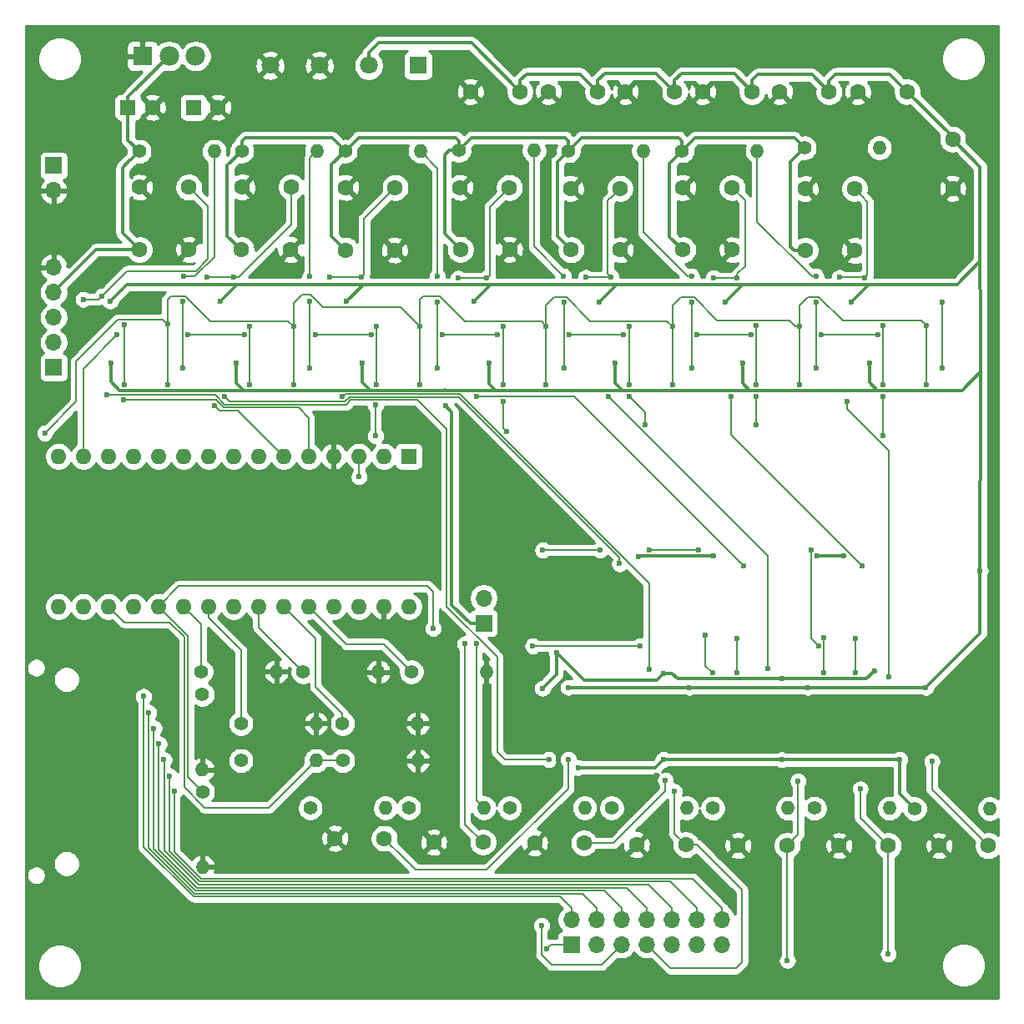
<source format=gbr>
G04 #@! TF.GenerationSoftware,KiCad,Pcbnew,(5.1.5)-3*
G04 #@! TF.CreationDate,2020-09-10T17:06:43+02:00*
G04 #@! TF.ProjectId,MultipleVoltageSource2.0,4d756c74-6970-46c6-9556-6f6c74616765,rev?*
G04 #@! TF.SameCoordinates,Original*
G04 #@! TF.FileFunction,Copper,L2,Bot*
G04 #@! TF.FilePolarity,Positive*
%FSLAX46Y46*%
G04 Gerber Fmt 4.6, Leading zero omitted, Abs format (unit mm)*
G04 Created by KiCad (PCBNEW (5.1.5)-3) date 2020-09-10 17:06:43*
%MOMM*%
%LPD*%
G04 APERTURE LIST*
%ADD10C,1.600000*%
%ADD11R,1.600000X1.600000*%
%ADD12O,1.700000X1.700000*%
%ADD13R,1.700000X1.700000*%
%ADD14O,1.600000X1.600000*%
%ADD15R,1.980000X1.980000*%
%ADD16C,1.980000*%
%ADD17R,1.800000X1.800000*%
%ADD18C,1.800000*%
%ADD19C,1.400000*%
%ADD20O,1.400000X1.400000*%
%ADD21C,0.600000*%
%ADD22C,0.150000*%
%ADD23C,0.300000*%
%ADD24C,0.254000*%
G04 APERTURE END LIST*
D10*
X122160000Y-56769000D03*
D11*
X119660000Y-56769000D03*
D10*
X115530000Y-56769000D03*
D11*
X113030000Y-56769000D03*
D12*
X105486200Y-65227200D03*
D13*
X105486200Y-62687200D03*
D12*
X149123400Y-106553000D03*
D13*
X149123400Y-109093000D03*
D10*
X196700000Y-60000000D03*
X196700000Y-65000000D03*
D11*
X141525000Y-92175000D03*
D14*
X108505000Y-107415000D03*
X138985000Y-92175000D03*
X111045000Y-107415000D03*
X136445000Y-92175000D03*
X113585000Y-107415000D03*
X133905000Y-92175000D03*
X116125000Y-107415000D03*
X131365000Y-92175000D03*
X118665000Y-107415000D03*
X128825000Y-92175000D03*
X121205000Y-107415000D03*
X126285000Y-92175000D03*
X123745000Y-107415000D03*
X123745000Y-92175000D03*
X126285000Y-107415000D03*
X121205000Y-92175000D03*
X128825000Y-107415000D03*
X118665000Y-92175000D03*
X131365000Y-107415000D03*
X116125000Y-92175000D03*
X133905000Y-107415000D03*
X113585000Y-92175000D03*
X136445000Y-107415000D03*
X111045000Y-92175000D03*
X138985000Y-107415000D03*
X108505000Y-92175000D03*
X141525000Y-107415000D03*
X105965000Y-92175000D03*
X105965000Y-107415000D03*
D10*
X147790000Y-55170000D03*
X152790000Y-55170000D03*
X114200000Y-71210000D03*
X119200000Y-71210000D03*
X134030000Y-130930000D03*
X139030000Y-130930000D03*
X114210000Y-64880000D03*
X119210000Y-64880000D03*
X160680000Y-55170000D03*
X155680000Y-55170000D03*
X124530000Y-71220000D03*
X129530000Y-71220000D03*
X144040000Y-131320000D03*
X149040000Y-131320000D03*
X129600000Y-64850000D03*
X124600000Y-64850000D03*
X163500000Y-55180000D03*
X168500000Y-55180000D03*
X135080000Y-71250000D03*
X140080000Y-71250000D03*
X159290000Y-131400000D03*
X154290000Y-131400000D03*
X135140000Y-64900000D03*
X140140000Y-64900000D03*
X171340000Y-55170000D03*
X176340000Y-55170000D03*
X151750000Y-71180000D03*
X146750000Y-71180000D03*
X164620000Y-131590000D03*
X169620000Y-131590000D03*
X151730000Y-64900000D03*
X146730000Y-64900000D03*
X184160000Y-55190000D03*
X179160000Y-55190000D03*
X162990000Y-71230000D03*
X157990000Y-71230000D03*
X174910000Y-131660000D03*
X179910000Y-131660000D03*
X162960000Y-64990000D03*
X157960000Y-64990000D03*
X192080000Y-55180000D03*
X187080000Y-55180000D03*
X169330000Y-71230000D03*
X174330000Y-71230000D03*
X190170000Y-131680000D03*
X185170000Y-131680000D03*
X169340000Y-64930000D03*
X174340000Y-64930000D03*
X186750000Y-71290000D03*
X181750000Y-71290000D03*
X195310000Y-131680000D03*
X200310000Y-131680000D03*
X186740000Y-65020000D03*
X181740000Y-65020000D03*
D15*
X114500000Y-51575000D03*
D16*
X117200000Y-51575000D03*
X119900000Y-51575000D03*
D17*
X142450000Y-52525000D03*
D18*
X137450000Y-52525000D03*
X132450000Y-52525000D03*
X127450000Y-52525000D03*
D13*
X105490000Y-83160000D03*
D12*
X105490000Y-80620000D03*
X105490000Y-78080000D03*
X105490000Y-75540000D03*
X105490000Y-73000000D03*
D13*
X158030000Y-141720000D03*
D12*
X158030000Y-139180000D03*
X160570000Y-141720000D03*
X160570000Y-139180000D03*
X163110000Y-141720000D03*
X163110000Y-139180000D03*
X165650000Y-141720000D03*
X165650000Y-139180000D03*
X168190000Y-141720000D03*
X168190000Y-139180000D03*
X170730000Y-141720000D03*
X170730000Y-139180000D03*
X173270000Y-141720000D03*
X173270000Y-139180000D03*
D19*
X124486800Y-123042800D03*
D20*
X132106800Y-123042800D03*
X142436800Y-123042800D03*
D19*
X134816800Y-123042800D03*
D20*
X139140000Y-127850000D03*
D19*
X131520000Y-127850000D03*
X120573800Y-116332000D03*
D20*
X120573800Y-123952000D03*
X121780000Y-61240000D03*
D19*
X114160000Y-61240000D03*
D20*
X149120801Y-127833461D03*
D19*
X141500801Y-127833461D03*
X120599200Y-126212600D03*
D20*
X120599200Y-133832600D03*
D19*
X124570000Y-61220000D03*
D20*
X132190000Y-61220000D03*
D19*
X151740000Y-127830000D03*
D20*
X159360000Y-127830000D03*
X128080000Y-114030000D03*
D19*
X120460000Y-114030000D03*
D20*
X142690000Y-61220000D03*
D19*
X135070000Y-61220000D03*
D20*
X169710000Y-127850000D03*
D19*
X162090000Y-127850000D03*
X124483200Y-119270000D03*
D20*
X132103200Y-119270000D03*
D19*
X146610000Y-61150000D03*
D20*
X154230000Y-61150000D03*
X179990000Y-127870000D03*
D19*
X172370000Y-127870000D03*
X130800000Y-114040000D03*
D20*
X138420000Y-114040000D03*
D19*
X157720000Y-61180000D03*
D20*
X165340000Y-61180000D03*
X190290000Y-127880000D03*
D19*
X182670000Y-127880000D03*
X134803200Y-119280000D03*
D20*
X142423200Y-119280000D03*
D19*
X169260000Y-61180000D03*
D20*
X176880000Y-61180000D03*
X200460000Y-127920000D03*
D19*
X192840000Y-127920000D03*
X141770000Y-114030000D03*
D20*
X149390000Y-114030000D03*
X189260000Y-60890000D03*
D19*
X181640000Y-60890000D03*
D21*
X179755800Y-124460000D03*
X156718000Y-122910600D03*
X166649400Y-124510800D03*
X109220000Y-79603600D03*
X143992600Y-109626400D03*
X112649000Y-78841600D03*
X112649000Y-84871000D03*
X112623600Y-86478600D03*
X125374400Y-78968600D03*
X125374400Y-84871000D03*
X121777928Y-87018672D03*
X164998400Y-111404400D03*
X154101800Y-111404400D03*
X138226800Y-78968600D03*
X138226800Y-84871000D03*
X138150600Y-90109600D03*
X138150600Y-86971030D03*
X189611000Y-78943200D03*
X189611000Y-84871000D03*
X189611000Y-90109600D03*
X189611000Y-86071000D03*
X151079200Y-79019400D03*
X151079200Y-84871000D03*
X151434800Y-89662000D03*
X151104600Y-86640600D03*
X163855400Y-78994000D03*
X163855400Y-84871000D03*
X165531800Y-88966600D03*
X163880800Y-86071000D03*
X182372000Y-101685800D03*
X183091600Y-111379000D03*
X155108200Y-101685800D03*
X160924800Y-101685800D03*
X165887400Y-101650800D03*
X170916600Y-101676200D03*
X176758600Y-78917800D03*
X176758600Y-84871000D03*
X176758600Y-88976200D03*
X176758600Y-86071000D03*
X111937800Y-79832200D03*
X176233600Y-79832200D03*
X189086000Y-79832200D03*
X163330400Y-79857600D03*
X150554200Y-79857600D03*
X137701800Y-79857600D03*
X124849400Y-79832200D03*
X119143000Y-79832200D03*
X132020800Y-79857600D03*
X144949400Y-79857600D03*
X157776400Y-79832200D03*
X170730400Y-79857600D03*
X183405000Y-79832200D03*
X194030600Y-84871000D03*
X194030600Y-78892400D03*
X181178200Y-84871000D03*
X181178200Y-78968600D03*
X168275000Y-84871000D03*
X168275000Y-79019400D03*
X155448000Y-84871000D03*
X155448000Y-78968600D03*
X142646400Y-84871000D03*
X142646400Y-78968600D03*
X129819400Y-84871000D03*
X129819400Y-78968600D03*
X117043200Y-84871000D03*
X117043200Y-78765400D03*
X104597200Y-89814400D03*
X193979800Y-115620800D03*
X181991000Y-115620800D03*
X170002200Y-115620800D03*
X157708600Y-115620800D03*
X199491600Y-103809800D03*
X158699200Y-123748800D03*
X167360600Y-122936000D03*
X179349400Y-122961400D03*
X191335268Y-122907668D03*
X111277400Y-82727800D03*
X122428000Y-76454000D03*
X148107400Y-76479400D03*
X160832800Y-76504800D03*
X173659800Y-76504800D03*
X186410600Y-76555600D03*
X124028200Y-82727800D03*
X136829800Y-82702400D03*
X149682200Y-82702400D03*
X162483800Y-82702400D03*
X175387000Y-82727800D03*
X188239400Y-82727800D03*
X111226600Y-76428600D03*
X135204200Y-76479400D03*
X172466000Y-102285800D03*
X164858700Y-102323900D03*
X182930800Y-102285800D03*
X185648600Y-102285800D03*
X155078432Y-115708432D03*
X167360600Y-114198400D03*
X179362100Y-114744500D03*
X188772800Y-113919000D03*
X156489400Y-112073200D03*
X157708600Y-122910600D03*
X155524200Y-142113000D03*
X147218400Y-111201201D03*
X154990800Y-139776200D03*
X167563800Y-125052600D03*
X168452800Y-126161800D03*
X171627800Y-110337600D03*
X172364400Y-114144500D03*
X179933600Y-143320001D03*
X181003794Y-125123794D03*
X190169800Y-142671800D03*
X183616600Y-114144500D03*
X187325000Y-125907800D03*
X183616600Y-110566200D03*
X194589400Y-123139200D03*
X148386800Y-111201200D03*
X174853600Y-110642400D03*
X174853600Y-114144500D03*
X186842400Y-114144500D03*
X186842400Y-110667800D03*
X145262600Y-87071200D03*
X155730332Y-122936001D03*
X110413800Y-75920600D03*
X110871000Y-85953600D03*
X108483400Y-76250800D03*
X123799600Y-74015600D03*
X162915600Y-103073200D03*
X122809000Y-86106000D03*
X121042995Y-74005059D03*
X136677400Y-74015600D03*
X165887400Y-113817400D03*
X134772400Y-86115600D03*
X133458969Y-74009906D03*
X149453600Y-74091800D03*
X175488600Y-103276400D03*
X148412200Y-86115600D03*
X146541000Y-74091800D03*
X162026600Y-73990200D03*
X177927000Y-113690400D03*
X161772600Y-86115600D03*
X159464049Y-74030977D03*
X174853600Y-74117200D03*
X187528200Y-103301800D03*
X174218600Y-86080600D03*
X172433193Y-74081136D03*
X187756800Y-74041000D03*
X190220600Y-114579400D03*
X185205076Y-74017554D03*
X186029600Y-86588600D03*
X114604800Y-116535200D03*
X115138200Y-118160800D03*
X115671600Y-119761000D03*
X116179600Y-121361200D03*
X116687600Y-122961400D03*
X117221000Y-124587000D03*
X117754400Y-126161800D03*
X118618000Y-83235800D03*
X118618000Y-76428600D03*
X118643400Y-73914000D03*
X131495800Y-83235800D03*
X131495800Y-76454000D03*
X131495800Y-73914000D03*
X144424400Y-83210400D03*
X144424400Y-76504800D03*
X144424400Y-73888600D03*
X157251400Y-83210400D03*
X157251400Y-76555600D03*
X157226000Y-73888600D03*
X170205400Y-83210400D03*
X170205400Y-76530200D03*
X170205400Y-73888600D03*
X182880000Y-83235800D03*
X182880000Y-76530200D03*
X182829200Y-73888600D03*
X195681600Y-83210400D03*
X195681600Y-76530200D03*
X136474200Y-94259400D03*
D22*
X111045000Y-107415000D02*
X112646800Y-109016800D01*
X112646800Y-109016800D02*
X117271800Y-109016800D01*
X118770400Y-125752802D02*
X120830398Y-127812800D01*
X117271800Y-109016800D02*
X118770400Y-110515400D01*
X118770400Y-110515400D02*
X118770400Y-125752802D01*
X127336800Y-127812800D02*
X132106800Y-123042800D01*
X120830398Y-127812800D02*
X127336800Y-127812800D01*
X133826851Y-123042800D02*
X132106800Y-123042800D01*
X134816800Y-123042800D02*
X133826851Y-123042800D01*
X156718000Y-123334864D02*
X156253264Y-123799600D01*
X156718000Y-122910600D02*
X156718000Y-123334864D01*
X118180800Y-105359200D02*
X116125000Y-107415000D01*
X143433800Y-105359200D02*
X118180800Y-105359200D01*
X143992600Y-105918000D02*
X143433800Y-105359200D01*
X143992600Y-109626400D02*
X143992600Y-105918000D01*
X120599200Y-126212600D02*
X119126000Y-124739400D01*
X119126000Y-110416000D02*
X116125000Y-107415000D01*
X119126000Y-124739400D02*
X119126000Y-110416000D01*
X112649000Y-78841600D02*
X112649000Y-84871000D01*
X122742340Y-87240620D02*
X121980320Y-86478600D01*
X130344421Y-87240621D02*
X122742340Y-87240620D01*
X131365000Y-92175000D02*
X131365000Y-88261200D01*
X121980320Y-86478600D02*
X112623600Y-86478600D01*
X131365000Y-88261200D02*
X130344421Y-87240621D01*
X120460000Y-109210000D02*
X120460000Y-114030000D01*
X118665000Y-107415000D02*
X120460000Y-109210000D01*
X125374400Y-78968600D02*
X125374400Y-84871000D01*
X128025001Y-91375001D02*
X128825000Y-92175000D01*
X124190630Y-87540630D02*
X128025001Y-91375001D01*
X122299886Y-87540630D02*
X124190630Y-87540630D01*
X121777928Y-87018672D02*
X122299886Y-87540630D01*
X164998400Y-111404400D02*
X154101800Y-111404400D01*
X124483200Y-118280051D02*
X124483200Y-119270000D01*
X124483200Y-111824570D02*
X124483200Y-118280051D01*
X121205000Y-108546370D02*
X124483200Y-111824570D01*
X121205000Y-107415000D02*
X121205000Y-108546370D01*
X138226800Y-78968600D02*
X138226800Y-84871000D01*
X138150600Y-90109600D02*
X138150600Y-86971030D01*
X189611000Y-78943200D02*
X189611000Y-84871000D01*
X189611000Y-86766400D02*
X189611000Y-90109600D01*
X189611000Y-86766400D02*
X189611000Y-86071000D01*
X151079200Y-79019400D02*
X151079200Y-84871000D01*
X151434800Y-89662000D02*
X151104600Y-89331800D01*
X151104600Y-89331800D02*
X151104600Y-86640600D01*
X126285000Y-109525000D02*
X130800000Y-114040000D01*
X126285000Y-107415000D02*
X126285000Y-109525000D01*
X163855400Y-78994000D02*
X163855400Y-84871000D01*
X165531800Y-88966600D02*
X165531800Y-88442800D01*
X165531800Y-88442800D02*
X165531800Y-87722000D01*
X165531800Y-87722000D02*
X163880800Y-86071000D01*
X132062251Y-110652251D02*
X128825000Y-107415000D01*
X182372000Y-101685800D02*
X182372000Y-110659400D01*
X182372000Y-110659400D02*
X183091600Y-111379000D01*
X160500536Y-101685800D02*
X155108200Y-101685800D01*
X160924800Y-101685800D02*
X160500536Y-101685800D01*
X165912800Y-101676200D02*
X165887400Y-101650800D01*
X170916600Y-101676200D02*
X165912800Y-101676200D01*
X132062251Y-115549102D02*
X132062251Y-110652251D01*
X134803200Y-118290051D02*
X132062251Y-115549102D01*
X134803200Y-119280000D02*
X134803200Y-118290051D01*
X176758600Y-78917800D02*
X176758600Y-84871000D01*
X176758600Y-88976200D02*
X176758600Y-86071000D01*
X131365000Y-107415000D02*
X135176600Y-111226600D01*
X138966600Y-111226600D02*
X141770000Y-114030000D01*
X135176600Y-111226600D02*
X138966600Y-111226600D01*
X108505000Y-92175000D02*
X108505000Y-83265000D01*
X108505000Y-83265000D02*
X111937800Y-79832200D01*
X119143000Y-79832200D02*
X124849400Y-79832200D01*
X132020800Y-79857600D02*
X137701800Y-79857600D01*
X144949400Y-79857600D02*
X150554200Y-79857600D01*
X163305000Y-79832200D02*
X163330400Y-79857600D01*
X157776400Y-79832200D02*
X163305000Y-79832200D01*
X176208200Y-79857600D02*
X176233600Y-79832200D01*
X170730400Y-79857600D02*
X176208200Y-79857600D01*
X183829264Y-79832200D02*
X189086000Y-79832200D01*
X183405000Y-79832200D02*
X183829264Y-79832200D01*
X194030600Y-84871000D02*
X194030600Y-78892400D01*
X181178200Y-84871000D02*
X181178200Y-78968600D01*
X168275000Y-84871000D02*
X168275000Y-79019400D01*
X155448000Y-84871000D02*
X155448000Y-78968600D01*
X142646400Y-84871000D02*
X142646400Y-78968600D01*
X129819400Y-84871000D02*
X129819400Y-78968600D01*
X117043200Y-84871000D02*
X117043200Y-78765400D01*
X118870001Y-75903599D02*
X117415801Y-75903599D01*
X121410001Y-78443599D02*
X118870001Y-75903599D01*
X129819400Y-78968600D02*
X129294399Y-78443599D01*
X129294399Y-78443599D02*
X121410001Y-78443599D01*
X117043200Y-76276200D02*
X117043200Y-78765400D01*
X117415801Y-75903599D02*
X117043200Y-76276200D01*
X132823203Y-77004401D02*
X131587002Y-75768200D01*
X142646400Y-78968600D02*
X140682201Y-77004401D01*
X140682201Y-77004401D02*
X132823203Y-77004401D01*
X131587002Y-75768200D02*
X130708400Y-75768200D01*
X129819400Y-76657200D02*
X129819400Y-78968600D01*
X130708400Y-75768200D02*
X129819400Y-76657200D01*
X147191001Y-78494399D02*
X144676401Y-75979799D01*
X155448000Y-78968600D02*
X154973799Y-78494399D01*
X144676401Y-75979799D02*
X142942801Y-75979799D01*
X154973799Y-78494399D02*
X147191001Y-78494399D01*
X142646400Y-76276200D02*
X142646400Y-78968600D01*
X142942801Y-75979799D02*
X142646400Y-76276200D01*
X157503401Y-76030599D02*
X156303201Y-76030599D01*
X159941801Y-78468999D02*
X157503401Y-76030599D01*
X168275000Y-79019400D02*
X167724599Y-78468999D01*
X167724599Y-78468999D02*
X159941801Y-78468999D01*
X155448000Y-76885800D02*
X155448000Y-78968600D01*
X156303201Y-76030599D02*
X155448000Y-76885800D01*
X180753936Y-78968600D02*
X180144336Y-78359000D01*
X181178200Y-78968600D02*
X180753936Y-78968600D01*
X170457401Y-76005199D02*
X169155601Y-76005199D01*
X180144336Y-78359000D02*
X172811202Y-78359000D01*
X172811202Y-78359000D02*
X170457401Y-76005199D01*
X168275000Y-76885800D02*
X168275000Y-79019400D01*
X169155601Y-76005199D02*
X168275000Y-76885800D01*
X185545001Y-78418199D02*
X183123602Y-75996800D01*
X194030600Y-78892400D02*
X193556399Y-78418199D01*
X193556399Y-78418199D02*
X185545001Y-78418199D01*
X183123602Y-75996800D02*
X182016400Y-75996800D01*
X181178200Y-76835000D02*
X181178200Y-78968600D01*
X182016400Y-75996800D02*
X181178200Y-76835000D01*
X107797600Y-86614000D02*
X107797600Y-82524600D01*
X116743201Y-78465401D02*
X117043200Y-78765400D01*
X116594399Y-78316599D02*
X116743201Y-78465401D01*
X107797600Y-82524600D02*
X112005601Y-78316599D01*
X112005601Y-78316599D02*
X116594399Y-78316599D01*
X104597200Y-89814400D02*
X107797600Y-86614000D01*
D23*
X152790000Y-54038630D02*
X153437830Y-53390800D01*
X152790000Y-55170000D02*
X152790000Y-54038630D01*
X158900800Y-53390800D02*
X160680000Y-55170000D01*
X153437830Y-53390800D02*
X158900800Y-53390800D01*
X160680000Y-54038630D02*
X161404030Y-53314600D01*
X160680000Y-55170000D02*
X160680000Y-54038630D01*
X166634600Y-53314600D02*
X168500000Y-55180000D01*
X161404030Y-53314600D02*
X166634600Y-53314600D01*
X168500000Y-54048630D02*
X169183230Y-53365400D01*
X168500000Y-55180000D02*
X168500000Y-54048630D01*
X174535400Y-53365400D02*
X176340000Y-55170000D01*
X169183230Y-53365400D02*
X174535400Y-53365400D01*
X176340000Y-54038630D02*
X176937030Y-53441600D01*
X176340000Y-55170000D02*
X176340000Y-54038630D01*
X182411600Y-53441600D02*
X184160000Y-55190000D01*
X176937030Y-53441600D02*
X182411600Y-53441600D01*
X184160000Y-54058630D02*
X184827830Y-53390800D01*
X184160000Y-55190000D02*
X184160000Y-54058630D01*
X190290800Y-53390800D02*
X192080000Y-55180000D01*
X184827830Y-53390800D02*
X190290800Y-53390800D01*
X196700000Y-59800000D02*
X196700000Y-60000000D01*
X192080000Y-55180000D02*
X196700000Y-59800000D01*
X137450000Y-51252208D02*
X138461008Y-50241200D01*
X137450000Y-52525000D02*
X137450000Y-51252208D01*
X147861200Y-50241200D02*
X152790000Y-55170000D01*
X138461008Y-50241200D02*
X147861200Y-50241200D01*
X193979800Y-115620800D02*
X187934600Y-115620800D01*
X187934600Y-115620800D02*
X181991000Y-115620800D01*
X176022000Y-115620800D02*
X181991000Y-115620800D01*
X175597736Y-115620800D02*
X170002200Y-115620800D01*
X176022000Y-115620800D02*
X175597736Y-115620800D01*
X169577936Y-115620800D02*
X163931600Y-115620800D01*
X170002200Y-115620800D02*
X169577936Y-115620800D01*
X163507336Y-115620800D02*
X157708600Y-115620800D01*
X163931600Y-115620800D02*
X163507336Y-115620800D01*
X196700000Y-60000000D02*
X199491600Y-62791600D01*
X199491600Y-110109000D02*
X193979800Y-115620800D01*
X199542400Y-85674200D02*
X199491600Y-103809800D01*
X199491600Y-103809800D02*
X199491600Y-110109000D01*
X158699200Y-123748800D02*
X166547800Y-123748800D01*
X166547800Y-123748800D02*
X167360600Y-122936000D01*
X167360600Y-122936000D02*
X179324000Y-122936000D01*
X179324000Y-122936000D02*
X179349400Y-122961400D01*
X179349400Y-122961400D02*
X191281536Y-122961400D01*
X191281536Y-122961400D02*
X191335268Y-122907668D01*
X191335268Y-126415268D02*
X192840000Y-127920000D01*
X191335268Y-122907668D02*
X191335268Y-126415268D01*
X199512333Y-77931867D02*
X199512333Y-78033467D01*
X199491600Y-72593200D02*
X199512333Y-77931867D01*
X199491600Y-70586600D02*
X199491600Y-70713600D01*
X199491600Y-62791600D02*
X199491600Y-70586600D01*
X199532378Y-83093422D02*
X199532378Y-83144222D01*
X199512333Y-77931867D02*
X199532378Y-83093422D01*
X124993400Y-85471000D02*
X124891800Y-85471000D01*
X112191800Y-85471000D02*
X111277400Y-84556600D01*
X111277400Y-84556600D02*
X111277400Y-82727800D01*
X135102600Y-85471000D02*
X124993400Y-85471000D01*
X135102600Y-85471000D02*
X134924800Y-85471000D01*
X124764800Y-85471000D02*
X124028200Y-84734400D01*
X124028200Y-84734400D02*
X124028200Y-82727800D01*
X145211800Y-85471000D02*
X145211800Y-85445600D01*
X145211800Y-85471000D02*
X135102600Y-85471000D01*
X137591800Y-85445600D02*
X136829800Y-84683600D01*
X136829800Y-84683600D02*
X136829800Y-82702400D01*
X155575000Y-85471000D02*
X145211800Y-85471000D01*
X155575000Y-85471000D02*
X155422600Y-85471000D01*
X150342600Y-85471000D02*
X149682200Y-84810600D01*
X149682200Y-84810600D02*
X149682200Y-82702400D01*
X165887400Y-85471000D02*
X165785800Y-85471000D01*
X165887400Y-85471000D02*
X155575000Y-85471000D01*
X163245800Y-85471000D02*
X162483800Y-84709000D01*
X162483800Y-84709000D02*
X162483800Y-82702400D01*
X176174400Y-85471000D02*
X176123600Y-85471000D01*
X176174400Y-85471000D02*
X165887400Y-85471000D01*
X176123600Y-85471000D02*
X175387000Y-84734400D01*
X175387000Y-84734400D02*
X175387000Y-82727800D01*
X186690000Y-85471000D02*
X186537600Y-85471000D01*
X186690000Y-85471000D02*
X176174400Y-85471000D01*
X189077600Y-85471000D02*
X188239400Y-84632800D01*
X188239400Y-84632800D02*
X188239400Y-82727800D01*
X112191800Y-85471000D02*
X124764800Y-85471000D01*
X199532378Y-83093422D02*
X199542400Y-85674200D01*
X197205600Y-85471000D02*
X186690000Y-85471000D01*
X199532378Y-83093422D02*
X199532378Y-83576022D01*
X197637400Y-85471000D02*
X197205600Y-85471000D01*
X199532378Y-83576022D02*
X197637400Y-85471000D01*
X199491600Y-71424800D02*
X199491600Y-72593200D01*
X199491600Y-71424800D02*
X199491600Y-72390000D01*
X199491600Y-70586600D02*
X199491600Y-71424800D01*
X199491600Y-72390000D02*
X197129400Y-74752200D01*
X188214000Y-74752200D02*
X186410600Y-76555600D01*
X197129400Y-74752200D02*
X188214000Y-74752200D01*
X175412400Y-74752200D02*
X173659800Y-76504800D01*
X188214000Y-74752200D02*
X175412400Y-74752200D01*
X162585400Y-74752200D02*
X160832800Y-76504800D01*
X175412400Y-74752200D02*
X162585400Y-74752200D01*
X149834600Y-74752200D02*
X148107400Y-76479400D01*
X162585400Y-74752200D02*
X149834600Y-74752200D01*
X136931400Y-74752200D02*
X135204200Y-76479400D01*
X149834600Y-74752200D02*
X136931400Y-74752200D01*
X124129800Y-74752200D02*
X122428000Y-76454000D01*
X136931400Y-74752200D02*
X124129800Y-74752200D01*
X112903000Y-74752200D02*
X111226600Y-76428600D01*
X124129800Y-74752200D02*
X112903000Y-74752200D01*
X164896800Y-102285800D02*
X164858700Y-102323900D01*
X172466000Y-102285800D02*
X164896800Y-102285800D01*
X185648600Y-102285800D02*
X182930800Y-102285800D01*
X109820000Y-71210000D02*
X114200000Y-71210000D01*
X105490000Y-75540000D02*
X109820000Y-71210000D01*
X113270000Y-62130000D02*
X114160000Y-61240000D01*
X114200000Y-71210000D02*
X112471200Y-69481200D01*
X112471200Y-62915800D02*
X113207800Y-62179200D01*
X112471200Y-69481200D02*
X112471200Y-62915800D01*
X113207800Y-62179200D02*
X113270000Y-62130000D01*
X124570000Y-61220000D02*
X123113800Y-62676200D01*
X123113800Y-69803800D02*
X124530000Y-71220000D01*
X123113800Y-62676200D02*
X123113800Y-69803800D01*
X124570000Y-60230051D02*
X124932251Y-59867800D01*
X124570000Y-61220000D02*
X124570000Y-60230051D01*
X133717800Y-59867800D02*
X135070000Y-61220000D01*
X124932251Y-59867800D02*
X133717800Y-59867800D01*
X146610000Y-60160051D02*
X146292349Y-59842400D01*
X146610000Y-61150000D02*
X146610000Y-60160051D01*
X136447600Y-59842400D02*
X135070000Y-61220000D01*
X146292349Y-59842400D02*
X136447600Y-59842400D01*
X157720000Y-60190051D02*
X157372349Y-59842400D01*
X157720000Y-61180000D02*
X157720000Y-60190051D01*
X147917600Y-59842400D02*
X146610000Y-61150000D01*
X157372349Y-59842400D02*
X147917600Y-59842400D01*
X145620051Y-61150000D02*
X145161000Y-61609051D01*
X146610000Y-61150000D02*
X145620051Y-61150000D01*
X145161000Y-69591000D02*
X146750000Y-71180000D01*
X145161000Y-61609051D02*
X145161000Y-69591000D01*
X135070000Y-61220000D02*
X133705600Y-62584400D01*
X133705600Y-69875600D02*
X135080000Y-71250000D01*
X133705600Y-62584400D02*
X133705600Y-69875600D01*
X157720000Y-61180000D02*
X156591000Y-62309000D01*
X156591000Y-69831000D02*
X157990000Y-71230000D01*
X156591000Y-62309000D02*
X156591000Y-69831000D01*
X169260000Y-60190051D02*
X168912349Y-59842400D01*
X169260000Y-61180000D02*
X169260000Y-60190051D01*
X159057600Y-59842400D02*
X157720000Y-61180000D01*
X168912349Y-59842400D02*
X159057600Y-59842400D01*
X169260000Y-61180000D02*
X167995600Y-62444400D01*
X167995600Y-69895600D02*
X169330000Y-71230000D01*
X167995600Y-62444400D02*
X167995600Y-69895600D01*
X181640000Y-60890000D02*
X180617800Y-59867800D01*
X170572200Y-59867800D02*
X169260000Y-61180000D01*
X180617800Y-59867800D02*
X170572200Y-59867800D01*
X180618630Y-71290000D02*
X180263800Y-70935170D01*
X181750000Y-71290000D02*
X180618630Y-71290000D01*
X180263800Y-62266200D02*
X181640000Y-60890000D01*
X180263800Y-70935170D02*
X180263800Y-62266200D01*
X179362100Y-114744500D02*
X187947300Y-114744500D01*
X187947300Y-114744500D02*
X188772800Y-113919000D01*
X156489400Y-114297464D02*
X155078432Y-115708432D01*
X156489400Y-112073200D02*
X156489400Y-114297464D01*
X156489400Y-112073200D02*
X159300400Y-114884200D01*
X166674800Y-114884200D02*
X167360600Y-114198400D01*
X159300400Y-114884200D02*
X166674800Y-114884200D01*
X168223202Y-114198400D02*
X167360600Y-114198400D01*
X179362100Y-114744500D02*
X168769302Y-114744500D01*
X168769302Y-114744500D02*
X168223202Y-114198400D01*
X113030000Y-55745000D02*
X113030000Y-56769000D01*
X117200000Y-51575000D02*
X113030000Y-55745000D01*
X113030000Y-60110000D02*
X114160000Y-61240000D01*
X113030000Y-56769000D02*
X113030000Y-60110000D01*
D22*
X155917200Y-141720000D02*
X158030000Y-141720000D01*
X155524200Y-142113000D02*
X155917200Y-141720000D01*
X141221400Y-133121400D02*
X141224000Y-133121400D01*
X149453600Y-134137400D02*
X157708600Y-125882400D01*
X139030000Y-130930000D02*
X141221400Y-133121400D01*
X157708600Y-125882400D02*
X157708600Y-122910600D01*
X141224000Y-133121400D02*
X142240000Y-134137400D01*
X142240000Y-134137400D02*
X149453600Y-134137400D01*
X147218400Y-129498400D02*
X149040000Y-131320000D01*
X147218400Y-129498400D02*
X147218400Y-111201201D01*
X154990800Y-139776200D02*
X154990800Y-142722600D01*
X154990800Y-142722600D02*
X156006800Y-143738600D01*
X161091400Y-143738600D02*
X163110000Y-141720000D01*
X156006800Y-143738600D02*
X161091400Y-143738600D01*
X167563800Y-126136400D02*
X167563800Y-125052600D01*
X159290000Y-131400000D02*
X162300200Y-131400000D01*
X162300200Y-131400000D02*
X167563800Y-126136400D01*
X168452800Y-130422800D02*
X169620000Y-131590000D01*
X168452800Y-126161800D02*
X168452800Y-130422800D01*
X170751370Y-131590000D02*
X175336200Y-136174830D01*
X169620000Y-131590000D02*
X170751370Y-131590000D01*
X175336200Y-136174830D02*
X175336200Y-143484600D01*
X175336200Y-143484600D02*
X174701200Y-144119600D01*
X168049600Y-144119600D02*
X165650000Y-141720000D01*
X174701200Y-144119600D02*
X168049600Y-144119600D01*
X171627800Y-113407900D02*
X171627800Y-110337600D01*
X171627800Y-113407900D02*
X172364400Y-114144500D01*
X179933600Y-131683600D02*
X179910000Y-131660000D01*
X179933600Y-143320001D02*
X179933600Y-131683600D01*
X181003794Y-130566206D02*
X179910000Y-131660000D01*
X181003794Y-125123794D02*
X181003794Y-130566206D01*
X190169800Y-131680200D02*
X190170000Y-131680000D01*
X190169800Y-142671800D02*
X190169800Y-131680200D01*
X187325000Y-128835000D02*
X190170000Y-131680000D01*
X187325000Y-125907800D02*
X187325000Y-128835000D01*
X183616600Y-114144500D02*
X183616600Y-110566200D01*
X194589400Y-125959400D02*
X194589400Y-123139200D01*
X200310000Y-131680000D02*
X194589400Y-125959400D01*
X148386800Y-127099460D02*
X149120801Y-127833461D01*
X148386800Y-111201200D02*
X148386800Y-127099460D01*
X174853600Y-110642400D02*
X174853600Y-114144500D01*
X186842400Y-114144500D02*
X186842400Y-110667800D01*
D23*
X145897600Y-100087600D02*
X145897600Y-107227600D01*
X147763000Y-109093000D02*
X149123400Y-109093000D01*
X145897600Y-107227600D02*
X147763000Y-109093000D01*
X145897600Y-100087600D02*
X145897600Y-87706200D01*
X145897600Y-87706200D02*
X145262600Y-87071200D01*
D22*
X110083600Y-76250800D02*
X110413800Y-75920600D01*
X108483400Y-76250800D02*
X110083600Y-76250800D01*
X150495000Y-112532398D02*
X150495000Y-122174000D01*
X145364200Y-107401598D02*
X150495000Y-112532398D01*
X142376830Y-86446030D02*
X145364200Y-89433400D01*
X121879598Y-85953600D02*
X122866609Y-86940611D01*
X110871000Y-85953600D02*
X121879598Y-85953600D01*
X145364200Y-89433400D02*
X145364200Y-107401598D01*
X122866609Y-86940611D02*
X135148669Y-86940611D01*
X135148669Y-86940611D02*
X135643250Y-86446030D01*
X151257001Y-122936001D02*
X155730332Y-122936001D01*
X150495000Y-122174000D02*
X151257001Y-122936001D01*
X135643250Y-86446030D02*
X142376830Y-86446030D01*
X121158000Y-72136000D02*
X121158000Y-66828000D01*
X121158000Y-66828000D02*
X119210000Y-64880000D01*
X110413800Y-75920600D02*
X112953800Y-73380600D01*
X119913400Y-73380600D02*
X121158000Y-72136000D01*
X112953800Y-73380600D02*
X119913400Y-73380600D01*
X129600000Y-65981370D02*
X129600000Y-64850000D01*
X129600000Y-68639464D02*
X129600000Y-65981370D01*
X124223864Y-74015600D02*
X129600000Y-68639464D01*
X123799600Y-74015600D02*
X124223864Y-74015600D01*
X162915600Y-103073200D02*
X162915600Y-102481478D01*
X146580142Y-86146020D02*
X135518982Y-86146020D01*
X162915600Y-102481478D02*
X146580142Y-86146020D01*
X123343601Y-86640601D02*
X122809000Y-86106000D01*
X135518982Y-86146020D02*
X135024401Y-86640601D01*
X135024401Y-86640601D02*
X123343601Y-86640601D01*
X123789059Y-74005059D02*
X123799600Y-74015600D01*
X121042995Y-74005059D02*
X123789059Y-74005059D01*
X139340001Y-65699999D02*
X140140000Y-64900000D01*
X136977399Y-68062601D02*
X139340001Y-65699999D01*
X136977399Y-73715601D02*
X136977399Y-68062601D01*
X136677400Y-74015600D02*
X136977399Y-73715601D01*
X136671706Y-74009906D02*
X136677400Y-74015600D01*
X133458969Y-74009906D02*
X136671706Y-74009906D01*
X146704410Y-85846010D02*
X165887400Y-105029000D01*
X165887400Y-105029000D02*
X165887400Y-113817400D01*
X135083190Y-85846010D02*
X146704410Y-85846010D01*
X134772400Y-86115600D02*
X134813600Y-86115600D01*
X134813600Y-86115600D02*
X135083190Y-85846010D01*
X150930001Y-65699999D02*
X151730000Y-64900000D01*
X149753599Y-66876401D02*
X150930001Y-65699999D01*
X149753599Y-73791801D02*
X149753599Y-66876401D01*
X149453600Y-74091800D02*
X149753599Y-73791801D01*
X175488600Y-103276400D02*
X158327800Y-86115600D01*
X158327800Y-86115600D02*
X148412200Y-86115600D01*
X146541000Y-74091800D02*
X149453600Y-74091800D01*
X161726601Y-66223399D02*
X162160001Y-65789999D01*
X162160001Y-65789999D02*
X162960000Y-64990000D01*
X161726601Y-73690201D02*
X161726601Y-66223399D01*
X162026600Y-73990200D02*
X161726601Y-73690201D01*
X177927000Y-113690400D02*
X177927000Y-102270000D01*
X177927000Y-102270000D02*
X161772600Y-86115600D01*
X161985823Y-74030977D02*
X162026600Y-73990200D01*
X159464049Y-74030977D02*
X161985823Y-74030977D01*
X174853600Y-73692936D02*
X175641000Y-72905536D01*
X174853600Y-74117200D02*
X174853600Y-73692936D01*
X175641000Y-66231000D02*
X174340000Y-64930000D01*
X175641000Y-72905536D02*
X175641000Y-66231000D01*
X187528200Y-103301800D02*
X174218600Y-89992200D01*
X174218600Y-89992200D02*
X174218600Y-86080600D01*
X174817536Y-74081136D02*
X174853600Y-74117200D01*
X172433193Y-74081136D02*
X174817536Y-74081136D01*
X188056799Y-73741001D02*
X188056799Y-66336799D01*
X187539999Y-65819999D02*
X186740000Y-65020000D01*
X188056799Y-66336799D02*
X187539999Y-65819999D01*
X187756800Y-74041000D02*
X188056799Y-73741001D01*
X190220600Y-114579400D02*
X190220600Y-91592400D01*
X187733354Y-74017554D02*
X187756800Y-74041000D01*
X185205076Y-74017554D02*
X187733354Y-74017554D01*
X186029600Y-87401400D02*
X190220600Y-91592400D01*
X186029600Y-86588600D02*
X186029600Y-87401400D01*
X158030000Y-137977919D02*
X156878537Y-136826456D01*
X158030000Y-139180000D02*
X158030000Y-137977919D01*
X114604800Y-131778032D02*
X114604800Y-116535200D01*
X156878537Y-136826456D02*
X119653223Y-136826455D01*
X119653223Y-136826455D02*
X114604800Y-131778032D01*
X159118528Y-136526447D02*
X119777492Y-136526446D01*
X160570000Y-139180000D02*
X160570000Y-137977919D01*
X160570000Y-137977919D02*
X159118528Y-136526447D01*
X115146599Y-118169199D02*
X115138200Y-118160800D01*
X119777492Y-136526446D02*
X115146599Y-131895553D01*
X115146599Y-131895553D02*
X115146599Y-118169199D01*
X115654599Y-119778001D02*
X115671600Y-119761000D01*
X163110000Y-139180000D02*
X163110000Y-137977919D01*
X163110000Y-137977919D02*
X161358519Y-136226438D01*
X161358519Y-136226438D02*
X119901759Y-136226437D01*
X119901759Y-136226437D02*
X115654599Y-131979277D01*
X115654599Y-131979277D02*
X115654599Y-119778001D01*
X163598509Y-135926428D02*
X120026028Y-135926428D01*
X165650000Y-139180000D02*
X165650000Y-137977919D01*
X165650000Y-137977919D02*
X163598509Y-135926428D01*
X116162599Y-121378201D02*
X116179600Y-121361200D01*
X120026028Y-135926428D02*
X116162599Y-132062999D01*
X116162599Y-132062999D02*
X116162599Y-121378201D01*
X165838500Y-135626419D02*
X120175460Y-135626418D01*
X168190000Y-139180000D02*
X168190000Y-137977919D01*
X168190000Y-137977919D02*
X165838500Y-135626419D01*
X116695999Y-122969799D02*
X116687600Y-122961400D01*
X120175460Y-135626418D02*
X116695999Y-132146957D01*
X116695999Y-132146957D02*
X116695999Y-122969799D01*
X117229399Y-124595399D02*
X117221000Y-124587000D01*
X170730000Y-139180000D02*
X170730000Y-137977919D01*
X170730000Y-137977919D02*
X168078491Y-135326410D01*
X168078491Y-135326410D02*
X120299729Y-135326409D01*
X120299729Y-135326409D02*
X117229399Y-132256079D01*
X117229399Y-132256079D02*
X117229399Y-124595399D01*
X120423998Y-135026400D02*
X117754400Y-132356802D01*
X170318481Y-135026400D02*
X120423998Y-135026400D01*
X173270000Y-137977919D02*
X170318481Y-135026400D01*
X117754400Y-132356802D02*
X117754400Y-126161800D01*
X173270000Y-139180000D02*
X173270000Y-137977919D01*
X118618000Y-83235800D02*
X118618000Y-76428600D01*
X118643400Y-73914000D02*
X119804278Y-73914000D01*
X121780000Y-71938278D02*
X119804278Y-73914000D01*
X121780000Y-61240000D02*
X121780000Y-71938278D01*
X131495800Y-83235800D02*
X131495800Y-76454000D01*
X131495800Y-61914200D02*
X132190000Y-61220000D01*
X131495800Y-73914000D02*
X131495800Y-61914200D01*
X144424400Y-83210400D02*
X144424400Y-76504800D01*
X144424400Y-62954400D02*
X142690000Y-61220000D01*
X144424400Y-73888600D02*
X144424400Y-62954400D01*
X157251400Y-83210400D02*
X157251400Y-76555600D01*
X154230000Y-70892600D02*
X154230000Y-61150000D01*
X157226000Y-73888600D02*
X154230000Y-70892600D01*
X170205400Y-83210400D02*
X170205400Y-76530200D01*
X165340000Y-62169949D02*
X165340000Y-61180000D01*
X165340000Y-69447464D02*
X165340000Y-62169949D01*
X169781136Y-73888600D02*
X165340000Y-69447464D01*
X170205400Y-73888600D02*
X169781136Y-73888600D01*
X182880000Y-83235800D02*
X182880000Y-76530200D01*
X176880000Y-62169949D02*
X176880000Y-61180000D01*
X182404936Y-73888600D02*
X176880000Y-68363664D01*
X176880000Y-68363664D02*
X176880000Y-62169949D01*
X182829200Y-73888600D02*
X182404936Y-73888600D01*
X195681600Y-83210400D02*
X195681600Y-76530200D01*
X136474200Y-92204200D02*
X136445000Y-92175000D01*
X136474200Y-94259400D02*
X136474200Y-92204200D01*
D24*
G36*
X201331761Y-126903786D02*
G01*
X201311013Y-126883038D01*
X201092359Y-126736939D01*
X200849405Y-126636304D01*
X200591486Y-126585000D01*
X200328514Y-126585000D01*
X200070595Y-126636304D01*
X199827641Y-126736939D01*
X199608987Y-126883038D01*
X199423038Y-127068987D01*
X199276939Y-127287641D01*
X199176304Y-127530595D01*
X199125000Y-127788514D01*
X199125000Y-128051486D01*
X199176304Y-128309405D01*
X199276939Y-128552359D01*
X199423038Y-128771013D01*
X199608987Y-128956962D01*
X199827641Y-129103061D01*
X200070595Y-129203696D01*
X200328514Y-129255000D01*
X200591486Y-129255000D01*
X200849405Y-129203696D01*
X201092359Y-129103061D01*
X201311013Y-128956962D01*
X201331761Y-128936214D01*
X201331761Y-130672365D01*
X201224759Y-130565363D01*
X200989727Y-130408320D01*
X200728574Y-130300147D01*
X200451335Y-130245000D01*
X200168665Y-130245000D01*
X199927136Y-130293044D01*
X195299400Y-125665309D01*
X195299400Y-123751490D01*
X195315662Y-123735228D01*
X195417986Y-123582089D01*
X195488468Y-123411929D01*
X195524400Y-123231289D01*
X195524400Y-123047111D01*
X195488468Y-122866471D01*
X195417986Y-122696311D01*
X195315662Y-122543172D01*
X195185428Y-122412938D01*
X195032289Y-122310614D01*
X194862129Y-122240132D01*
X194681489Y-122204200D01*
X194497311Y-122204200D01*
X194316671Y-122240132D01*
X194146511Y-122310614D01*
X193993372Y-122412938D01*
X193863138Y-122543172D01*
X193760814Y-122696311D01*
X193690332Y-122866471D01*
X193654400Y-123047111D01*
X193654400Y-123231289D01*
X193690332Y-123411929D01*
X193760814Y-123582089D01*
X193863138Y-123735228D01*
X193879401Y-123751491D01*
X193879400Y-125924525D01*
X193875965Y-125959400D01*
X193879400Y-125994275D01*
X193879400Y-125994276D01*
X193889673Y-126098583D01*
X193930272Y-126232419D01*
X193996200Y-126355762D01*
X194084925Y-126463874D01*
X194112017Y-126486108D01*
X198923044Y-131297136D01*
X198875000Y-131538665D01*
X198875000Y-131821335D01*
X198930147Y-132098574D01*
X199038320Y-132359727D01*
X199195363Y-132594759D01*
X199395241Y-132794637D01*
X199630273Y-132951680D01*
X199891426Y-133059853D01*
X200168665Y-133115000D01*
X200451335Y-133115000D01*
X200728574Y-133059853D01*
X200989727Y-132951680D01*
X201224759Y-132794637D01*
X201331761Y-132687635D01*
X201331761Y-147166920D01*
X102651760Y-147166920D01*
X102651760Y-143679872D01*
X103890000Y-143679872D01*
X103890000Y-144120128D01*
X103975890Y-144551925D01*
X104144369Y-144958669D01*
X104388962Y-145324729D01*
X104700271Y-145636038D01*
X105066331Y-145880631D01*
X105473075Y-146049110D01*
X105904872Y-146135000D01*
X106345128Y-146135000D01*
X106776925Y-146049110D01*
X107183669Y-145880631D01*
X107549729Y-145636038D01*
X107861038Y-145324729D01*
X108105631Y-144958669D01*
X108274110Y-144551925D01*
X108360000Y-144120128D01*
X108360000Y-143679872D01*
X108274110Y-143248075D01*
X108105631Y-142841331D01*
X107861038Y-142475271D01*
X107549729Y-142163962D01*
X107183669Y-141919369D01*
X106776925Y-141750890D01*
X106345128Y-141665000D01*
X105904872Y-141665000D01*
X105473075Y-141750890D01*
X105066331Y-141919369D01*
X104700271Y-142163962D01*
X104388962Y-142475271D01*
X104144369Y-142841331D01*
X103975890Y-143248075D01*
X103890000Y-143679872D01*
X102651760Y-143679872D01*
X102651760Y-134588186D01*
X102726000Y-134588186D01*
X102726000Y-134782214D01*
X102763853Y-134972514D01*
X102838104Y-135151772D01*
X102945901Y-135313101D01*
X103083099Y-135450299D01*
X103244428Y-135558096D01*
X103423686Y-135632347D01*
X103613986Y-135670200D01*
X103808014Y-135670200D01*
X103998314Y-135632347D01*
X104177572Y-135558096D01*
X104338901Y-135450299D01*
X104476099Y-135313101D01*
X104583896Y-135151772D01*
X104658147Y-134972514D01*
X104696000Y-134782214D01*
X104696000Y-134588186D01*
X104658147Y-134397886D01*
X104583896Y-134218628D01*
X104476099Y-134057299D01*
X104338901Y-133920101D01*
X104177572Y-133812304D01*
X103998314Y-133738053D01*
X103808014Y-133700200D01*
X103613986Y-133700200D01*
X103423686Y-133738053D01*
X103244428Y-133812304D01*
X103083099Y-133920101D01*
X102945901Y-134057299D01*
X102838104Y-134218628D01*
X102763853Y-134397886D01*
X102726000Y-134588186D01*
X102651760Y-134588186D01*
X102651760Y-133371252D01*
X105451000Y-133371252D01*
X105451000Y-133639148D01*
X105503264Y-133901897D01*
X105605784Y-134149401D01*
X105754619Y-134372149D01*
X105944051Y-134561581D01*
X106166799Y-134710416D01*
X106414303Y-134812936D01*
X106677052Y-134865200D01*
X106944948Y-134865200D01*
X107207697Y-134812936D01*
X107455201Y-134710416D01*
X107677949Y-134561581D01*
X107867381Y-134372149D01*
X108016216Y-134149401D01*
X108118736Y-133901897D01*
X108171000Y-133639148D01*
X108171000Y-133371252D01*
X108118736Y-133108503D01*
X108016216Y-132860999D01*
X107867381Y-132638251D01*
X107677949Y-132448819D01*
X107455201Y-132299984D01*
X107207697Y-132197464D01*
X106944948Y-132145200D01*
X106677052Y-132145200D01*
X106414303Y-132197464D01*
X106166799Y-132299984D01*
X105944051Y-132448819D01*
X105754619Y-132638251D01*
X105605784Y-132860999D01*
X105503264Y-133108503D01*
X105451000Y-133371252D01*
X102651760Y-133371252D01*
X102651760Y-114671252D01*
X105451000Y-114671252D01*
X105451000Y-114939148D01*
X105503264Y-115201897D01*
X105605784Y-115449401D01*
X105754619Y-115672149D01*
X105944051Y-115861581D01*
X106166799Y-116010416D01*
X106414303Y-116112936D01*
X106677052Y-116165200D01*
X106944948Y-116165200D01*
X107207697Y-116112936D01*
X107455201Y-116010416D01*
X107677949Y-115861581D01*
X107867381Y-115672149D01*
X108016216Y-115449401D01*
X108118736Y-115201897D01*
X108171000Y-114939148D01*
X108171000Y-114671252D01*
X108118736Y-114408503D01*
X108016216Y-114160999D01*
X107867381Y-113938251D01*
X107677949Y-113748819D01*
X107455201Y-113599984D01*
X107207697Y-113497464D01*
X106944948Y-113445200D01*
X106677052Y-113445200D01*
X106414303Y-113497464D01*
X106166799Y-113599984D01*
X105944051Y-113748819D01*
X105754619Y-113938251D01*
X105605784Y-114160999D01*
X105503264Y-114408503D01*
X105451000Y-114671252D01*
X102651760Y-114671252D01*
X102651760Y-113528186D01*
X102726000Y-113528186D01*
X102726000Y-113722214D01*
X102763853Y-113912514D01*
X102838104Y-114091772D01*
X102945901Y-114253101D01*
X103083099Y-114390299D01*
X103244428Y-114498096D01*
X103423686Y-114572347D01*
X103613986Y-114610200D01*
X103808014Y-114610200D01*
X103998314Y-114572347D01*
X104177572Y-114498096D01*
X104338901Y-114390299D01*
X104476099Y-114253101D01*
X104583896Y-114091772D01*
X104658147Y-113912514D01*
X104696000Y-113722214D01*
X104696000Y-113528186D01*
X104658147Y-113337886D01*
X104583896Y-113158628D01*
X104476099Y-112997299D01*
X104338901Y-112860101D01*
X104177572Y-112752304D01*
X103998314Y-112678053D01*
X103808014Y-112640200D01*
X103613986Y-112640200D01*
X103423686Y-112678053D01*
X103244428Y-112752304D01*
X103083099Y-112860101D01*
X102945901Y-112997299D01*
X102838104Y-113158628D01*
X102763853Y-113337886D01*
X102726000Y-113528186D01*
X102651760Y-113528186D01*
X102651760Y-89722311D01*
X103662200Y-89722311D01*
X103662200Y-89906489D01*
X103698132Y-90087129D01*
X103768614Y-90257289D01*
X103870938Y-90410428D01*
X104001172Y-90540662D01*
X104154311Y-90642986D01*
X104324471Y-90713468D01*
X104505111Y-90749400D01*
X104689289Y-90749400D01*
X104869929Y-90713468D01*
X105040089Y-90642986D01*
X105193228Y-90540662D01*
X105323462Y-90410428D01*
X105425786Y-90257289D01*
X105496268Y-90087129D01*
X105532200Y-89906489D01*
X105532200Y-89883491D01*
X107795001Y-87620691D01*
X107795000Y-90923548D01*
X107590241Y-91060363D01*
X107390363Y-91260241D01*
X107235000Y-91492759D01*
X107079637Y-91260241D01*
X106879759Y-91060363D01*
X106644727Y-90903320D01*
X106383574Y-90795147D01*
X106106335Y-90740000D01*
X105823665Y-90740000D01*
X105546426Y-90795147D01*
X105285273Y-90903320D01*
X105050241Y-91060363D01*
X104850363Y-91260241D01*
X104693320Y-91495273D01*
X104585147Y-91756426D01*
X104530000Y-92033665D01*
X104530000Y-92316335D01*
X104585147Y-92593574D01*
X104693320Y-92854727D01*
X104850363Y-93089759D01*
X105050241Y-93289637D01*
X105285273Y-93446680D01*
X105546426Y-93554853D01*
X105823665Y-93610000D01*
X106106335Y-93610000D01*
X106383574Y-93554853D01*
X106644727Y-93446680D01*
X106879759Y-93289637D01*
X107079637Y-93089759D01*
X107235000Y-92857241D01*
X107390363Y-93089759D01*
X107590241Y-93289637D01*
X107825273Y-93446680D01*
X108086426Y-93554853D01*
X108363665Y-93610000D01*
X108646335Y-93610000D01*
X108923574Y-93554853D01*
X109184727Y-93446680D01*
X109419759Y-93289637D01*
X109619637Y-93089759D01*
X109775000Y-92857241D01*
X109930363Y-93089759D01*
X110130241Y-93289637D01*
X110365273Y-93446680D01*
X110626426Y-93554853D01*
X110903665Y-93610000D01*
X111186335Y-93610000D01*
X111463574Y-93554853D01*
X111724727Y-93446680D01*
X111959759Y-93289637D01*
X112159637Y-93089759D01*
X112315000Y-92857241D01*
X112470363Y-93089759D01*
X112670241Y-93289637D01*
X112905273Y-93446680D01*
X113166426Y-93554853D01*
X113443665Y-93610000D01*
X113726335Y-93610000D01*
X114003574Y-93554853D01*
X114264727Y-93446680D01*
X114499759Y-93289637D01*
X114699637Y-93089759D01*
X114855000Y-92857241D01*
X115010363Y-93089759D01*
X115210241Y-93289637D01*
X115445273Y-93446680D01*
X115706426Y-93554853D01*
X115983665Y-93610000D01*
X116266335Y-93610000D01*
X116543574Y-93554853D01*
X116804727Y-93446680D01*
X117039759Y-93289637D01*
X117239637Y-93089759D01*
X117395000Y-92857241D01*
X117550363Y-93089759D01*
X117750241Y-93289637D01*
X117985273Y-93446680D01*
X118246426Y-93554853D01*
X118523665Y-93610000D01*
X118806335Y-93610000D01*
X119083574Y-93554853D01*
X119344727Y-93446680D01*
X119579759Y-93289637D01*
X119779637Y-93089759D01*
X119935000Y-92857241D01*
X120090363Y-93089759D01*
X120290241Y-93289637D01*
X120525273Y-93446680D01*
X120786426Y-93554853D01*
X121063665Y-93610000D01*
X121346335Y-93610000D01*
X121623574Y-93554853D01*
X121884727Y-93446680D01*
X122119759Y-93289637D01*
X122319637Y-93089759D01*
X122475000Y-92857241D01*
X122630363Y-93089759D01*
X122830241Y-93289637D01*
X123065273Y-93446680D01*
X123326426Y-93554853D01*
X123603665Y-93610000D01*
X123886335Y-93610000D01*
X124163574Y-93554853D01*
X124424727Y-93446680D01*
X124659759Y-93289637D01*
X124859637Y-93089759D01*
X125015000Y-92857241D01*
X125170363Y-93089759D01*
X125370241Y-93289637D01*
X125605273Y-93446680D01*
X125866426Y-93554853D01*
X126143665Y-93610000D01*
X126426335Y-93610000D01*
X126703574Y-93554853D01*
X126964727Y-93446680D01*
X127199759Y-93289637D01*
X127399637Y-93089759D01*
X127555000Y-92857241D01*
X127710363Y-93089759D01*
X127910241Y-93289637D01*
X128145273Y-93446680D01*
X128406426Y-93554853D01*
X128683665Y-93610000D01*
X128966335Y-93610000D01*
X129243574Y-93554853D01*
X129504727Y-93446680D01*
X129739759Y-93289637D01*
X129939637Y-93089759D01*
X130095000Y-92857241D01*
X130250363Y-93089759D01*
X130450241Y-93289637D01*
X130685273Y-93446680D01*
X130946426Y-93554853D01*
X131223665Y-93610000D01*
X131506335Y-93610000D01*
X131783574Y-93554853D01*
X132044727Y-93446680D01*
X132279759Y-93289637D01*
X132479637Y-93089759D01*
X132636680Y-92854727D01*
X132641067Y-92844135D01*
X132752615Y-93030131D01*
X132941586Y-93238519D01*
X133167580Y-93406037D01*
X133421913Y-93526246D01*
X133555961Y-93566904D01*
X133778000Y-93444915D01*
X133778000Y-92302000D01*
X133758000Y-92302000D01*
X133758000Y-92048000D01*
X133778000Y-92048000D01*
X133778000Y-90905085D01*
X133555961Y-90783096D01*
X133421913Y-90823754D01*
X133167580Y-90943963D01*
X132941586Y-91111481D01*
X132752615Y-91319869D01*
X132641067Y-91505865D01*
X132636680Y-91495273D01*
X132479637Y-91260241D01*
X132279759Y-91060363D01*
X132075000Y-90923548D01*
X132075000Y-88296075D01*
X132078435Y-88261200D01*
X132075000Y-88226323D01*
X132064727Y-88122016D01*
X132024128Y-87988180D01*
X131958200Y-87864837D01*
X131869475Y-87756725D01*
X131842379Y-87734488D01*
X131758502Y-87650611D01*
X135113794Y-87650611D01*
X135148669Y-87654046D01*
X135183544Y-87650611D01*
X135183546Y-87650611D01*
X135287853Y-87640338D01*
X135421689Y-87599739D01*
X135545032Y-87533811D01*
X135653144Y-87445086D01*
X135675381Y-87417990D01*
X135937342Y-87156030D01*
X137234081Y-87156030D01*
X137251532Y-87243759D01*
X137322014Y-87413919D01*
X137424338Y-87567058D01*
X137440601Y-87583321D01*
X137440600Y-89497310D01*
X137424338Y-89513572D01*
X137322014Y-89666711D01*
X137251532Y-89836871D01*
X137215600Y-90017511D01*
X137215600Y-90201689D01*
X137251532Y-90382329D01*
X137322014Y-90552489D01*
X137424338Y-90705628D01*
X137554572Y-90835862D01*
X137707711Y-90938186D01*
X137877871Y-91008668D01*
X138058511Y-91044600D01*
X138093832Y-91044600D01*
X138070241Y-91060363D01*
X137870363Y-91260241D01*
X137715000Y-91492759D01*
X137559637Y-91260241D01*
X137359759Y-91060363D01*
X137124727Y-90903320D01*
X136863574Y-90795147D01*
X136586335Y-90740000D01*
X136303665Y-90740000D01*
X136026426Y-90795147D01*
X135765273Y-90903320D01*
X135530241Y-91060363D01*
X135330363Y-91260241D01*
X135173320Y-91495273D01*
X135168933Y-91505865D01*
X135057385Y-91319869D01*
X134868414Y-91111481D01*
X134642420Y-90943963D01*
X134388087Y-90823754D01*
X134254039Y-90783096D01*
X134032000Y-90905085D01*
X134032000Y-92048000D01*
X134052000Y-92048000D01*
X134052000Y-92302000D01*
X134032000Y-92302000D01*
X134032000Y-93444915D01*
X134254039Y-93566904D01*
X134388087Y-93526246D01*
X134642420Y-93406037D01*
X134868414Y-93238519D01*
X135057385Y-93030131D01*
X135168933Y-92844135D01*
X135173320Y-92854727D01*
X135330363Y-93089759D01*
X135530241Y-93289637D01*
X135764200Y-93445963D01*
X135764200Y-93647110D01*
X135747938Y-93663372D01*
X135645614Y-93816511D01*
X135575132Y-93986671D01*
X135539200Y-94167311D01*
X135539200Y-94351489D01*
X135575132Y-94532129D01*
X135645614Y-94702289D01*
X135747938Y-94855428D01*
X135878172Y-94985662D01*
X136031311Y-95087986D01*
X136201471Y-95158468D01*
X136382111Y-95194400D01*
X136566289Y-95194400D01*
X136746929Y-95158468D01*
X136917089Y-95087986D01*
X137070228Y-94985662D01*
X137200462Y-94855428D01*
X137302786Y-94702289D01*
X137373268Y-94532129D01*
X137409200Y-94351489D01*
X137409200Y-94167311D01*
X137373268Y-93986671D01*
X137302786Y-93816511D01*
X137200462Y-93663372D01*
X137184200Y-93647110D01*
X137184200Y-93406942D01*
X137359759Y-93289637D01*
X137559637Y-93089759D01*
X137715000Y-92857241D01*
X137870363Y-93089759D01*
X138070241Y-93289637D01*
X138305273Y-93446680D01*
X138566426Y-93554853D01*
X138843665Y-93610000D01*
X139126335Y-93610000D01*
X139403574Y-93554853D01*
X139664727Y-93446680D01*
X139899759Y-93289637D01*
X140098357Y-93091039D01*
X140099188Y-93099482D01*
X140135498Y-93219180D01*
X140194463Y-93329494D01*
X140273815Y-93426185D01*
X140370506Y-93505537D01*
X140480820Y-93564502D01*
X140600518Y-93600812D01*
X140725000Y-93613072D01*
X142325000Y-93613072D01*
X142449482Y-93600812D01*
X142569180Y-93564502D01*
X142679494Y-93505537D01*
X142776185Y-93426185D01*
X142855537Y-93329494D01*
X142914502Y-93219180D01*
X142950812Y-93099482D01*
X142963072Y-92975000D01*
X142963072Y-91375000D01*
X142950812Y-91250518D01*
X142914502Y-91130820D01*
X142855537Y-91020506D01*
X142776185Y-90923815D01*
X142679494Y-90844463D01*
X142569180Y-90785498D01*
X142449482Y-90749188D01*
X142325000Y-90736928D01*
X140725000Y-90736928D01*
X140600518Y-90749188D01*
X140480820Y-90785498D01*
X140370506Y-90844463D01*
X140273815Y-90923815D01*
X140194463Y-91020506D01*
X140135498Y-91130820D01*
X140099188Y-91250518D01*
X140098357Y-91258961D01*
X139899759Y-91060363D01*
X139664727Y-90903320D01*
X139403574Y-90795147D01*
X139126335Y-90740000D01*
X138843665Y-90740000D01*
X138842198Y-90740292D01*
X138876862Y-90705628D01*
X138979186Y-90552489D01*
X139049668Y-90382329D01*
X139085600Y-90201689D01*
X139085600Y-90017511D01*
X139049668Y-89836871D01*
X138979186Y-89666711D01*
X138876862Y-89513572D01*
X138860600Y-89497310D01*
X138860600Y-87583320D01*
X138876862Y-87567058D01*
X138979186Y-87413919D01*
X139049668Y-87243759D01*
X139067119Y-87156030D01*
X142082739Y-87156030D01*
X144654200Y-89727492D01*
X144654201Y-105653132D01*
X144651728Y-105644980D01*
X144639551Y-105622199D01*
X144585800Y-105521637D01*
X144497075Y-105413525D01*
X144469979Y-105391288D01*
X143960512Y-104881821D01*
X143938275Y-104854725D01*
X143830163Y-104766000D01*
X143706820Y-104700072D01*
X143572984Y-104659473D01*
X143468677Y-104649200D01*
X143468675Y-104649200D01*
X143433800Y-104645765D01*
X143398925Y-104649200D01*
X118215674Y-104649200D01*
X118180799Y-104645765D01*
X118145924Y-104649200D01*
X118145923Y-104649200D01*
X118041616Y-104659473D01*
X117907780Y-104700072D01*
X117784437Y-104766000D01*
X117676325Y-104854725D01*
X117654092Y-104881816D01*
X116507865Y-106028044D01*
X116266335Y-105980000D01*
X115983665Y-105980000D01*
X115706426Y-106035147D01*
X115445273Y-106143320D01*
X115210241Y-106300363D01*
X115010363Y-106500241D01*
X114855000Y-106732759D01*
X114699637Y-106500241D01*
X114499759Y-106300363D01*
X114264727Y-106143320D01*
X114003574Y-106035147D01*
X113726335Y-105980000D01*
X113443665Y-105980000D01*
X113166426Y-106035147D01*
X112905273Y-106143320D01*
X112670241Y-106300363D01*
X112470363Y-106500241D01*
X112315000Y-106732759D01*
X112159637Y-106500241D01*
X111959759Y-106300363D01*
X111724727Y-106143320D01*
X111463574Y-106035147D01*
X111186335Y-105980000D01*
X110903665Y-105980000D01*
X110626426Y-106035147D01*
X110365273Y-106143320D01*
X110130241Y-106300363D01*
X109930363Y-106500241D01*
X109775000Y-106732759D01*
X109619637Y-106500241D01*
X109419759Y-106300363D01*
X109184727Y-106143320D01*
X108923574Y-106035147D01*
X108646335Y-105980000D01*
X108363665Y-105980000D01*
X108086426Y-106035147D01*
X107825273Y-106143320D01*
X107590241Y-106300363D01*
X107390363Y-106500241D01*
X107235000Y-106732759D01*
X107079637Y-106500241D01*
X106879759Y-106300363D01*
X106644727Y-106143320D01*
X106383574Y-106035147D01*
X106106335Y-105980000D01*
X105823665Y-105980000D01*
X105546426Y-106035147D01*
X105285273Y-106143320D01*
X105050241Y-106300363D01*
X104850363Y-106500241D01*
X104693320Y-106735273D01*
X104585147Y-106996426D01*
X104530000Y-107273665D01*
X104530000Y-107556335D01*
X104585147Y-107833574D01*
X104693320Y-108094727D01*
X104850363Y-108329759D01*
X105050241Y-108529637D01*
X105285273Y-108686680D01*
X105546426Y-108794853D01*
X105823665Y-108850000D01*
X106106335Y-108850000D01*
X106383574Y-108794853D01*
X106644727Y-108686680D01*
X106879759Y-108529637D01*
X107079637Y-108329759D01*
X107235000Y-108097241D01*
X107390363Y-108329759D01*
X107590241Y-108529637D01*
X107825273Y-108686680D01*
X108086426Y-108794853D01*
X108363665Y-108850000D01*
X108646335Y-108850000D01*
X108923574Y-108794853D01*
X109184727Y-108686680D01*
X109419759Y-108529637D01*
X109619637Y-108329759D01*
X109775000Y-108097241D01*
X109930363Y-108329759D01*
X110130241Y-108529637D01*
X110365273Y-108686680D01*
X110626426Y-108794853D01*
X110903665Y-108850000D01*
X111186335Y-108850000D01*
X111427865Y-108801956D01*
X112120092Y-109494184D01*
X112142325Y-109521275D01*
X112250437Y-109610000D01*
X112373780Y-109675928D01*
X112507616Y-109716527D01*
X112611923Y-109726800D01*
X112611924Y-109726800D01*
X112646799Y-109730235D01*
X112681674Y-109726800D01*
X116977709Y-109726800D01*
X118060400Y-110809492D01*
X118060401Y-124170221D01*
X118049586Y-124144111D01*
X117947262Y-123990972D01*
X117817028Y-123860738D01*
X117663889Y-123758414D01*
X117493729Y-123687932D01*
X117405999Y-123670481D01*
X117405999Y-123565291D01*
X117413862Y-123557428D01*
X117516186Y-123404289D01*
X117586668Y-123234129D01*
X117622600Y-123053489D01*
X117622600Y-122869311D01*
X117586668Y-122688671D01*
X117516186Y-122518511D01*
X117413862Y-122365372D01*
X117283628Y-122235138D01*
X117130489Y-122132814D01*
X116960329Y-122062332D01*
X116872599Y-122044881D01*
X116872599Y-121990491D01*
X116905862Y-121957228D01*
X117008186Y-121804089D01*
X117078668Y-121633929D01*
X117114600Y-121453289D01*
X117114600Y-121269111D01*
X117078668Y-121088471D01*
X117008186Y-120918311D01*
X116905862Y-120765172D01*
X116775628Y-120634938D01*
X116622489Y-120532614D01*
X116452329Y-120462132D01*
X116364599Y-120444681D01*
X116364599Y-120390291D01*
X116397862Y-120357028D01*
X116500186Y-120203889D01*
X116570668Y-120033729D01*
X116606600Y-119853089D01*
X116606600Y-119668911D01*
X116570668Y-119488271D01*
X116500186Y-119318111D01*
X116397862Y-119164972D01*
X116267628Y-119034738D01*
X116114489Y-118932414D01*
X115944329Y-118861932D01*
X115856599Y-118844481D01*
X115856599Y-118764691D01*
X115864462Y-118756828D01*
X115966786Y-118603689D01*
X116037268Y-118433529D01*
X116073200Y-118252889D01*
X116073200Y-118068711D01*
X116037268Y-117888071D01*
X115966786Y-117717911D01*
X115864462Y-117564772D01*
X115734228Y-117434538D01*
X115581089Y-117332214D01*
X115410929Y-117261732D01*
X115314800Y-117242611D01*
X115314800Y-117147490D01*
X115331062Y-117131228D01*
X115433386Y-116978089D01*
X115503868Y-116807929D01*
X115539800Y-116627289D01*
X115539800Y-116443111D01*
X115503868Y-116262471D01*
X115433386Y-116092311D01*
X115331062Y-115939172D01*
X115200828Y-115808938D01*
X115047689Y-115706614D01*
X114877529Y-115636132D01*
X114696889Y-115600200D01*
X114512711Y-115600200D01*
X114332071Y-115636132D01*
X114161911Y-115706614D01*
X114008772Y-115808938D01*
X113878538Y-115939172D01*
X113776214Y-116092311D01*
X113705732Y-116262471D01*
X113669800Y-116443111D01*
X113669800Y-116627289D01*
X113705732Y-116807929D01*
X113776214Y-116978089D01*
X113878538Y-117131228D01*
X113894801Y-117147491D01*
X113894800Y-131743157D01*
X113891365Y-131778032D01*
X113894800Y-131812907D01*
X113894800Y-131812908D01*
X113905073Y-131917215D01*
X113945672Y-132051051D01*
X114011600Y-132174394D01*
X114100325Y-132282506D01*
X114127417Y-132304740D01*
X119126520Y-137303844D01*
X119148748Y-137330929D01*
X119175833Y-137353157D01*
X119175838Y-137353162D01*
X119256859Y-137419654D01*
X119380203Y-137485582D01*
X119514038Y-137526181D01*
X119653222Y-137539890D01*
X119688107Y-137536454D01*
X156584446Y-137536456D01*
X157078942Y-138030952D01*
X156876525Y-138233368D01*
X156714010Y-138476589D01*
X156602068Y-138746842D01*
X156545000Y-139033740D01*
X156545000Y-139326260D01*
X156602068Y-139613158D01*
X156714010Y-139883411D01*
X156876525Y-140126632D01*
X157008380Y-140258487D01*
X156935820Y-140280498D01*
X156825506Y-140339463D01*
X156728815Y-140418815D01*
X156649463Y-140515506D01*
X156590498Y-140625820D01*
X156554188Y-140745518D01*
X156541928Y-140870000D01*
X156541928Y-141010000D01*
X155952075Y-141010000D01*
X155917200Y-141006565D01*
X155882325Y-141010000D01*
X155882323Y-141010000D01*
X155778016Y-141020273D01*
X155700800Y-141043696D01*
X155700800Y-140388490D01*
X155717062Y-140372228D01*
X155819386Y-140219089D01*
X155889868Y-140048929D01*
X155925800Y-139868289D01*
X155925800Y-139684111D01*
X155889868Y-139503471D01*
X155819386Y-139333311D01*
X155717062Y-139180172D01*
X155586828Y-139049938D01*
X155433689Y-138947614D01*
X155263529Y-138877132D01*
X155082889Y-138841200D01*
X154898711Y-138841200D01*
X154718071Y-138877132D01*
X154547911Y-138947614D01*
X154394772Y-139049938D01*
X154264538Y-139180172D01*
X154162214Y-139333311D01*
X154091732Y-139503471D01*
X154055800Y-139684111D01*
X154055800Y-139868289D01*
X154091732Y-140048929D01*
X154162214Y-140219089D01*
X154264538Y-140372228D01*
X154280800Y-140388490D01*
X154280801Y-142687715D01*
X154277365Y-142722600D01*
X154291074Y-142861784D01*
X154331672Y-142995619D01*
X154397601Y-143118963D01*
X154486326Y-143227075D01*
X154513416Y-143249308D01*
X155480092Y-144215984D01*
X155502325Y-144243075D01*
X155610437Y-144331800D01*
X155733780Y-144397728D01*
X155867616Y-144438327D01*
X155971923Y-144448600D01*
X155971925Y-144448600D01*
X156006800Y-144452035D01*
X156041675Y-144448600D01*
X161056525Y-144448600D01*
X161091400Y-144452035D01*
X161126275Y-144448600D01*
X161126277Y-144448600D01*
X161230584Y-144438327D01*
X161364420Y-144397728D01*
X161487763Y-144331800D01*
X161595875Y-144243075D01*
X161618112Y-144215979D01*
X162684614Y-143149478D01*
X162963740Y-143205000D01*
X163256260Y-143205000D01*
X163543158Y-143147932D01*
X163813411Y-143035990D01*
X164056632Y-142873475D01*
X164263475Y-142666632D01*
X164380000Y-142492240D01*
X164496525Y-142666632D01*
X164703368Y-142873475D01*
X164946589Y-143035990D01*
X165216842Y-143147932D01*
X165503740Y-143205000D01*
X165796260Y-143205000D01*
X166075387Y-143149478D01*
X167522888Y-144596979D01*
X167545125Y-144624075D01*
X167653237Y-144712800D01*
X167776580Y-144778728D01*
X167910416Y-144819327D01*
X168014723Y-144829600D01*
X168014725Y-144829600D01*
X168049600Y-144833035D01*
X168084475Y-144829600D01*
X174666325Y-144829600D01*
X174701200Y-144833035D01*
X174736075Y-144829600D01*
X174736077Y-144829600D01*
X174840384Y-144819327D01*
X174974220Y-144778728D01*
X175097563Y-144712800D01*
X175205675Y-144624075D01*
X175227912Y-144596979D01*
X175813579Y-144011312D01*
X175840675Y-143989075D01*
X175929400Y-143880963D01*
X175995328Y-143757620D01*
X176035927Y-143623784D01*
X176046200Y-143519477D01*
X176046200Y-143519475D01*
X176049635Y-143484600D01*
X176046200Y-143449725D01*
X176046200Y-136209705D01*
X176049635Y-136174830D01*
X176045308Y-136130894D01*
X176035927Y-136035646D01*
X175995328Y-135901810D01*
X175929400Y-135778467D01*
X175840674Y-135670355D01*
X175813583Y-135648122D01*
X172818163Y-132652702D01*
X174096903Y-132652702D01*
X174168486Y-132896671D01*
X174423996Y-133017571D01*
X174698184Y-133086300D01*
X174980512Y-133100217D01*
X175260130Y-133058787D01*
X175526292Y-132963603D01*
X175651514Y-132896671D01*
X175723097Y-132652702D01*
X174910000Y-131839605D01*
X174096903Y-132652702D01*
X172818163Y-132652702D01*
X171895973Y-131730512D01*
X173469783Y-131730512D01*
X173511213Y-132010130D01*
X173606397Y-132276292D01*
X173673329Y-132401514D01*
X173917298Y-132473097D01*
X174730395Y-131660000D01*
X175089605Y-131660000D01*
X175902702Y-132473097D01*
X176146671Y-132401514D01*
X176267571Y-132146004D01*
X176336300Y-131871816D01*
X176350217Y-131589488D01*
X176339724Y-131518665D01*
X178475000Y-131518665D01*
X178475000Y-131801335D01*
X178530147Y-132078574D01*
X178638320Y-132339727D01*
X178795363Y-132574759D01*
X178995241Y-132774637D01*
X179223601Y-132927222D01*
X179223600Y-142707711D01*
X179207338Y-142723973D01*
X179105014Y-142877112D01*
X179034532Y-143047272D01*
X178998600Y-143227912D01*
X178998600Y-143412090D01*
X179034532Y-143592730D01*
X179105014Y-143762890D01*
X179207338Y-143916029D01*
X179337572Y-144046263D01*
X179490711Y-144148587D01*
X179660871Y-144219069D01*
X179841511Y-144255001D01*
X180025689Y-144255001D01*
X180206329Y-144219069D01*
X180376489Y-144148587D01*
X180529628Y-144046263D01*
X180659862Y-143916029D01*
X180762186Y-143762890D01*
X180832668Y-143592730D01*
X180868600Y-143412090D01*
X180868600Y-143227912D01*
X180832668Y-143047272D01*
X180762186Y-142877112D01*
X180659862Y-142723973D01*
X180643600Y-142707711D01*
X180643600Y-132895683D01*
X180824759Y-132774637D01*
X180926694Y-132672702D01*
X184356903Y-132672702D01*
X184428486Y-132916671D01*
X184683996Y-133037571D01*
X184958184Y-133106300D01*
X185240512Y-133120217D01*
X185520130Y-133078787D01*
X185786292Y-132983603D01*
X185911514Y-132916671D01*
X185983097Y-132672702D01*
X185170000Y-131859605D01*
X184356903Y-132672702D01*
X180926694Y-132672702D01*
X181024637Y-132574759D01*
X181181680Y-132339727D01*
X181289853Y-132078574D01*
X181345000Y-131801335D01*
X181345000Y-131750512D01*
X183729783Y-131750512D01*
X183771213Y-132030130D01*
X183866397Y-132296292D01*
X183933329Y-132421514D01*
X184177298Y-132493097D01*
X184990395Y-131680000D01*
X185349605Y-131680000D01*
X186162702Y-132493097D01*
X186406671Y-132421514D01*
X186527571Y-132166004D01*
X186596300Y-131891816D01*
X186610217Y-131609488D01*
X186568787Y-131329870D01*
X186473603Y-131063708D01*
X186406671Y-130938486D01*
X186162702Y-130866903D01*
X185349605Y-131680000D01*
X184990395Y-131680000D01*
X184177298Y-130866903D01*
X183933329Y-130938486D01*
X183812429Y-131193996D01*
X183743700Y-131468184D01*
X183729783Y-131750512D01*
X181345000Y-131750512D01*
X181345000Y-131518665D01*
X181296956Y-131277136D01*
X181481178Y-131092914D01*
X181508269Y-131070681D01*
X181596994Y-130962569D01*
X181662922Y-130839226D01*
X181703521Y-130705390D01*
X181705302Y-130687298D01*
X184356903Y-130687298D01*
X185170000Y-131500395D01*
X185983097Y-130687298D01*
X185911514Y-130443329D01*
X185656004Y-130322429D01*
X185381816Y-130253700D01*
X185099488Y-130239783D01*
X184819870Y-130281213D01*
X184553708Y-130376397D01*
X184428486Y-130443329D01*
X184356903Y-130687298D01*
X181705302Y-130687298D01*
X181713794Y-130601083D01*
X181713794Y-130601082D01*
X181717229Y-130566207D01*
X181713794Y-130531332D01*
X181713794Y-128811769D01*
X181818987Y-128916962D01*
X182037641Y-129063061D01*
X182280595Y-129163696D01*
X182538514Y-129215000D01*
X182801486Y-129215000D01*
X183059405Y-129163696D01*
X183302359Y-129063061D01*
X183521013Y-128916962D01*
X183706962Y-128731013D01*
X183853061Y-128512359D01*
X183953696Y-128269405D01*
X184005000Y-128011486D01*
X184005000Y-127748514D01*
X183953696Y-127490595D01*
X183853061Y-127247641D01*
X183706962Y-127028987D01*
X183521013Y-126843038D01*
X183302359Y-126696939D01*
X183059405Y-126596304D01*
X182801486Y-126545000D01*
X182538514Y-126545000D01*
X182280595Y-126596304D01*
X182037641Y-126696939D01*
X181818987Y-126843038D01*
X181713794Y-126948231D01*
X181713794Y-125815711D01*
X186390000Y-125815711D01*
X186390000Y-125999889D01*
X186425932Y-126180529D01*
X186496414Y-126350689D01*
X186598738Y-126503828D01*
X186615000Y-126520090D01*
X186615001Y-128800115D01*
X186611565Y-128835000D01*
X186625274Y-128974184D01*
X186665872Y-129108019D01*
X186717013Y-129203696D01*
X186731801Y-129231363D01*
X186820526Y-129339475D01*
X186847617Y-129361708D01*
X188783044Y-131297135D01*
X188735000Y-131538665D01*
X188735000Y-131821335D01*
X188790147Y-132098574D01*
X188898320Y-132359727D01*
X189055363Y-132594759D01*
X189255241Y-132794637D01*
X189459801Y-132931319D01*
X189459800Y-142059510D01*
X189443538Y-142075772D01*
X189341214Y-142228911D01*
X189270732Y-142399071D01*
X189234800Y-142579711D01*
X189234800Y-142763889D01*
X189270732Y-142944529D01*
X189341214Y-143114689D01*
X189443538Y-143267828D01*
X189573772Y-143398062D01*
X189726911Y-143500386D01*
X189897071Y-143570868D01*
X190077711Y-143606800D01*
X190261889Y-143606800D01*
X190271581Y-143604872D01*
X195590000Y-143604872D01*
X195590000Y-144045128D01*
X195675890Y-144476925D01*
X195844369Y-144883669D01*
X196088962Y-145249729D01*
X196400271Y-145561038D01*
X196766331Y-145805631D01*
X197173075Y-145974110D01*
X197604872Y-146060000D01*
X198045128Y-146060000D01*
X198476925Y-145974110D01*
X198883669Y-145805631D01*
X199249729Y-145561038D01*
X199561038Y-145249729D01*
X199805631Y-144883669D01*
X199974110Y-144476925D01*
X200060000Y-144045128D01*
X200060000Y-143604872D01*
X199974110Y-143173075D01*
X199805631Y-142766331D01*
X199561038Y-142400271D01*
X199249729Y-142088962D01*
X198883669Y-141844369D01*
X198476925Y-141675890D01*
X198045128Y-141590000D01*
X197604872Y-141590000D01*
X197173075Y-141675890D01*
X196766331Y-141844369D01*
X196400271Y-142088962D01*
X196088962Y-142400271D01*
X195844369Y-142766331D01*
X195675890Y-143173075D01*
X195590000Y-143604872D01*
X190271581Y-143604872D01*
X190442529Y-143570868D01*
X190612689Y-143500386D01*
X190765828Y-143398062D01*
X190896062Y-143267828D01*
X190998386Y-143114689D01*
X191068868Y-142944529D01*
X191104800Y-142763889D01*
X191104800Y-142579711D01*
X191068868Y-142399071D01*
X190998386Y-142228911D01*
X190896062Y-142075772D01*
X190879800Y-142059510D01*
X190879800Y-132931586D01*
X191084759Y-132794637D01*
X191206694Y-132672702D01*
X194496903Y-132672702D01*
X194568486Y-132916671D01*
X194823996Y-133037571D01*
X195098184Y-133106300D01*
X195380512Y-133120217D01*
X195660130Y-133078787D01*
X195926292Y-132983603D01*
X196051514Y-132916671D01*
X196123097Y-132672702D01*
X195310000Y-131859605D01*
X194496903Y-132672702D01*
X191206694Y-132672702D01*
X191284637Y-132594759D01*
X191441680Y-132359727D01*
X191549853Y-132098574D01*
X191605000Y-131821335D01*
X191605000Y-131750512D01*
X193869783Y-131750512D01*
X193911213Y-132030130D01*
X194006397Y-132296292D01*
X194073329Y-132421514D01*
X194317298Y-132493097D01*
X195130395Y-131680000D01*
X195489605Y-131680000D01*
X196302702Y-132493097D01*
X196546671Y-132421514D01*
X196667571Y-132166004D01*
X196736300Y-131891816D01*
X196750217Y-131609488D01*
X196708787Y-131329870D01*
X196613603Y-131063708D01*
X196546671Y-130938486D01*
X196302702Y-130866903D01*
X195489605Y-131680000D01*
X195130395Y-131680000D01*
X194317298Y-130866903D01*
X194073329Y-130938486D01*
X193952429Y-131193996D01*
X193883700Y-131468184D01*
X193869783Y-131750512D01*
X191605000Y-131750512D01*
X191605000Y-131538665D01*
X191549853Y-131261426D01*
X191441680Y-131000273D01*
X191284637Y-130765241D01*
X191206694Y-130687298D01*
X194496903Y-130687298D01*
X195310000Y-131500395D01*
X196123097Y-130687298D01*
X196051514Y-130443329D01*
X195796004Y-130322429D01*
X195521816Y-130253700D01*
X195239488Y-130239783D01*
X194959870Y-130281213D01*
X194693708Y-130376397D01*
X194568486Y-130443329D01*
X194496903Y-130687298D01*
X191206694Y-130687298D01*
X191084759Y-130565363D01*
X190849727Y-130408320D01*
X190588574Y-130300147D01*
X190311335Y-130245000D01*
X190028665Y-130245000D01*
X189787135Y-130293044D01*
X188035000Y-128540909D01*
X188035000Y-126520090D01*
X188051262Y-126503828D01*
X188153586Y-126350689D01*
X188224068Y-126180529D01*
X188260000Y-125999889D01*
X188260000Y-125815711D01*
X188224068Y-125635071D01*
X188153586Y-125464911D01*
X188051262Y-125311772D01*
X187921028Y-125181538D01*
X187767889Y-125079214D01*
X187597729Y-125008732D01*
X187417089Y-124972800D01*
X187232911Y-124972800D01*
X187052271Y-125008732D01*
X186882111Y-125079214D01*
X186728972Y-125181538D01*
X186598738Y-125311772D01*
X186496414Y-125464911D01*
X186425932Y-125635071D01*
X186390000Y-125815711D01*
X181713794Y-125815711D01*
X181713794Y-125736084D01*
X181730056Y-125719822D01*
X181832380Y-125566683D01*
X181902862Y-125396523D01*
X181938794Y-125215883D01*
X181938794Y-125031705D01*
X181902862Y-124851065D01*
X181832380Y-124680905D01*
X181730056Y-124527766D01*
X181599822Y-124397532D01*
X181446683Y-124295208D01*
X181276523Y-124224726D01*
X181095883Y-124188794D01*
X180911705Y-124188794D01*
X180731065Y-124224726D01*
X180560905Y-124295208D01*
X180407766Y-124397532D01*
X180277532Y-124527766D01*
X180175208Y-124680905D01*
X180104726Y-124851065D01*
X180068794Y-125031705D01*
X180068794Y-125215883D01*
X180104726Y-125396523D01*
X180175208Y-125566683D01*
X180277532Y-125719822D01*
X180293794Y-125736084D01*
X180293794Y-126569275D01*
X180121486Y-126535000D01*
X179858514Y-126535000D01*
X179600595Y-126586304D01*
X179357641Y-126686939D01*
X179138987Y-126833038D01*
X178953038Y-127018987D01*
X178806939Y-127237641D01*
X178706304Y-127480595D01*
X178655000Y-127738514D01*
X178655000Y-128001486D01*
X178706304Y-128259405D01*
X178806939Y-128502359D01*
X178953038Y-128721013D01*
X179138987Y-128906962D01*
X179357641Y-129053061D01*
X179600595Y-129153696D01*
X179858514Y-129205000D01*
X180121486Y-129205000D01*
X180293795Y-129170725D01*
X180293795Y-130272113D01*
X180292864Y-130273044D01*
X180051335Y-130225000D01*
X179768665Y-130225000D01*
X179491426Y-130280147D01*
X179230273Y-130388320D01*
X178995241Y-130545363D01*
X178795363Y-130745241D01*
X178638320Y-130980273D01*
X178530147Y-131241426D01*
X178475000Y-131518665D01*
X176339724Y-131518665D01*
X176308787Y-131309870D01*
X176213603Y-131043708D01*
X176146671Y-130918486D01*
X175902702Y-130846903D01*
X175089605Y-131660000D01*
X174730395Y-131660000D01*
X173917298Y-130846903D01*
X173673329Y-130918486D01*
X173552429Y-131173996D01*
X173483700Y-131448184D01*
X173469783Y-131730512D01*
X171895973Y-131730512D01*
X171278082Y-131112621D01*
X171255845Y-131085525D01*
X171147733Y-130996800D01*
X171024390Y-130930872D01*
X170890554Y-130890273D01*
X170877454Y-130888983D01*
X170734637Y-130675241D01*
X170726694Y-130667298D01*
X174096903Y-130667298D01*
X174910000Y-131480395D01*
X175723097Y-130667298D01*
X175651514Y-130423329D01*
X175396004Y-130302429D01*
X175121816Y-130233700D01*
X174839488Y-130219783D01*
X174559870Y-130261213D01*
X174293708Y-130356397D01*
X174168486Y-130423329D01*
X174096903Y-130667298D01*
X170726694Y-130667298D01*
X170534759Y-130475363D01*
X170299727Y-130318320D01*
X170038574Y-130210147D01*
X169761335Y-130155000D01*
X169478665Y-130155000D01*
X169237135Y-130203044D01*
X169162800Y-130128709D01*
X169162800Y-129068335D01*
X169320595Y-129133696D01*
X169578514Y-129185000D01*
X169841486Y-129185000D01*
X170099405Y-129133696D01*
X170342359Y-129033061D01*
X170561013Y-128886962D01*
X170746962Y-128701013D01*
X170893061Y-128482359D01*
X170993696Y-128239405D01*
X171038011Y-128016622D01*
X171086304Y-128259405D01*
X171186939Y-128502359D01*
X171333038Y-128721013D01*
X171518987Y-128906962D01*
X171737641Y-129053061D01*
X171980595Y-129153696D01*
X172238514Y-129205000D01*
X172501486Y-129205000D01*
X172759405Y-129153696D01*
X173002359Y-129053061D01*
X173221013Y-128906962D01*
X173406962Y-128721013D01*
X173553061Y-128502359D01*
X173653696Y-128259405D01*
X173705000Y-128001486D01*
X173705000Y-127738514D01*
X173653696Y-127480595D01*
X173553061Y-127237641D01*
X173406962Y-127018987D01*
X173221013Y-126833038D01*
X173002359Y-126686939D01*
X172759405Y-126586304D01*
X172501486Y-126535000D01*
X172238514Y-126535000D01*
X171980595Y-126586304D01*
X171737641Y-126686939D01*
X171518987Y-126833038D01*
X171333038Y-127018987D01*
X171186939Y-127237641D01*
X171086304Y-127480595D01*
X171041989Y-127703378D01*
X170993696Y-127460595D01*
X170893061Y-127217641D01*
X170746962Y-126998987D01*
X170561013Y-126813038D01*
X170342359Y-126666939D01*
X170099405Y-126566304D01*
X169841486Y-126515000D01*
X169578514Y-126515000D01*
X169320595Y-126566304D01*
X169292458Y-126577959D01*
X169351868Y-126434529D01*
X169387800Y-126253889D01*
X169387800Y-126069711D01*
X169351868Y-125889071D01*
X169281386Y-125718911D01*
X169179062Y-125565772D01*
X169048828Y-125435538D01*
X168895689Y-125333214D01*
X168725529Y-125262732D01*
X168544889Y-125226800D01*
X168482467Y-125226800D01*
X168498800Y-125144689D01*
X168498800Y-124960511D01*
X168462868Y-124779871D01*
X168392386Y-124609711D01*
X168290062Y-124456572D01*
X168159828Y-124326338D01*
X168006689Y-124224014D01*
X167836529Y-124153532D01*
X167655889Y-124117600D01*
X167471711Y-124117600D01*
X167291071Y-124153532D01*
X167226464Y-124180293D01*
X167556383Y-123850374D01*
X167633329Y-123835068D01*
X167803489Y-123764586D01*
X167868720Y-123721000D01*
X178803266Y-123721000D01*
X178906511Y-123789986D01*
X179076671Y-123860468D01*
X179257311Y-123896400D01*
X179441489Y-123896400D01*
X179622129Y-123860468D01*
X179792289Y-123789986D01*
X179857520Y-123746400D01*
X190550268Y-123746400D01*
X190550269Y-126376705D01*
X190546471Y-126415268D01*
X190561627Y-126569154D01*
X190562829Y-126573115D01*
X190421486Y-126545000D01*
X190158514Y-126545000D01*
X189900595Y-126596304D01*
X189657641Y-126696939D01*
X189438987Y-126843038D01*
X189253038Y-127028987D01*
X189106939Y-127247641D01*
X189006304Y-127490595D01*
X188955000Y-127748514D01*
X188955000Y-128011486D01*
X189006304Y-128269405D01*
X189106939Y-128512359D01*
X189253038Y-128731013D01*
X189438987Y-128916962D01*
X189657641Y-129063061D01*
X189900595Y-129163696D01*
X190158514Y-129215000D01*
X190421486Y-129215000D01*
X190679405Y-129163696D01*
X190922359Y-129063061D01*
X191141013Y-128916962D01*
X191326962Y-128731013D01*
X191473061Y-128512359D01*
X191556716Y-128310399D01*
X191656939Y-128552359D01*
X191803038Y-128771013D01*
X191988987Y-128956962D01*
X192207641Y-129103061D01*
X192450595Y-129203696D01*
X192708514Y-129255000D01*
X192971486Y-129255000D01*
X193229405Y-129203696D01*
X193472359Y-129103061D01*
X193691013Y-128956962D01*
X193876962Y-128771013D01*
X194023061Y-128552359D01*
X194123696Y-128309405D01*
X194175000Y-128051486D01*
X194175000Y-127788514D01*
X194123696Y-127530595D01*
X194023061Y-127287641D01*
X193876962Y-127068987D01*
X193691013Y-126883038D01*
X193472359Y-126736939D01*
X193229405Y-126636304D01*
X192971486Y-126585000D01*
X192708514Y-126585000D01*
X192630647Y-126600489D01*
X192120268Y-126090111D01*
X192120268Y-123415788D01*
X192163854Y-123350557D01*
X192234336Y-123180397D01*
X192270268Y-122999757D01*
X192270268Y-122815579D01*
X192234336Y-122634939D01*
X192163854Y-122464779D01*
X192061530Y-122311640D01*
X191931296Y-122181406D01*
X191778157Y-122079082D01*
X191607997Y-122008600D01*
X191427357Y-121972668D01*
X191243179Y-121972668D01*
X191062539Y-122008600D01*
X190892379Y-122079082D01*
X190746732Y-122176400D01*
X179857520Y-122176400D01*
X179792289Y-122132814D01*
X179622129Y-122062332D01*
X179441489Y-122026400D01*
X179257311Y-122026400D01*
X179076671Y-122062332D01*
X178906511Y-122132814D01*
X178879294Y-122151000D01*
X167868720Y-122151000D01*
X167803489Y-122107414D01*
X167633329Y-122036932D01*
X167452689Y-122001000D01*
X167268511Y-122001000D01*
X167087871Y-122036932D01*
X166917711Y-122107414D01*
X166764572Y-122209738D01*
X166634338Y-122339972D01*
X166532014Y-122493111D01*
X166461532Y-122663271D01*
X166446226Y-122740217D01*
X166222643Y-122963800D01*
X159207320Y-122963800D01*
X159142089Y-122920214D01*
X158971929Y-122849732D01*
X158791289Y-122813800D01*
X158642663Y-122813800D01*
X158607668Y-122637871D01*
X158537186Y-122467711D01*
X158434862Y-122314572D01*
X158304628Y-122184338D01*
X158151489Y-122082014D01*
X157981329Y-122011532D01*
X157800689Y-121975600D01*
X157616511Y-121975600D01*
X157435871Y-122011532D01*
X157265711Y-122082014D01*
X157112572Y-122184338D01*
X156982338Y-122314572D01*
X156880014Y-122467711D01*
X156809532Y-122637871D01*
X156773600Y-122818511D01*
X156773600Y-123002689D01*
X156809532Y-123183329D01*
X156880014Y-123353489D01*
X156982338Y-123506628D01*
X156998601Y-123522891D01*
X156998600Y-125588308D01*
X149159509Y-133427400D01*
X142534092Y-133427400D01*
X141750712Y-132644021D01*
X141728475Y-132616925D01*
X141686880Y-132582789D01*
X141416793Y-132312702D01*
X143226903Y-132312702D01*
X143298486Y-132556671D01*
X143553996Y-132677571D01*
X143828184Y-132746300D01*
X144110512Y-132760217D01*
X144390130Y-132718787D01*
X144656292Y-132623603D01*
X144781514Y-132556671D01*
X144853097Y-132312702D01*
X144040000Y-131499605D01*
X143226903Y-132312702D01*
X141416793Y-132312702D01*
X140494603Y-131390512D01*
X142599783Y-131390512D01*
X142641213Y-131670130D01*
X142736397Y-131936292D01*
X142803329Y-132061514D01*
X143047298Y-132133097D01*
X143860395Y-131320000D01*
X144219605Y-131320000D01*
X145032702Y-132133097D01*
X145276671Y-132061514D01*
X145397571Y-131806004D01*
X145466300Y-131531816D01*
X145480217Y-131249488D01*
X145438787Y-130969870D01*
X145343603Y-130703708D01*
X145276671Y-130578486D01*
X145032702Y-130506903D01*
X144219605Y-131320000D01*
X143860395Y-131320000D01*
X143047298Y-130506903D01*
X142803329Y-130578486D01*
X142682429Y-130833996D01*
X142613700Y-131108184D01*
X142599783Y-131390512D01*
X140494603Y-131390512D01*
X140416956Y-131312865D01*
X140465000Y-131071335D01*
X140465000Y-130788665D01*
X140409853Y-130511426D01*
X140333585Y-130327298D01*
X143226903Y-130327298D01*
X144040000Y-131140395D01*
X144853097Y-130327298D01*
X144781514Y-130083329D01*
X144526004Y-129962429D01*
X144251816Y-129893700D01*
X143969488Y-129879783D01*
X143689870Y-129921213D01*
X143423708Y-130016397D01*
X143298486Y-130083329D01*
X143226903Y-130327298D01*
X140333585Y-130327298D01*
X140301680Y-130250273D01*
X140144637Y-130015241D01*
X139944759Y-129815363D01*
X139709727Y-129658320D01*
X139448574Y-129550147D01*
X139171335Y-129495000D01*
X138888665Y-129495000D01*
X138611426Y-129550147D01*
X138350273Y-129658320D01*
X138115241Y-129815363D01*
X137915363Y-130015241D01*
X137758320Y-130250273D01*
X137650147Y-130511426D01*
X137595000Y-130788665D01*
X137595000Y-131071335D01*
X137650147Y-131348574D01*
X137758320Y-131609727D01*
X137915363Y-131844759D01*
X138115241Y-132044637D01*
X138350273Y-132201680D01*
X138611426Y-132309853D01*
X138888665Y-132365000D01*
X139171335Y-132365000D01*
X139412865Y-132316956D01*
X140694688Y-133598779D01*
X140716925Y-133625875D01*
X140758520Y-133660011D01*
X141414908Y-134316400D01*
X121836906Y-134316400D01*
X121891922Y-134165930D01*
X121769401Y-133959600D01*
X120726200Y-133959600D01*
X120726200Y-133979600D01*
X120472200Y-133979600D01*
X120472200Y-133959600D01*
X120452200Y-133959600D01*
X120452200Y-133705600D01*
X120472200Y-133705600D01*
X120472200Y-132663226D01*
X120726200Y-132663226D01*
X120726200Y-133705600D01*
X121769401Y-133705600D01*
X121891922Y-133499270D01*
X121802053Y-133253477D01*
X121665959Y-133029940D01*
X121488870Y-132837249D01*
X121277592Y-132682808D01*
X121040244Y-132572553D01*
X120932529Y-132539884D01*
X120726200Y-132663226D01*
X120472200Y-132663226D01*
X120265871Y-132539884D01*
X120158156Y-132572553D01*
X119920808Y-132682808D01*
X119709530Y-132837249D01*
X119532441Y-133029940D01*
X119494291Y-133092602D01*
X118464400Y-132062711D01*
X118464400Y-131922702D01*
X133216903Y-131922702D01*
X133288486Y-132166671D01*
X133543996Y-132287571D01*
X133818184Y-132356300D01*
X134100512Y-132370217D01*
X134380130Y-132328787D01*
X134646292Y-132233603D01*
X134771514Y-132166671D01*
X134843097Y-131922702D01*
X134030000Y-131109605D01*
X133216903Y-131922702D01*
X118464400Y-131922702D01*
X118464400Y-131000512D01*
X132589783Y-131000512D01*
X132631213Y-131280130D01*
X132726397Y-131546292D01*
X132793329Y-131671514D01*
X133037298Y-131743097D01*
X133850395Y-130930000D01*
X134209605Y-130930000D01*
X135022702Y-131743097D01*
X135266671Y-131671514D01*
X135387571Y-131416004D01*
X135456300Y-131141816D01*
X135470217Y-130859488D01*
X135428787Y-130579870D01*
X135333603Y-130313708D01*
X135266671Y-130188486D01*
X135022702Y-130116903D01*
X134209605Y-130930000D01*
X133850395Y-130930000D01*
X133037298Y-130116903D01*
X132793329Y-130188486D01*
X132672429Y-130443996D01*
X132603700Y-130718184D01*
X132589783Y-131000512D01*
X118464400Y-131000512D01*
X118464400Y-129937298D01*
X133216903Y-129937298D01*
X134030000Y-130750395D01*
X134843097Y-129937298D01*
X134771514Y-129693329D01*
X134516004Y-129572429D01*
X134241816Y-129503700D01*
X133959488Y-129489783D01*
X133679870Y-129531213D01*
X133413708Y-129626397D01*
X133288486Y-129693329D01*
X133216903Y-129937298D01*
X118464400Y-129937298D01*
X118464400Y-126774090D01*
X118480662Y-126757828D01*
X118582986Y-126604689D01*
X118593299Y-126579792D01*
X120303690Y-128290184D01*
X120325923Y-128317275D01*
X120434035Y-128406000D01*
X120557378Y-128471928D01*
X120691214Y-128512527D01*
X120795521Y-128522800D01*
X120795522Y-128522800D01*
X120830397Y-128526235D01*
X120865272Y-128522800D01*
X127301925Y-128522800D01*
X127336800Y-128526235D01*
X127371675Y-128522800D01*
X127371677Y-128522800D01*
X127475984Y-128512527D01*
X127609820Y-128471928D01*
X127733163Y-128406000D01*
X127841275Y-128317275D01*
X127863512Y-128290179D01*
X128435177Y-127718514D01*
X130185000Y-127718514D01*
X130185000Y-127981486D01*
X130236304Y-128239405D01*
X130336939Y-128482359D01*
X130483038Y-128701013D01*
X130668987Y-128886962D01*
X130887641Y-129033061D01*
X131130595Y-129133696D01*
X131388514Y-129185000D01*
X131651486Y-129185000D01*
X131909405Y-129133696D01*
X132152359Y-129033061D01*
X132371013Y-128886962D01*
X132556962Y-128701013D01*
X132703061Y-128482359D01*
X132803696Y-128239405D01*
X132855000Y-127981486D01*
X132855000Y-127718514D01*
X137805000Y-127718514D01*
X137805000Y-127981486D01*
X137856304Y-128239405D01*
X137956939Y-128482359D01*
X138103038Y-128701013D01*
X138288987Y-128886962D01*
X138507641Y-129033061D01*
X138750595Y-129133696D01*
X139008514Y-129185000D01*
X139271486Y-129185000D01*
X139529405Y-129133696D01*
X139772359Y-129033061D01*
X139991013Y-128886962D01*
X140176962Y-128701013D01*
X140323061Y-128482359D01*
X140325254Y-128477065D01*
X140463839Y-128684474D01*
X140649788Y-128870423D01*
X140868442Y-129016522D01*
X141111396Y-129117157D01*
X141369315Y-129168461D01*
X141632287Y-129168461D01*
X141890206Y-129117157D01*
X142133160Y-129016522D01*
X142351814Y-128870423D01*
X142537763Y-128684474D01*
X142683862Y-128465820D01*
X142784497Y-128222866D01*
X142835801Y-127964947D01*
X142835801Y-127701975D01*
X142784497Y-127444056D01*
X142683862Y-127201102D01*
X142537763Y-126982448D01*
X142351814Y-126796499D01*
X142133160Y-126650400D01*
X141890206Y-126549765D01*
X141632287Y-126498461D01*
X141369315Y-126498461D01*
X141111396Y-126549765D01*
X140868442Y-126650400D01*
X140649788Y-126796499D01*
X140463839Y-126982448D01*
X140317740Y-127201102D01*
X140315547Y-127206396D01*
X140176962Y-126998987D01*
X139991013Y-126813038D01*
X139772359Y-126666939D01*
X139529405Y-126566304D01*
X139271486Y-126515000D01*
X139008514Y-126515000D01*
X138750595Y-126566304D01*
X138507641Y-126666939D01*
X138288987Y-126813038D01*
X138103038Y-126998987D01*
X137956939Y-127217641D01*
X137856304Y-127460595D01*
X137805000Y-127718514D01*
X132855000Y-127718514D01*
X132803696Y-127460595D01*
X132703061Y-127217641D01*
X132556962Y-126998987D01*
X132371013Y-126813038D01*
X132152359Y-126666939D01*
X131909405Y-126566304D01*
X131651486Y-126515000D01*
X131388514Y-126515000D01*
X131130595Y-126566304D01*
X130887641Y-126666939D01*
X130668987Y-126813038D01*
X130483038Y-126998987D01*
X130336939Y-127217641D01*
X130236304Y-127460595D01*
X130185000Y-127718514D01*
X128435177Y-127718514D01*
X131808978Y-124344713D01*
X131975314Y-124377800D01*
X132238286Y-124377800D01*
X132496205Y-124326496D01*
X132739159Y-124225861D01*
X132957813Y-124079762D01*
X133143762Y-123893813D01*
X133237983Y-123752800D01*
X133685617Y-123752800D01*
X133779838Y-123893813D01*
X133965787Y-124079762D01*
X134184441Y-124225861D01*
X134427395Y-124326496D01*
X134685314Y-124377800D01*
X134948286Y-124377800D01*
X135206205Y-124326496D01*
X135449159Y-124225861D01*
X135667813Y-124079762D01*
X135853762Y-123893813D01*
X135999861Y-123675159D01*
X136100496Y-123432205D01*
X136111650Y-123376129D01*
X141144084Y-123376129D01*
X141176753Y-123483844D01*
X141287008Y-123721192D01*
X141441449Y-123932470D01*
X141634140Y-124109559D01*
X141857677Y-124245653D01*
X142103470Y-124335522D01*
X142309800Y-124213001D01*
X142309800Y-123169800D01*
X142563800Y-123169800D01*
X142563800Y-124213001D01*
X142770130Y-124335522D01*
X143015923Y-124245653D01*
X143239460Y-124109559D01*
X143432151Y-123932470D01*
X143586592Y-123721192D01*
X143696847Y-123483844D01*
X143729516Y-123376129D01*
X143606174Y-123169800D01*
X142563800Y-123169800D01*
X142309800Y-123169800D01*
X141267426Y-123169800D01*
X141144084Y-123376129D01*
X136111650Y-123376129D01*
X136151800Y-123174286D01*
X136151800Y-122911314D01*
X136111651Y-122709471D01*
X141144084Y-122709471D01*
X141267426Y-122915800D01*
X142309800Y-122915800D01*
X142309800Y-121872599D01*
X142563800Y-121872599D01*
X142563800Y-122915800D01*
X143606174Y-122915800D01*
X143729516Y-122709471D01*
X143696847Y-122601756D01*
X143586592Y-122364408D01*
X143432151Y-122153130D01*
X143239460Y-121976041D01*
X143015923Y-121839947D01*
X142770130Y-121750078D01*
X142563800Y-121872599D01*
X142309800Y-121872599D01*
X142103470Y-121750078D01*
X141857677Y-121839947D01*
X141634140Y-121976041D01*
X141441449Y-122153130D01*
X141287008Y-122364408D01*
X141176753Y-122601756D01*
X141144084Y-122709471D01*
X136111651Y-122709471D01*
X136100496Y-122653395D01*
X135999861Y-122410441D01*
X135853762Y-122191787D01*
X135667813Y-122005838D01*
X135449159Y-121859739D01*
X135206205Y-121759104D01*
X134948286Y-121707800D01*
X134685314Y-121707800D01*
X134427395Y-121759104D01*
X134184441Y-121859739D01*
X133965787Y-122005838D01*
X133779838Y-122191787D01*
X133685617Y-122332800D01*
X133237983Y-122332800D01*
X133143762Y-122191787D01*
X132957813Y-122005838D01*
X132739159Y-121859739D01*
X132496205Y-121759104D01*
X132238286Y-121707800D01*
X131975314Y-121707800D01*
X131717395Y-121759104D01*
X131474441Y-121859739D01*
X131255787Y-122005838D01*
X131069838Y-122191787D01*
X130923739Y-122410441D01*
X130823104Y-122653395D01*
X130771800Y-122911314D01*
X130771800Y-123174286D01*
X130804887Y-123340622D01*
X127042709Y-127102800D01*
X121596975Y-127102800D01*
X121636162Y-127063613D01*
X121782261Y-126844959D01*
X121882896Y-126602005D01*
X121934200Y-126344086D01*
X121934200Y-126081114D01*
X121882896Y-125823195D01*
X121782261Y-125580241D01*
X121636162Y-125361587D01*
X121450213Y-125175638D01*
X121293979Y-125071246D01*
X121463470Y-124947351D01*
X121640559Y-124754660D01*
X121776653Y-124531123D01*
X121866522Y-124285330D01*
X121744001Y-124079000D01*
X120700800Y-124079000D01*
X120700800Y-124099000D01*
X120446800Y-124099000D01*
X120446800Y-124079000D01*
X120426800Y-124079000D01*
X120426800Y-123825000D01*
X120446800Y-123825000D01*
X120446800Y-122782626D01*
X120700800Y-122782626D01*
X120700800Y-123825000D01*
X121744001Y-123825000D01*
X121866522Y-123618670D01*
X121776653Y-123372877D01*
X121640559Y-123149340D01*
X121463470Y-122956649D01*
X121401451Y-122911314D01*
X123151800Y-122911314D01*
X123151800Y-123174286D01*
X123203104Y-123432205D01*
X123303739Y-123675159D01*
X123449838Y-123893813D01*
X123635787Y-124079762D01*
X123854441Y-124225861D01*
X124097395Y-124326496D01*
X124355314Y-124377800D01*
X124618286Y-124377800D01*
X124876205Y-124326496D01*
X125119159Y-124225861D01*
X125337813Y-124079762D01*
X125523762Y-123893813D01*
X125669861Y-123675159D01*
X125770496Y-123432205D01*
X125821800Y-123174286D01*
X125821800Y-122911314D01*
X125770496Y-122653395D01*
X125669861Y-122410441D01*
X125523762Y-122191787D01*
X125337813Y-122005838D01*
X125119159Y-121859739D01*
X124876205Y-121759104D01*
X124618286Y-121707800D01*
X124355314Y-121707800D01*
X124097395Y-121759104D01*
X123854441Y-121859739D01*
X123635787Y-122005838D01*
X123449838Y-122191787D01*
X123303739Y-122410441D01*
X123203104Y-122653395D01*
X123151800Y-122911314D01*
X121401451Y-122911314D01*
X121252192Y-122802208D01*
X121014844Y-122691953D01*
X120907129Y-122659284D01*
X120700800Y-122782626D01*
X120446800Y-122782626D01*
X120240471Y-122659284D01*
X120132756Y-122691953D01*
X119895408Y-122802208D01*
X119836000Y-122845634D01*
X119836000Y-117444608D01*
X119941441Y-117515061D01*
X120184395Y-117615696D01*
X120442314Y-117667000D01*
X120705286Y-117667000D01*
X120963205Y-117615696D01*
X121206159Y-117515061D01*
X121424813Y-117368962D01*
X121610762Y-117183013D01*
X121756861Y-116964359D01*
X121857496Y-116721405D01*
X121908800Y-116463486D01*
X121908800Y-116200514D01*
X121857496Y-115942595D01*
X121756861Y-115699641D01*
X121610762Y-115480987D01*
X121424813Y-115295038D01*
X121206159Y-115148939D01*
X121195150Y-115144379D01*
X121311013Y-115066962D01*
X121496962Y-114881013D01*
X121643061Y-114662359D01*
X121743696Y-114419405D01*
X121795000Y-114161486D01*
X121795000Y-113898514D01*
X121743696Y-113640595D01*
X121643061Y-113397641D01*
X121496962Y-113178987D01*
X121311013Y-112993038D01*
X121170000Y-112898817D01*
X121170000Y-109515461D01*
X123773200Y-112118661D01*
X123773201Y-118138816D01*
X123632187Y-118233038D01*
X123446238Y-118418987D01*
X123300139Y-118637641D01*
X123199504Y-118880595D01*
X123148200Y-119138514D01*
X123148200Y-119401486D01*
X123199504Y-119659405D01*
X123300139Y-119902359D01*
X123446238Y-120121013D01*
X123632187Y-120306962D01*
X123850841Y-120453061D01*
X124093795Y-120553696D01*
X124351714Y-120605000D01*
X124614686Y-120605000D01*
X124872605Y-120553696D01*
X125115559Y-120453061D01*
X125334213Y-120306962D01*
X125520162Y-120121013D01*
X125666261Y-119902359D01*
X125766896Y-119659405D01*
X125778050Y-119603329D01*
X130810484Y-119603329D01*
X130843153Y-119711044D01*
X130953408Y-119948392D01*
X131107849Y-120159670D01*
X131300540Y-120336759D01*
X131524077Y-120472853D01*
X131769870Y-120562722D01*
X131976200Y-120440201D01*
X131976200Y-119397000D01*
X132230200Y-119397000D01*
X132230200Y-120440201D01*
X132436530Y-120562722D01*
X132682323Y-120472853D01*
X132905860Y-120336759D01*
X133098551Y-120159670D01*
X133252992Y-119948392D01*
X133363247Y-119711044D01*
X133395916Y-119603329D01*
X133272574Y-119397000D01*
X132230200Y-119397000D01*
X131976200Y-119397000D01*
X130933826Y-119397000D01*
X130810484Y-119603329D01*
X125778050Y-119603329D01*
X125818200Y-119401486D01*
X125818200Y-119138514D01*
X125778051Y-118936671D01*
X130810484Y-118936671D01*
X130933826Y-119143000D01*
X131976200Y-119143000D01*
X131976200Y-118099799D01*
X132230200Y-118099799D01*
X132230200Y-119143000D01*
X133272574Y-119143000D01*
X133395916Y-118936671D01*
X133363247Y-118828956D01*
X133252992Y-118591608D01*
X133098551Y-118380330D01*
X132905860Y-118203241D01*
X132682323Y-118067147D01*
X132436530Y-117977278D01*
X132230200Y-118099799D01*
X131976200Y-118099799D01*
X131769870Y-117977278D01*
X131524077Y-118067147D01*
X131300540Y-118203241D01*
X131107849Y-118380330D01*
X130953408Y-118591608D01*
X130843153Y-118828956D01*
X130810484Y-118936671D01*
X125778051Y-118936671D01*
X125766896Y-118880595D01*
X125666261Y-118637641D01*
X125520162Y-118418987D01*
X125334213Y-118233038D01*
X125193200Y-118138817D01*
X125193200Y-114363329D01*
X126787284Y-114363329D01*
X126819953Y-114471044D01*
X126930208Y-114708392D01*
X127084649Y-114919670D01*
X127277340Y-115096759D01*
X127500877Y-115232853D01*
X127746670Y-115322722D01*
X127953000Y-115200201D01*
X127953000Y-114157000D01*
X128207000Y-114157000D01*
X128207000Y-115200201D01*
X128413330Y-115322722D01*
X128659123Y-115232853D01*
X128882660Y-115096759D01*
X129075351Y-114919670D01*
X129229792Y-114708392D01*
X129340047Y-114471044D01*
X129372716Y-114363329D01*
X129249374Y-114157000D01*
X128207000Y-114157000D01*
X127953000Y-114157000D01*
X126910626Y-114157000D01*
X126787284Y-114363329D01*
X125193200Y-114363329D01*
X125193200Y-113696671D01*
X126787284Y-113696671D01*
X126910626Y-113903000D01*
X127953000Y-113903000D01*
X127953000Y-112859799D01*
X127746670Y-112737278D01*
X127500877Y-112827147D01*
X127277340Y-112963241D01*
X127084649Y-113140330D01*
X126930208Y-113351608D01*
X126819953Y-113588956D01*
X126787284Y-113696671D01*
X125193200Y-113696671D01*
X125193200Y-111859445D01*
X125196635Y-111824570D01*
X125193200Y-111789693D01*
X125182927Y-111685386D01*
X125142328Y-111551550D01*
X125076400Y-111428207D01*
X124987674Y-111320095D01*
X124960583Y-111297862D01*
X122156059Y-108493338D01*
X122319637Y-108329759D01*
X122475000Y-108097241D01*
X122630363Y-108329759D01*
X122830241Y-108529637D01*
X123065273Y-108686680D01*
X123326426Y-108794853D01*
X123603665Y-108850000D01*
X123886335Y-108850000D01*
X124163574Y-108794853D01*
X124424727Y-108686680D01*
X124659759Y-108529637D01*
X124859637Y-108329759D01*
X125015000Y-108097241D01*
X125170363Y-108329759D01*
X125370241Y-108529637D01*
X125575001Y-108666453D01*
X125575001Y-109490115D01*
X125571565Y-109525000D01*
X125585274Y-109664184D01*
X125625872Y-109798019D01*
X125677555Y-109894711D01*
X125691801Y-109921363D01*
X125780526Y-110029475D01*
X125807617Y-110051708D01*
X128539213Y-112783304D01*
X128413330Y-112737278D01*
X128207000Y-112859799D01*
X128207000Y-113903000D01*
X129249374Y-113903000D01*
X129372716Y-113696671D01*
X129340047Y-113588956D01*
X129335868Y-113579960D01*
X129498087Y-113742178D01*
X129465000Y-113908514D01*
X129465000Y-114171486D01*
X129516304Y-114429405D01*
X129616939Y-114672359D01*
X129763038Y-114891013D01*
X129948987Y-115076962D01*
X130167641Y-115223061D01*
X130410595Y-115323696D01*
X130668514Y-115375000D01*
X130931486Y-115375000D01*
X131189405Y-115323696D01*
X131352251Y-115256243D01*
X131352251Y-115514227D01*
X131348816Y-115549102D01*
X131352251Y-115583977D01*
X131352251Y-115583978D01*
X131362524Y-115688285D01*
X131403123Y-115822121D01*
X131469051Y-115945464D01*
X131557776Y-116053576D01*
X131584868Y-116075810D01*
X133852141Y-118343084D01*
X133766238Y-118428987D01*
X133620139Y-118647641D01*
X133519504Y-118890595D01*
X133468200Y-119148514D01*
X133468200Y-119411486D01*
X133519504Y-119669405D01*
X133620139Y-119912359D01*
X133766238Y-120131013D01*
X133952187Y-120316962D01*
X134170841Y-120463061D01*
X134413795Y-120563696D01*
X134671714Y-120615000D01*
X134934686Y-120615000D01*
X135192605Y-120563696D01*
X135435559Y-120463061D01*
X135654213Y-120316962D01*
X135840162Y-120131013D01*
X135986261Y-119912359D01*
X136086896Y-119669405D01*
X136098050Y-119613329D01*
X141130484Y-119613329D01*
X141163153Y-119721044D01*
X141273408Y-119958392D01*
X141427849Y-120169670D01*
X141620540Y-120346759D01*
X141844077Y-120482853D01*
X142089870Y-120572722D01*
X142296200Y-120450201D01*
X142296200Y-119407000D01*
X142550200Y-119407000D01*
X142550200Y-120450201D01*
X142756530Y-120572722D01*
X143002323Y-120482853D01*
X143225860Y-120346759D01*
X143418551Y-120169670D01*
X143572992Y-119958392D01*
X143683247Y-119721044D01*
X143715916Y-119613329D01*
X143592574Y-119407000D01*
X142550200Y-119407000D01*
X142296200Y-119407000D01*
X141253826Y-119407000D01*
X141130484Y-119613329D01*
X136098050Y-119613329D01*
X136138200Y-119411486D01*
X136138200Y-119148514D01*
X136098051Y-118946671D01*
X141130484Y-118946671D01*
X141253826Y-119153000D01*
X142296200Y-119153000D01*
X142296200Y-118109799D01*
X142550200Y-118109799D01*
X142550200Y-119153000D01*
X143592574Y-119153000D01*
X143715916Y-118946671D01*
X143683247Y-118838956D01*
X143572992Y-118601608D01*
X143418551Y-118390330D01*
X143225860Y-118213241D01*
X143002323Y-118077147D01*
X142756530Y-117987278D01*
X142550200Y-118109799D01*
X142296200Y-118109799D01*
X142089870Y-117987278D01*
X141844077Y-118077147D01*
X141620540Y-118213241D01*
X141427849Y-118390330D01*
X141273408Y-118601608D01*
X141163153Y-118838956D01*
X141130484Y-118946671D01*
X136098051Y-118946671D01*
X136086896Y-118890595D01*
X135986261Y-118647641D01*
X135840162Y-118428987D01*
X135654213Y-118243038D01*
X135499535Y-118139686D01*
X135462328Y-118017031D01*
X135396400Y-117893688D01*
X135307675Y-117785576D01*
X135280584Y-117763343D01*
X132772251Y-115255011D01*
X132772251Y-114373329D01*
X137127284Y-114373329D01*
X137159953Y-114481044D01*
X137270208Y-114718392D01*
X137424649Y-114929670D01*
X137617340Y-115106759D01*
X137840877Y-115242853D01*
X138086670Y-115332722D01*
X138293000Y-115210201D01*
X138293000Y-114167000D01*
X138547000Y-114167000D01*
X138547000Y-115210201D01*
X138753330Y-115332722D01*
X138999123Y-115242853D01*
X139222660Y-115106759D01*
X139415351Y-114929670D01*
X139569792Y-114718392D01*
X139680047Y-114481044D01*
X139712716Y-114373329D01*
X139589374Y-114167000D01*
X138547000Y-114167000D01*
X138293000Y-114167000D01*
X137250626Y-114167000D01*
X137127284Y-114373329D01*
X132772251Y-114373329D01*
X132772251Y-113706671D01*
X137127284Y-113706671D01*
X137250626Y-113913000D01*
X138293000Y-113913000D01*
X138293000Y-112869799D01*
X138547000Y-112869799D01*
X138547000Y-113913000D01*
X139589374Y-113913000D01*
X139712716Y-113706671D01*
X139680047Y-113598956D01*
X139569792Y-113361608D01*
X139415351Y-113150330D01*
X139222660Y-112973241D01*
X138999123Y-112837147D01*
X138753330Y-112747278D01*
X138547000Y-112869799D01*
X138293000Y-112869799D01*
X138086670Y-112747278D01*
X137840877Y-112837147D01*
X137617340Y-112973241D01*
X137424649Y-113150330D01*
X137270208Y-113361608D01*
X137159953Y-113598956D01*
X137127284Y-113706671D01*
X132772251Y-113706671D01*
X132772251Y-110687125D01*
X132775686Y-110652250D01*
X132771049Y-110605172D01*
X132761978Y-110513067D01*
X132721379Y-110379231D01*
X132655451Y-110255888D01*
X132566726Y-110147776D01*
X132539635Y-110125543D01*
X131264092Y-108850000D01*
X131506335Y-108850000D01*
X131747865Y-108801956D01*
X134649892Y-111703984D01*
X134672125Y-111731075D01*
X134699215Y-111753307D01*
X134780235Y-111819799D01*
X134780237Y-111819800D01*
X134903580Y-111885728D01*
X135037416Y-111926327D01*
X135141723Y-111936600D01*
X135141724Y-111936600D01*
X135176599Y-111940035D01*
X135211474Y-111936600D01*
X138672509Y-111936600D01*
X140468087Y-113732178D01*
X140435000Y-113898514D01*
X140435000Y-114161486D01*
X140486304Y-114419405D01*
X140586939Y-114662359D01*
X140733038Y-114881013D01*
X140918987Y-115066962D01*
X141137641Y-115213061D01*
X141380595Y-115313696D01*
X141638514Y-115365000D01*
X141901486Y-115365000D01*
X142159405Y-115313696D01*
X142402359Y-115213061D01*
X142621013Y-115066962D01*
X142806962Y-114881013D01*
X142953061Y-114662359D01*
X143053696Y-114419405D01*
X143105000Y-114161486D01*
X143105000Y-113898514D01*
X143053696Y-113640595D01*
X142953061Y-113397641D01*
X142806962Y-113178987D01*
X142621013Y-112993038D01*
X142402359Y-112846939D01*
X142159405Y-112746304D01*
X141901486Y-112695000D01*
X141638514Y-112695000D01*
X141472178Y-112728087D01*
X139493312Y-110749221D01*
X139471075Y-110722125D01*
X139362963Y-110633400D01*
X139239620Y-110567472D01*
X139105784Y-110526873D01*
X139001477Y-110516600D01*
X139001475Y-110516600D01*
X138966600Y-110513165D01*
X138931725Y-110516600D01*
X135470692Y-110516600D01*
X133804092Y-108850000D01*
X134046335Y-108850000D01*
X134323574Y-108794853D01*
X134584727Y-108686680D01*
X134819759Y-108529637D01*
X135019637Y-108329759D01*
X135175000Y-108097241D01*
X135330363Y-108329759D01*
X135530241Y-108529637D01*
X135765273Y-108686680D01*
X136026426Y-108794853D01*
X136303665Y-108850000D01*
X136586335Y-108850000D01*
X136863574Y-108794853D01*
X137124727Y-108686680D01*
X137359759Y-108529637D01*
X137559637Y-108329759D01*
X137716680Y-108094727D01*
X137721067Y-108084135D01*
X137832615Y-108270131D01*
X138021586Y-108478519D01*
X138247580Y-108646037D01*
X138501913Y-108766246D01*
X138635961Y-108806904D01*
X138858000Y-108684915D01*
X138858000Y-107542000D01*
X138838000Y-107542000D01*
X138838000Y-107288000D01*
X138858000Y-107288000D01*
X138858000Y-107268000D01*
X139112000Y-107268000D01*
X139112000Y-107288000D01*
X139132000Y-107288000D01*
X139132000Y-107542000D01*
X139112000Y-107542000D01*
X139112000Y-108684915D01*
X139334039Y-108806904D01*
X139468087Y-108766246D01*
X139722420Y-108646037D01*
X139948414Y-108478519D01*
X140137385Y-108270131D01*
X140248933Y-108084135D01*
X140253320Y-108094727D01*
X140410363Y-108329759D01*
X140610241Y-108529637D01*
X140845273Y-108686680D01*
X141106426Y-108794853D01*
X141383665Y-108850000D01*
X141666335Y-108850000D01*
X141943574Y-108794853D01*
X142204727Y-108686680D01*
X142439759Y-108529637D01*
X142639637Y-108329759D01*
X142796680Y-108094727D01*
X142904853Y-107833574D01*
X142960000Y-107556335D01*
X142960000Y-107273665D01*
X142904853Y-106996426D01*
X142796680Y-106735273D01*
X142639637Y-106500241D01*
X142439759Y-106300363D01*
X142204727Y-106143320D01*
X142025785Y-106069200D01*
X143139709Y-106069200D01*
X143282601Y-106212092D01*
X143282600Y-109014110D01*
X143266338Y-109030372D01*
X143164014Y-109183511D01*
X143093532Y-109353671D01*
X143057600Y-109534311D01*
X143057600Y-109718489D01*
X143093532Y-109899129D01*
X143164014Y-110069289D01*
X143266338Y-110222428D01*
X143396572Y-110352662D01*
X143549711Y-110454986D01*
X143719871Y-110525468D01*
X143900511Y-110561400D01*
X144084689Y-110561400D01*
X144265329Y-110525468D01*
X144435489Y-110454986D01*
X144588628Y-110352662D01*
X144718862Y-110222428D01*
X144821186Y-110069289D01*
X144891668Y-109899129D01*
X144927600Y-109718489D01*
X144927600Y-109534311D01*
X144891668Y-109353671D01*
X144821186Y-109183511D01*
X144718862Y-109030372D01*
X144702600Y-109014110D01*
X144702600Y-107666468D01*
X144705072Y-107674617D01*
X144748258Y-107755412D01*
X144771001Y-107797961D01*
X144859726Y-107906073D01*
X144886817Y-107928306D01*
X147224712Y-110266201D01*
X147126311Y-110266201D01*
X146945671Y-110302133D01*
X146775511Y-110372615D01*
X146622372Y-110474939D01*
X146492138Y-110605173D01*
X146389814Y-110758312D01*
X146319332Y-110928472D01*
X146283400Y-111109112D01*
X146283400Y-111293290D01*
X146319332Y-111473930D01*
X146389814Y-111644090D01*
X146492138Y-111797229D01*
X146508401Y-111813492D01*
X146508400Y-129463525D01*
X146504965Y-129498400D01*
X146508400Y-129533275D01*
X146508400Y-129533276D01*
X146518673Y-129637583D01*
X146559272Y-129771419D01*
X146625200Y-129894762D01*
X146713925Y-130002874D01*
X146741017Y-130025108D01*
X147653044Y-130937135D01*
X147605000Y-131178665D01*
X147605000Y-131461335D01*
X147660147Y-131738574D01*
X147768320Y-131999727D01*
X147925363Y-132234759D01*
X148125241Y-132434637D01*
X148360273Y-132591680D01*
X148621426Y-132699853D01*
X148898665Y-132755000D01*
X149181335Y-132755000D01*
X149458574Y-132699853D01*
X149719727Y-132591680D01*
X149954759Y-132434637D01*
X150154637Y-132234759D01*
X150311680Y-131999727D01*
X150419853Y-131738574D01*
X150475000Y-131461335D01*
X150475000Y-131178665D01*
X150419853Y-130901426D01*
X150311680Y-130640273D01*
X150154637Y-130405241D01*
X149954759Y-130205363D01*
X149719727Y-130048320D01*
X149458574Y-129940147D01*
X149181335Y-129885000D01*
X148898665Y-129885000D01*
X148657135Y-129933044D01*
X147928400Y-129204309D01*
X147928400Y-128443271D01*
X147937740Y-128465820D01*
X148083839Y-128684474D01*
X148269788Y-128870423D01*
X148488442Y-129016522D01*
X148731396Y-129117157D01*
X148989315Y-129168461D01*
X149252287Y-129168461D01*
X149510206Y-129117157D01*
X149753160Y-129016522D01*
X149971814Y-128870423D01*
X150157763Y-128684474D01*
X150303862Y-128465820D01*
X150404497Y-128222866D01*
X150430745Y-128090912D01*
X150456304Y-128219405D01*
X150556939Y-128462359D01*
X150703038Y-128681013D01*
X150888987Y-128866962D01*
X151107641Y-129013061D01*
X151350595Y-129113696D01*
X151608514Y-129165000D01*
X151871486Y-129165000D01*
X152129405Y-129113696D01*
X152372359Y-129013061D01*
X152591013Y-128866962D01*
X152776962Y-128681013D01*
X152923061Y-128462359D01*
X153023696Y-128219405D01*
X153075000Y-127961486D01*
X153075000Y-127698514D01*
X153023696Y-127440595D01*
X152923061Y-127197641D01*
X152776962Y-126978987D01*
X152591013Y-126793038D01*
X152372359Y-126646939D01*
X152129405Y-126546304D01*
X151871486Y-126495000D01*
X151608514Y-126495000D01*
X151350595Y-126546304D01*
X151107641Y-126646939D01*
X150888987Y-126793038D01*
X150703038Y-126978987D01*
X150556939Y-127197641D01*
X150456304Y-127440595D01*
X150430056Y-127572549D01*
X150404497Y-127444056D01*
X150303862Y-127201102D01*
X150157763Y-126982448D01*
X149971814Y-126796499D01*
X149753160Y-126650400D01*
X149510206Y-126549765D01*
X149252287Y-126498461D01*
X149096800Y-126498461D01*
X149096800Y-115298892D01*
X149263000Y-115200201D01*
X149263000Y-114157000D01*
X149243000Y-114157000D01*
X149243000Y-113903000D01*
X149263000Y-113903000D01*
X149263000Y-112859799D01*
X149096800Y-112761108D01*
X149096800Y-112138290D01*
X149706049Y-112747539D01*
X149517000Y-112859799D01*
X149517000Y-113903000D01*
X149537000Y-113903000D01*
X149537000Y-114157000D01*
X149517000Y-114157000D01*
X149517000Y-115200201D01*
X149723330Y-115322722D01*
X149785000Y-115300174D01*
X149785001Y-122139115D01*
X149781565Y-122174000D01*
X149795274Y-122313184D01*
X149835872Y-122447019D01*
X149901801Y-122570363D01*
X149927565Y-122601756D01*
X149990526Y-122678475D01*
X150017616Y-122700707D01*
X150730293Y-123413385D01*
X150752526Y-123440476D01*
X150860638Y-123529201D01*
X150983981Y-123595129D01*
X151117817Y-123635728D01*
X151222124Y-123646001D01*
X151222125Y-123646001D01*
X151257000Y-123649436D01*
X151291875Y-123646001D01*
X155118042Y-123646001D01*
X155134304Y-123662263D01*
X155287443Y-123764587D01*
X155457603Y-123835069D01*
X155638243Y-123871001D01*
X155822421Y-123871001D01*
X156003061Y-123835069D01*
X156173221Y-123764587D01*
X156326360Y-123662263D01*
X156456594Y-123532029D01*
X156558918Y-123378890D01*
X156629400Y-123208730D01*
X156665332Y-123028090D01*
X156665332Y-122843912D01*
X156629400Y-122663272D01*
X156558918Y-122493112D01*
X156456594Y-122339973D01*
X156326360Y-122209739D01*
X156173221Y-122107415D01*
X156003061Y-122036933D01*
X155822421Y-122001001D01*
X155638243Y-122001001D01*
X155457603Y-122036933D01*
X155287443Y-122107415D01*
X155134304Y-122209739D01*
X155118042Y-122226001D01*
X151551093Y-122226001D01*
X151205000Y-121879909D01*
X151205000Y-112567273D01*
X151208435Y-112532398D01*
X151205000Y-112497521D01*
X151194727Y-112393214D01*
X151154128Y-112259378D01*
X151088200Y-112136035D01*
X151062014Y-112104127D01*
X151021707Y-112055013D01*
X151021704Y-112055010D01*
X150999474Y-112027923D01*
X150972389Y-112005695D01*
X149547766Y-110581072D01*
X149973400Y-110581072D01*
X150097882Y-110568812D01*
X150217580Y-110532502D01*
X150327894Y-110473537D01*
X150424585Y-110394185D01*
X150503937Y-110297494D01*
X150562902Y-110187180D01*
X150599212Y-110067482D01*
X150611472Y-109943000D01*
X150611472Y-108243000D01*
X150599212Y-108118518D01*
X150562902Y-107998820D01*
X150503937Y-107888506D01*
X150424585Y-107791815D01*
X150327894Y-107712463D01*
X150217580Y-107653498D01*
X150145020Y-107631487D01*
X150276875Y-107499632D01*
X150439390Y-107256411D01*
X150551332Y-106986158D01*
X150608400Y-106699260D01*
X150608400Y-106406740D01*
X150551332Y-106119842D01*
X150439390Y-105849589D01*
X150276875Y-105606368D01*
X150070032Y-105399525D01*
X149826811Y-105237010D01*
X149556558Y-105125068D01*
X149269660Y-105068000D01*
X148977140Y-105068000D01*
X148690242Y-105125068D01*
X148419989Y-105237010D01*
X148176768Y-105399525D01*
X147969925Y-105606368D01*
X147807410Y-105849589D01*
X147695468Y-106119842D01*
X147638400Y-106406740D01*
X147638400Y-106699260D01*
X147695468Y-106986158D01*
X147807410Y-107256411D01*
X147969925Y-107499632D01*
X148101780Y-107631487D01*
X148029220Y-107653498D01*
X147918906Y-107712463D01*
X147822215Y-107791815D01*
X147742863Y-107888506D01*
X147717017Y-107936859D01*
X146682600Y-106902443D01*
X146682600Y-87744756D01*
X146686397Y-87706200D01*
X146682600Y-87667644D01*
X146682600Y-87667639D01*
X146676142Y-87602072D01*
X146671242Y-87552313D01*
X146626354Y-87404340D01*
X146613239Y-87379803D01*
X146553462Y-87267967D01*
X146455364Y-87148436D01*
X146425410Y-87123853D01*
X146176974Y-86875417D01*
X146173115Y-86856020D01*
X146286051Y-86856020D01*
X160365217Y-100935187D01*
X160328772Y-100959538D01*
X160312510Y-100975800D01*
X155720490Y-100975800D01*
X155704228Y-100959538D01*
X155551089Y-100857214D01*
X155380929Y-100786732D01*
X155200289Y-100750800D01*
X155016111Y-100750800D01*
X154835471Y-100786732D01*
X154665311Y-100857214D01*
X154512172Y-100959538D01*
X154381938Y-101089772D01*
X154279614Y-101242911D01*
X154209132Y-101413071D01*
X154173200Y-101593711D01*
X154173200Y-101777889D01*
X154209132Y-101958529D01*
X154279614Y-102128689D01*
X154381938Y-102281828D01*
X154512172Y-102412062D01*
X154665311Y-102514386D01*
X154835471Y-102584868D01*
X155016111Y-102620800D01*
X155200289Y-102620800D01*
X155380929Y-102584868D01*
X155551089Y-102514386D01*
X155704228Y-102412062D01*
X155720490Y-102395800D01*
X160312510Y-102395800D01*
X160328772Y-102412062D01*
X160481911Y-102514386D01*
X160652071Y-102584868D01*
X160832711Y-102620800D01*
X161016889Y-102620800D01*
X161197529Y-102584868D01*
X161367689Y-102514386D01*
X161520828Y-102412062D01*
X161651062Y-102281828D01*
X161675413Y-102245383D01*
X162079202Y-102649172D01*
X162016532Y-102800471D01*
X161980600Y-102981111D01*
X161980600Y-103165289D01*
X162016532Y-103345929D01*
X162087014Y-103516089D01*
X162189338Y-103669228D01*
X162319572Y-103799462D01*
X162472711Y-103901786D01*
X162642871Y-103972268D01*
X162823511Y-104008200D01*
X163007689Y-104008200D01*
X163188329Y-103972268D01*
X163358489Y-103901786D01*
X163511628Y-103799462D01*
X163582700Y-103728391D01*
X165177400Y-105323091D01*
X165177401Y-110486688D01*
X165090489Y-110469400D01*
X164906311Y-110469400D01*
X164725671Y-110505332D01*
X164555511Y-110575814D01*
X164402372Y-110678138D01*
X164386110Y-110694400D01*
X154714090Y-110694400D01*
X154697828Y-110678138D01*
X154544689Y-110575814D01*
X154374529Y-110505332D01*
X154193889Y-110469400D01*
X154009711Y-110469400D01*
X153829071Y-110505332D01*
X153658911Y-110575814D01*
X153505772Y-110678138D01*
X153375538Y-110808372D01*
X153273214Y-110961511D01*
X153202732Y-111131671D01*
X153166800Y-111312311D01*
X153166800Y-111496489D01*
X153202732Y-111677129D01*
X153273214Y-111847289D01*
X153375538Y-112000428D01*
X153505772Y-112130662D01*
X153658911Y-112232986D01*
X153829071Y-112303468D01*
X154009711Y-112339400D01*
X154193889Y-112339400D01*
X154374529Y-112303468D01*
X154544689Y-112232986D01*
X154697828Y-112130662D01*
X154714090Y-112114400D01*
X155554400Y-112114400D01*
X155554400Y-112165289D01*
X155590332Y-112345929D01*
X155660814Y-112516089D01*
X155704400Y-112581321D01*
X155704401Y-113972305D01*
X154882648Y-114794058D01*
X154805703Y-114809364D01*
X154635543Y-114879846D01*
X154482404Y-114982170D01*
X154352170Y-115112404D01*
X154249846Y-115265543D01*
X154179364Y-115435703D01*
X154143432Y-115616343D01*
X154143432Y-115800521D01*
X154179364Y-115981161D01*
X154249846Y-116151321D01*
X154352170Y-116304460D01*
X154482404Y-116434694D01*
X154635543Y-116537018D01*
X154805703Y-116607500D01*
X154986343Y-116643432D01*
X155170521Y-116643432D01*
X155351161Y-116607500D01*
X155521321Y-116537018D01*
X155674460Y-116434694D01*
X155804694Y-116304460D01*
X155907018Y-116151321D01*
X155977500Y-115981161D01*
X155992806Y-115904216D01*
X157017216Y-114879806D01*
X157047164Y-114855228D01*
X157145262Y-114735697D01*
X157218154Y-114599324D01*
X157263041Y-114451351D01*
X157274400Y-114336025D01*
X157274400Y-114336018D01*
X157278197Y-114297465D01*
X157274400Y-114258912D01*
X157274400Y-113968357D01*
X158060616Y-114754573D01*
X157981329Y-114721732D01*
X157800689Y-114685800D01*
X157616511Y-114685800D01*
X157435871Y-114721732D01*
X157265711Y-114792214D01*
X157112572Y-114894538D01*
X156982338Y-115024772D01*
X156880014Y-115177911D01*
X156809532Y-115348071D01*
X156773600Y-115528711D01*
X156773600Y-115712889D01*
X156809532Y-115893529D01*
X156880014Y-116063689D01*
X156982338Y-116216828D01*
X157112572Y-116347062D01*
X157265711Y-116449386D01*
X157435871Y-116519868D01*
X157616511Y-116555800D01*
X157800689Y-116555800D01*
X157981329Y-116519868D01*
X158151489Y-116449386D01*
X158216720Y-116405800D01*
X169494080Y-116405800D01*
X169559311Y-116449386D01*
X169729471Y-116519868D01*
X169910111Y-116555800D01*
X170094289Y-116555800D01*
X170274929Y-116519868D01*
X170445089Y-116449386D01*
X170510320Y-116405800D01*
X181482880Y-116405800D01*
X181548111Y-116449386D01*
X181718271Y-116519868D01*
X181898911Y-116555800D01*
X182083089Y-116555800D01*
X182263729Y-116519868D01*
X182433889Y-116449386D01*
X182499120Y-116405800D01*
X193471680Y-116405800D01*
X193536911Y-116449386D01*
X193707071Y-116519868D01*
X193887711Y-116555800D01*
X194071889Y-116555800D01*
X194252529Y-116519868D01*
X194422689Y-116449386D01*
X194575828Y-116347062D01*
X194706062Y-116216828D01*
X194808386Y-116063689D01*
X194878868Y-115893529D01*
X194894174Y-115816583D01*
X200019416Y-110691342D01*
X200049364Y-110666764D01*
X200147462Y-110547233D01*
X200220354Y-110410860D01*
X200254794Y-110297328D01*
X200265241Y-110262888D01*
X200268981Y-110224911D01*
X200276600Y-110147561D01*
X200276600Y-110147554D01*
X200280397Y-110109001D01*
X200276600Y-110070448D01*
X200276600Y-104317920D01*
X200320186Y-104252689D01*
X200390668Y-104082529D01*
X200426600Y-103901889D01*
X200426600Y-103717711D01*
X200390668Y-103537071D01*
X200320186Y-103366911D01*
X200278020Y-103303804D01*
X200327295Y-85712330D01*
X200327543Y-85709711D01*
X200327403Y-85673758D01*
X200327504Y-85637839D01*
X200327254Y-85635223D01*
X200319330Y-83594753D01*
X200321175Y-83576022D01*
X200319179Y-83555753D01*
X200317378Y-83091987D01*
X200317378Y-83054861D01*
X200317228Y-83053337D01*
X200317222Y-83051813D01*
X200317221Y-83051808D01*
X200297333Y-77930429D01*
X200297333Y-77893306D01*
X200297183Y-77891782D01*
X200297177Y-77890258D01*
X200297176Y-77890253D01*
X200276600Y-72591761D01*
X200276600Y-72428554D01*
X200280397Y-72390001D01*
X200276600Y-72351448D01*
X200276600Y-62830156D01*
X200280397Y-62791600D01*
X200276600Y-62753040D01*
X200276600Y-62753039D01*
X200272067Y-62707012D01*
X200265242Y-62637713D01*
X200220354Y-62489740D01*
X200206000Y-62462886D01*
X200147462Y-62353367D01*
X200049364Y-62233836D01*
X200019411Y-62209254D01*
X198104554Y-60294397D01*
X198135000Y-60141335D01*
X198135000Y-59858665D01*
X198079853Y-59581426D01*
X197971680Y-59320273D01*
X197814637Y-59085241D01*
X197614759Y-58885363D01*
X197379727Y-58728320D01*
X197118574Y-58620147D01*
X196841335Y-58565000D01*
X196575157Y-58565000D01*
X193484554Y-55474397D01*
X193515000Y-55321335D01*
X193515000Y-55038665D01*
X193459853Y-54761426D01*
X193351680Y-54500273D01*
X193194637Y-54265241D01*
X192994759Y-54065363D01*
X192759727Y-53908320D01*
X192498574Y-53800147D01*
X192221335Y-53745000D01*
X191938665Y-53745000D01*
X191785604Y-53775446D01*
X190873147Y-52862990D01*
X190848564Y-52833036D01*
X190729033Y-52734938D01*
X190592660Y-52662046D01*
X190444687Y-52617159D01*
X190329361Y-52605800D01*
X190329353Y-52605800D01*
X190290800Y-52602003D01*
X190252247Y-52605800D01*
X184866382Y-52605800D01*
X184827829Y-52602003D01*
X184789276Y-52605800D01*
X184789269Y-52605800D01*
X184688320Y-52615743D01*
X184673942Y-52617159D01*
X184639502Y-52627606D01*
X184525970Y-52662046D01*
X184389597Y-52734938D01*
X184330967Y-52783055D01*
X184300017Y-52808455D01*
X184300014Y-52808458D01*
X184270066Y-52833036D01*
X184245487Y-52862985D01*
X183632185Y-53476288D01*
X183602237Y-53500866D01*
X183592675Y-53512517D01*
X182993947Y-52913790D01*
X182969364Y-52883836D01*
X182849833Y-52785738D01*
X182713460Y-52712846D01*
X182565487Y-52667959D01*
X182450161Y-52656600D01*
X182450153Y-52656600D01*
X182411600Y-52652803D01*
X182373047Y-52656600D01*
X176975585Y-52656600D01*
X176937030Y-52652803D01*
X176898474Y-52656600D01*
X176898469Y-52656600D01*
X176858056Y-52660580D01*
X176783143Y-52667958D01*
X176646075Y-52709538D01*
X176635170Y-52712846D01*
X176498797Y-52785738D01*
X176441165Y-52833036D01*
X176409217Y-52859255D01*
X176409214Y-52859258D01*
X176379266Y-52883836D01*
X176354687Y-52913785D01*
X175812185Y-53456288D01*
X175782237Y-53480866D01*
X175772675Y-53492518D01*
X175117747Y-52837590D01*
X175093164Y-52807636D01*
X174973633Y-52709538D01*
X174837260Y-52636646D01*
X174689287Y-52591759D01*
X174573961Y-52580400D01*
X174573953Y-52580400D01*
X174535400Y-52576603D01*
X174496847Y-52580400D01*
X169221782Y-52580400D01*
X169183229Y-52576603D01*
X169144676Y-52580400D01*
X169144669Y-52580400D01*
X169043720Y-52590343D01*
X169029342Y-52591759D01*
X168966319Y-52610877D01*
X168881370Y-52636646D01*
X168744997Y-52709538D01*
X168687365Y-52756836D01*
X168655417Y-52783055D01*
X168655414Y-52783058D01*
X168625466Y-52807636D01*
X168600887Y-52837585D01*
X167972185Y-53466288D01*
X167942237Y-53490866D01*
X167932675Y-53502517D01*
X167216947Y-52786790D01*
X167192364Y-52756836D01*
X167072833Y-52658738D01*
X166936460Y-52585846D01*
X166788487Y-52540959D01*
X166673161Y-52529600D01*
X166673153Y-52529600D01*
X166634600Y-52525803D01*
X166596047Y-52529600D01*
X161442582Y-52529600D01*
X161404029Y-52525803D01*
X161365476Y-52529600D01*
X161365469Y-52529600D01*
X161250143Y-52540959D01*
X161102170Y-52585846D01*
X160965797Y-52658738D01*
X160941246Y-52678887D01*
X160876217Y-52732255D01*
X160876214Y-52732258D01*
X160846266Y-52756836D01*
X160821687Y-52786785D01*
X160152185Y-53456288D01*
X160122237Y-53480866D01*
X160112675Y-53492518D01*
X159483147Y-52862990D01*
X159458564Y-52833036D01*
X159339033Y-52734938D01*
X159202660Y-52662046D01*
X159054687Y-52617159D01*
X158939361Y-52605800D01*
X158939353Y-52605800D01*
X158900800Y-52602003D01*
X158862247Y-52605800D01*
X153476385Y-52605800D01*
X153437830Y-52602003D01*
X153399274Y-52605800D01*
X153399269Y-52605800D01*
X153358856Y-52609780D01*
X153283943Y-52617158D01*
X153153923Y-52656600D01*
X153135970Y-52662046D01*
X152999597Y-52734938D01*
X152940967Y-52783055D01*
X152910017Y-52808455D01*
X152910014Y-52808458D01*
X152880066Y-52833036D01*
X152855487Y-52862985D01*
X152262185Y-53456288D01*
X152232237Y-53480866D01*
X152222675Y-53492518D01*
X150335029Y-51604872D01*
X195590000Y-51604872D01*
X195590000Y-52045128D01*
X195675890Y-52476925D01*
X195844369Y-52883669D01*
X196088962Y-53249729D01*
X196400271Y-53561038D01*
X196766331Y-53805631D01*
X197173075Y-53974110D01*
X197604872Y-54060000D01*
X198045128Y-54060000D01*
X198476925Y-53974110D01*
X198883669Y-53805631D01*
X199249729Y-53561038D01*
X199561038Y-53249729D01*
X199805631Y-52883669D01*
X199974110Y-52476925D01*
X200060000Y-52045128D01*
X200060000Y-51604872D01*
X199974110Y-51173075D01*
X199805631Y-50766331D01*
X199561038Y-50400271D01*
X199249729Y-50088962D01*
X198883669Y-49844369D01*
X198476925Y-49675890D01*
X198045128Y-49590000D01*
X197604872Y-49590000D01*
X197173075Y-49675890D01*
X196766331Y-49844369D01*
X196400271Y-50088962D01*
X196088962Y-50400271D01*
X195844369Y-50766331D01*
X195675890Y-51173075D01*
X195590000Y-51604872D01*
X150335029Y-51604872D01*
X148443547Y-49713390D01*
X148418964Y-49683436D01*
X148299433Y-49585338D01*
X148163060Y-49512446D01*
X148015087Y-49467559D01*
X147899761Y-49456200D01*
X147899753Y-49456200D01*
X147861200Y-49452403D01*
X147822647Y-49456200D01*
X138499560Y-49456200D01*
X138461007Y-49452403D01*
X138422454Y-49456200D01*
X138422447Y-49456200D01*
X138321498Y-49466143D01*
X138307120Y-49467559D01*
X138272680Y-49478006D01*
X138159148Y-49512446D01*
X138022775Y-49585338D01*
X137962567Y-49634750D01*
X137933195Y-49658855D01*
X137933192Y-49658858D01*
X137903244Y-49683436D01*
X137878665Y-49713385D01*
X136922185Y-50669866D01*
X136892237Y-50694444D01*
X136867659Y-50724392D01*
X136867655Y-50724396D01*
X136834690Y-50764564D01*
X136794139Y-50813975D01*
X136776890Y-50846246D01*
X136721246Y-50950349D01*
X136676359Y-51098322D01*
X136666082Y-51202669D01*
X136471495Y-51332688D01*
X136257688Y-51546495D01*
X136089701Y-51797905D01*
X135973989Y-52077257D01*
X135915000Y-52373816D01*
X135915000Y-52676184D01*
X135973989Y-52972743D01*
X136089701Y-53252095D01*
X136257688Y-53503505D01*
X136471495Y-53717312D01*
X136722905Y-53885299D01*
X137002257Y-54001011D01*
X137298816Y-54060000D01*
X137601184Y-54060000D01*
X137897743Y-54001011D01*
X138177095Y-53885299D01*
X138428505Y-53717312D01*
X138642312Y-53503505D01*
X138810299Y-53252095D01*
X138926011Y-52972743D01*
X138985000Y-52676184D01*
X138985000Y-52373816D01*
X138926011Y-52077257D01*
X138810299Y-51797905D01*
X138642312Y-51546495D01*
X138454091Y-51358274D01*
X138786166Y-51026200D01*
X141336471Y-51026200D01*
X141305820Y-51035498D01*
X141195506Y-51094463D01*
X141098815Y-51173815D01*
X141019463Y-51270506D01*
X140960498Y-51380820D01*
X140924188Y-51500518D01*
X140911928Y-51625000D01*
X140911928Y-53425000D01*
X140924188Y-53549482D01*
X140960498Y-53669180D01*
X141019463Y-53779494D01*
X141098815Y-53876185D01*
X141195506Y-53955537D01*
X141305820Y-54014502D01*
X141425518Y-54050812D01*
X141550000Y-54063072D01*
X143350000Y-54063072D01*
X143474482Y-54050812D01*
X143594180Y-54014502D01*
X143704494Y-53955537D01*
X143801185Y-53876185D01*
X143880537Y-53779494D01*
X143939502Y-53669180D01*
X143975812Y-53549482D01*
X143988072Y-53425000D01*
X143988072Y-51625000D01*
X143975812Y-51500518D01*
X143939502Y-51380820D01*
X143880537Y-51270506D01*
X143801185Y-51173815D01*
X143704494Y-51094463D01*
X143594180Y-51035498D01*
X143563529Y-51026200D01*
X147536043Y-51026200D01*
X151385446Y-54875603D01*
X151355000Y-55028665D01*
X151355000Y-55311335D01*
X151410147Y-55588574D01*
X151518320Y-55849727D01*
X151675363Y-56084759D01*
X151875241Y-56284637D01*
X152110273Y-56441680D01*
X152371426Y-56549853D01*
X152648665Y-56605000D01*
X152931335Y-56605000D01*
X153208574Y-56549853D01*
X153469727Y-56441680D01*
X153704759Y-56284637D01*
X153826694Y-56162702D01*
X154866903Y-56162702D01*
X154938486Y-56406671D01*
X155193996Y-56527571D01*
X155468184Y-56596300D01*
X155750512Y-56610217D01*
X156030130Y-56568787D01*
X156296292Y-56473603D01*
X156421514Y-56406671D01*
X156493097Y-56162702D01*
X155680000Y-55349605D01*
X154866903Y-56162702D01*
X153826694Y-56162702D01*
X153904637Y-56084759D01*
X154061680Y-55849727D01*
X154169853Y-55588574D01*
X154225000Y-55311335D01*
X154225000Y-55028665D01*
X154169853Y-54751426D01*
X154061680Y-54490273D01*
X153904637Y-54255241D01*
X153825196Y-54175800D01*
X154635853Y-54175800D01*
X154571023Y-54240630D01*
X154687296Y-54356903D01*
X154443329Y-54428486D01*
X154322429Y-54683996D01*
X154253700Y-54958184D01*
X154239783Y-55240512D01*
X154281213Y-55520130D01*
X154376397Y-55786292D01*
X154443329Y-55911514D01*
X154687298Y-55983097D01*
X155500395Y-55170000D01*
X155486253Y-55155858D01*
X155665858Y-54976253D01*
X155680000Y-54990395D01*
X155694143Y-54976253D01*
X155873748Y-55155858D01*
X155859605Y-55170000D01*
X156672702Y-55983097D01*
X156916671Y-55911514D01*
X157037571Y-55656004D01*
X157106300Y-55381816D01*
X157120217Y-55099488D01*
X157078787Y-54819870D01*
X156983603Y-54553708D01*
X156916671Y-54428486D01*
X156672704Y-54356903D01*
X156788977Y-54240630D01*
X156724147Y-54175800D01*
X158575643Y-54175800D01*
X159275446Y-54875603D01*
X159245000Y-55028665D01*
X159245000Y-55311335D01*
X159300147Y-55588574D01*
X159408320Y-55849727D01*
X159565363Y-56084759D01*
X159765241Y-56284637D01*
X160000273Y-56441680D01*
X160261426Y-56549853D01*
X160538665Y-56605000D01*
X160821335Y-56605000D01*
X161098574Y-56549853D01*
X161359727Y-56441680D01*
X161594759Y-56284637D01*
X161706694Y-56172702D01*
X162686903Y-56172702D01*
X162758486Y-56416671D01*
X163013996Y-56537571D01*
X163288184Y-56606300D01*
X163570512Y-56620217D01*
X163850130Y-56578787D01*
X164116292Y-56483603D01*
X164241514Y-56416671D01*
X164313097Y-56172702D01*
X163500000Y-55359605D01*
X162686903Y-56172702D01*
X161706694Y-56172702D01*
X161794637Y-56084759D01*
X161951680Y-55849727D01*
X162059853Y-55588574D01*
X162088520Y-55444460D01*
X162101213Y-55530130D01*
X162196397Y-55796292D01*
X162263329Y-55921514D01*
X162507298Y-55993097D01*
X163320395Y-55180000D01*
X163679605Y-55180000D01*
X164492702Y-55993097D01*
X164736671Y-55921514D01*
X164857571Y-55666004D01*
X164926300Y-55391816D01*
X164940217Y-55109488D01*
X164898787Y-54829870D01*
X164803603Y-54563708D01*
X164736671Y-54438486D01*
X164492702Y-54366903D01*
X163679605Y-55180000D01*
X163320395Y-55180000D01*
X162507298Y-54366903D01*
X162263329Y-54438486D01*
X162142429Y-54693996D01*
X162090019Y-54903080D01*
X162059853Y-54751426D01*
X161951680Y-54490273D01*
X161794637Y-54255241D01*
X161684092Y-54144696D01*
X161729188Y-54099600D01*
X162712634Y-54099600D01*
X162686903Y-54187298D01*
X163500000Y-55000395D01*
X164313097Y-54187298D01*
X164287366Y-54099600D01*
X166309443Y-54099600D01*
X167095446Y-54885604D01*
X167065000Y-55038665D01*
X167065000Y-55321335D01*
X167120147Y-55598574D01*
X167228320Y-55859727D01*
X167385363Y-56094759D01*
X167585241Y-56294637D01*
X167820273Y-56451680D01*
X168081426Y-56559853D01*
X168358665Y-56615000D01*
X168641335Y-56615000D01*
X168918574Y-56559853D01*
X169179727Y-56451680D01*
X169414759Y-56294637D01*
X169546694Y-56162702D01*
X170526903Y-56162702D01*
X170598486Y-56406671D01*
X170853996Y-56527571D01*
X171128184Y-56596300D01*
X171410512Y-56610217D01*
X171690130Y-56568787D01*
X171956292Y-56473603D01*
X172081514Y-56406671D01*
X172153097Y-56162702D01*
X171340000Y-55349605D01*
X170526903Y-56162702D01*
X169546694Y-56162702D01*
X169614637Y-56094759D01*
X169771680Y-55859727D01*
X169879853Y-55598574D01*
X169921680Y-55388298D01*
X169941213Y-55520130D01*
X170036397Y-55786292D01*
X170103329Y-55911514D01*
X170347298Y-55983097D01*
X171160395Y-55170000D01*
X171519605Y-55170000D01*
X172332702Y-55983097D01*
X172576671Y-55911514D01*
X172697571Y-55656004D01*
X172766300Y-55381816D01*
X172780217Y-55099488D01*
X172738787Y-54819870D01*
X172643603Y-54553708D01*
X172576671Y-54428486D01*
X172332702Y-54356903D01*
X171519605Y-55170000D01*
X171160395Y-55170000D01*
X170347298Y-54356903D01*
X170103329Y-54428486D01*
X169982429Y-54683996D01*
X169916650Y-54946415D01*
X169879853Y-54761426D01*
X169771680Y-54500273D01*
X169614637Y-54265241D01*
X169504092Y-54154696D01*
X169508388Y-54150400D01*
X170534795Y-54150400D01*
X170526903Y-54177298D01*
X171340000Y-54990395D01*
X172153097Y-54177298D01*
X172145205Y-54150400D01*
X174210243Y-54150400D01*
X174935446Y-54875603D01*
X174905000Y-55028665D01*
X174905000Y-55311335D01*
X174960147Y-55588574D01*
X175068320Y-55849727D01*
X175225363Y-56084759D01*
X175425241Y-56284637D01*
X175660273Y-56441680D01*
X175921426Y-56549853D01*
X176198665Y-56605000D01*
X176481335Y-56605000D01*
X176758574Y-56549853D01*
X177019727Y-56441680D01*
X177254759Y-56284637D01*
X177356694Y-56182702D01*
X178346903Y-56182702D01*
X178418486Y-56426671D01*
X178673996Y-56547571D01*
X178948184Y-56616300D01*
X179230512Y-56630217D01*
X179510130Y-56588787D01*
X179776292Y-56493603D01*
X179901514Y-56426671D01*
X179973097Y-56182702D01*
X179160000Y-55369605D01*
X178346903Y-56182702D01*
X177356694Y-56182702D01*
X177454637Y-56084759D01*
X177611680Y-55849727D01*
X177719853Y-55588574D01*
X177747670Y-55448729D01*
X177761213Y-55540130D01*
X177856397Y-55806292D01*
X177923329Y-55931514D01*
X178167298Y-56003097D01*
X178980395Y-55190000D01*
X178966253Y-55175858D01*
X179145858Y-54996253D01*
X179160000Y-55010395D01*
X179174143Y-54996253D01*
X179353748Y-55175858D01*
X179339605Y-55190000D01*
X180152702Y-56003097D01*
X180396671Y-55931514D01*
X180517571Y-55676004D01*
X180586300Y-55401816D01*
X180600217Y-55119488D01*
X180558787Y-54839870D01*
X180463603Y-54573708D01*
X180396671Y-54448486D01*
X180152704Y-54376903D01*
X180268977Y-54260630D01*
X180234947Y-54226600D01*
X182086443Y-54226600D01*
X182755446Y-54895604D01*
X182725000Y-55048665D01*
X182725000Y-55331335D01*
X182780147Y-55608574D01*
X182888320Y-55869727D01*
X183045363Y-56104759D01*
X183245241Y-56304637D01*
X183480273Y-56461680D01*
X183741426Y-56569853D01*
X184018665Y-56625000D01*
X184301335Y-56625000D01*
X184578574Y-56569853D01*
X184839727Y-56461680D01*
X185074759Y-56304637D01*
X185206694Y-56172702D01*
X186266903Y-56172702D01*
X186338486Y-56416671D01*
X186593996Y-56537571D01*
X186868184Y-56606300D01*
X187150512Y-56620217D01*
X187430130Y-56578787D01*
X187696292Y-56483603D01*
X187821514Y-56416671D01*
X187893097Y-56172702D01*
X187080000Y-55359605D01*
X186266903Y-56172702D01*
X185206694Y-56172702D01*
X185274637Y-56104759D01*
X185431680Y-55869727D01*
X185539853Y-55608574D01*
X185595000Y-55331335D01*
X185595000Y-55048665D01*
X185539853Y-54771426D01*
X185431680Y-54510273D01*
X185274637Y-54275241D01*
X185175196Y-54175800D01*
X186045853Y-54175800D01*
X185971023Y-54250630D01*
X186087296Y-54366903D01*
X185843329Y-54438486D01*
X185722429Y-54693996D01*
X185653700Y-54968184D01*
X185639783Y-55250512D01*
X185681213Y-55530130D01*
X185776397Y-55796292D01*
X185843329Y-55921514D01*
X186087298Y-55993097D01*
X186900395Y-55180000D01*
X186886253Y-55165858D01*
X187065858Y-54986253D01*
X187080000Y-55000395D01*
X187094143Y-54986253D01*
X187273748Y-55165858D01*
X187259605Y-55180000D01*
X188072702Y-55993097D01*
X188316671Y-55921514D01*
X188437571Y-55666004D01*
X188506300Y-55391816D01*
X188520217Y-55109488D01*
X188478787Y-54829870D01*
X188383603Y-54563708D01*
X188316671Y-54438486D01*
X188072704Y-54366903D01*
X188188977Y-54250630D01*
X188114147Y-54175800D01*
X189965643Y-54175800D01*
X190675446Y-54885604D01*
X190645000Y-55038665D01*
X190645000Y-55321335D01*
X190700147Y-55598574D01*
X190808320Y-55859727D01*
X190965363Y-56094759D01*
X191165241Y-56294637D01*
X191400273Y-56451680D01*
X191661426Y-56559853D01*
X191938665Y-56615000D01*
X192221335Y-56615000D01*
X192374397Y-56584554D01*
X195335120Y-59545277D01*
X195320147Y-59581426D01*
X195265000Y-59858665D01*
X195265000Y-60141335D01*
X195320147Y-60418574D01*
X195428320Y-60679727D01*
X195585363Y-60914759D01*
X195785241Y-61114637D01*
X196020273Y-61271680D01*
X196281426Y-61379853D01*
X196558665Y-61435000D01*
X196841335Y-61435000D01*
X196994397Y-61404554D01*
X198706600Y-63116757D01*
X198706601Y-70548030D01*
X198706600Y-70548040D01*
X198706600Y-71386240D01*
X198706601Y-72064842D01*
X196804243Y-73967200D01*
X188730130Y-73967200D01*
X188756526Y-73880185D01*
X188766799Y-73775878D01*
X188766799Y-73775876D01*
X188770234Y-73741001D01*
X188766799Y-73706126D01*
X188766799Y-66371676D01*
X188770234Y-66336799D01*
X188756526Y-66197614D01*
X188715927Y-66063779D01*
X188678970Y-65994637D01*
X188677936Y-65992702D01*
X195886903Y-65992702D01*
X195958486Y-66236671D01*
X196213996Y-66357571D01*
X196488184Y-66426300D01*
X196770512Y-66440217D01*
X197050130Y-66398787D01*
X197316292Y-66303603D01*
X197441514Y-66236671D01*
X197513097Y-65992702D01*
X196700000Y-65179605D01*
X195886903Y-65992702D01*
X188677936Y-65992702D01*
X188649999Y-65940436D01*
X188561274Y-65832324D01*
X188534178Y-65810087D01*
X188126956Y-65402865D01*
X188175000Y-65161335D01*
X188175000Y-65070512D01*
X195259783Y-65070512D01*
X195301213Y-65350130D01*
X195396397Y-65616292D01*
X195463329Y-65741514D01*
X195707298Y-65813097D01*
X196520395Y-65000000D01*
X196879605Y-65000000D01*
X197692702Y-65813097D01*
X197936671Y-65741514D01*
X198057571Y-65486004D01*
X198126300Y-65211816D01*
X198140217Y-64929488D01*
X198098787Y-64649870D01*
X198003603Y-64383708D01*
X197936671Y-64258486D01*
X197692702Y-64186903D01*
X196879605Y-65000000D01*
X196520395Y-65000000D01*
X195707298Y-64186903D01*
X195463329Y-64258486D01*
X195342429Y-64513996D01*
X195273700Y-64788184D01*
X195259783Y-65070512D01*
X188175000Y-65070512D01*
X188175000Y-64878665D01*
X188119853Y-64601426D01*
X188011680Y-64340273D01*
X187854637Y-64105241D01*
X187756694Y-64007298D01*
X195886903Y-64007298D01*
X196700000Y-64820395D01*
X197513097Y-64007298D01*
X197441514Y-63763329D01*
X197186004Y-63642429D01*
X196911816Y-63573700D01*
X196629488Y-63559783D01*
X196349870Y-63601213D01*
X196083708Y-63696397D01*
X195958486Y-63763329D01*
X195886903Y-64007298D01*
X187756694Y-64007298D01*
X187654759Y-63905363D01*
X187419727Y-63748320D01*
X187158574Y-63640147D01*
X186881335Y-63585000D01*
X186598665Y-63585000D01*
X186321426Y-63640147D01*
X186060273Y-63748320D01*
X185825241Y-63905363D01*
X185625363Y-64105241D01*
X185468320Y-64340273D01*
X185360147Y-64601426D01*
X185305000Y-64878665D01*
X185305000Y-65161335D01*
X185360147Y-65438574D01*
X185468320Y-65699727D01*
X185625363Y-65934759D01*
X185825241Y-66134637D01*
X186060273Y-66291680D01*
X186321426Y-66399853D01*
X186598665Y-66455000D01*
X186881335Y-66455000D01*
X187122865Y-66406956D01*
X187346800Y-66630891D01*
X187346800Y-69984854D01*
X187236004Y-69932429D01*
X186961816Y-69863700D01*
X186679488Y-69849783D01*
X186399870Y-69891213D01*
X186133708Y-69986397D01*
X186008486Y-70053329D01*
X185936903Y-70297298D01*
X186750000Y-71110395D01*
X186764143Y-71096253D01*
X186943748Y-71275858D01*
X186929605Y-71290000D01*
X186943748Y-71304143D01*
X186764143Y-71483748D01*
X186750000Y-71469605D01*
X185936903Y-72282702D01*
X186008486Y-72526671D01*
X186263996Y-72647571D01*
X186538184Y-72716300D01*
X186820512Y-72730217D01*
X187100130Y-72688787D01*
X187346799Y-72600574D01*
X187346799Y-73198791D01*
X187313911Y-73212414D01*
X187171524Y-73307554D01*
X185817366Y-73307554D01*
X185801104Y-73291292D01*
X185647965Y-73188968D01*
X185477805Y-73118486D01*
X185297165Y-73082554D01*
X185112987Y-73082554D01*
X184932347Y-73118486D01*
X184762187Y-73188968D01*
X184609048Y-73291292D01*
X184478814Y-73421526D01*
X184376490Y-73574665D01*
X184306008Y-73744825D01*
X184270076Y-73925465D01*
X184270076Y-73967200D01*
X183764200Y-73967200D01*
X183764200Y-73796511D01*
X183728268Y-73615871D01*
X183657786Y-73445711D01*
X183555462Y-73292572D01*
X183425228Y-73162338D01*
X183272089Y-73060014D01*
X183101929Y-72989532D01*
X182921289Y-72953600D01*
X182737111Y-72953600D01*
X182556471Y-72989532D01*
X182523583Y-73003155D01*
X182183923Y-72663495D01*
X182429727Y-72561680D01*
X182664759Y-72404637D01*
X182864637Y-72204759D01*
X183021680Y-71969727D01*
X183129853Y-71708574D01*
X183185000Y-71431335D01*
X183185000Y-71360512D01*
X185309783Y-71360512D01*
X185351213Y-71640130D01*
X185446397Y-71906292D01*
X185513329Y-72031514D01*
X185757298Y-72103097D01*
X186570395Y-71290000D01*
X185757298Y-70476903D01*
X185513329Y-70548486D01*
X185392429Y-70803996D01*
X185323700Y-71078184D01*
X185309783Y-71360512D01*
X183185000Y-71360512D01*
X183185000Y-71148665D01*
X183129853Y-70871426D01*
X183021680Y-70610273D01*
X182864637Y-70375241D01*
X182664759Y-70175363D01*
X182429727Y-70018320D01*
X182168574Y-69910147D01*
X181891335Y-69855000D01*
X181608665Y-69855000D01*
X181331426Y-69910147D01*
X181070273Y-70018320D01*
X181048800Y-70032668D01*
X181048800Y-66280478D01*
X181253996Y-66377571D01*
X181528184Y-66446300D01*
X181810512Y-66460217D01*
X182090130Y-66418787D01*
X182356292Y-66323603D01*
X182481514Y-66256671D01*
X182553097Y-66012702D01*
X181740000Y-65199605D01*
X181725858Y-65213748D01*
X181546253Y-65034143D01*
X181560395Y-65020000D01*
X181919605Y-65020000D01*
X182732702Y-65833097D01*
X182976671Y-65761514D01*
X183097571Y-65506004D01*
X183166300Y-65231816D01*
X183180217Y-64949488D01*
X183138787Y-64669870D01*
X183043603Y-64403708D01*
X182976671Y-64278486D01*
X182732702Y-64206903D01*
X181919605Y-65020000D01*
X181560395Y-65020000D01*
X181546253Y-65005858D01*
X181725858Y-64826253D01*
X181740000Y-64840395D01*
X182553097Y-64027298D01*
X182481514Y-63783329D01*
X182226004Y-63662429D01*
X181951816Y-63593700D01*
X181669488Y-63579783D01*
X181389870Y-63621213D01*
X181123708Y-63716397D01*
X181048800Y-63756436D01*
X181048800Y-62591357D01*
X181430646Y-62209511D01*
X181508514Y-62225000D01*
X181771486Y-62225000D01*
X182029405Y-62173696D01*
X182272359Y-62073061D01*
X182491013Y-61926962D01*
X182676962Y-61741013D01*
X182823061Y-61522359D01*
X182923696Y-61279405D01*
X182975000Y-61021486D01*
X182975000Y-60758514D01*
X187925000Y-60758514D01*
X187925000Y-61021486D01*
X187976304Y-61279405D01*
X188076939Y-61522359D01*
X188223038Y-61741013D01*
X188408987Y-61926962D01*
X188627641Y-62073061D01*
X188870595Y-62173696D01*
X189128514Y-62225000D01*
X189391486Y-62225000D01*
X189649405Y-62173696D01*
X189892359Y-62073061D01*
X190111013Y-61926962D01*
X190296962Y-61741013D01*
X190443061Y-61522359D01*
X190543696Y-61279405D01*
X190595000Y-61021486D01*
X190595000Y-60758514D01*
X190543696Y-60500595D01*
X190443061Y-60257641D01*
X190296962Y-60038987D01*
X190111013Y-59853038D01*
X189892359Y-59706939D01*
X189649405Y-59606304D01*
X189391486Y-59555000D01*
X189128514Y-59555000D01*
X188870595Y-59606304D01*
X188627641Y-59706939D01*
X188408987Y-59853038D01*
X188223038Y-60038987D01*
X188076939Y-60257641D01*
X187976304Y-60500595D01*
X187925000Y-60758514D01*
X182975000Y-60758514D01*
X182923696Y-60500595D01*
X182823061Y-60257641D01*
X182676962Y-60038987D01*
X182491013Y-59853038D01*
X182272359Y-59706939D01*
X182029405Y-59606304D01*
X181771486Y-59555000D01*
X181508514Y-59555000D01*
X181430646Y-59570489D01*
X181200147Y-59339990D01*
X181175564Y-59310036D01*
X181056033Y-59211938D01*
X180919660Y-59139046D01*
X180771687Y-59094159D01*
X180656361Y-59082800D01*
X180656353Y-59082800D01*
X180617800Y-59079003D01*
X180579247Y-59082800D01*
X170610752Y-59082800D01*
X170572199Y-59079003D01*
X170533646Y-59082800D01*
X170533639Y-59082800D01*
X170418313Y-59094159D01*
X170270340Y-59139046D01*
X170133967Y-59211938D01*
X170075337Y-59260055D01*
X170044387Y-59285455D01*
X170044384Y-59285458D01*
X170014436Y-59310036D01*
X169989858Y-59339985D01*
X169754974Y-59574868D01*
X169494696Y-59314591D01*
X169470113Y-59284636D01*
X169350582Y-59186538D01*
X169214209Y-59113646D01*
X169066236Y-59068759D01*
X168950910Y-59057400D01*
X168950902Y-59057400D01*
X168912349Y-59053603D01*
X168873796Y-59057400D01*
X159096152Y-59057400D01*
X159057599Y-59053603D01*
X159019046Y-59057400D01*
X159019039Y-59057400D01*
X158903713Y-59068759D01*
X158755740Y-59113646D01*
X158619367Y-59186538D01*
X158570846Y-59226359D01*
X158529787Y-59260055D01*
X158529784Y-59260058D01*
X158499836Y-59284636D01*
X158475258Y-59314584D01*
X158214974Y-59574869D01*
X157954696Y-59314591D01*
X157930113Y-59284636D01*
X157810582Y-59186538D01*
X157674209Y-59113646D01*
X157526236Y-59068759D01*
X157410910Y-59057400D01*
X157410902Y-59057400D01*
X157372349Y-59053603D01*
X157333796Y-59057400D01*
X147956156Y-59057400D01*
X147917600Y-59053603D01*
X147879044Y-59057400D01*
X147879039Y-59057400D01*
X147838626Y-59061380D01*
X147763713Y-59068758D01*
X147615740Y-59113646D01*
X147479367Y-59186538D01*
X147359836Y-59284636D01*
X147335253Y-59314590D01*
X147104975Y-59544869D01*
X146874696Y-59314590D01*
X146850113Y-59284636D01*
X146730582Y-59186538D01*
X146594209Y-59113646D01*
X146446236Y-59068759D01*
X146330910Y-59057400D01*
X146330902Y-59057400D01*
X146292349Y-59053603D01*
X146253796Y-59057400D01*
X136486156Y-59057400D01*
X136447600Y-59053603D01*
X136409044Y-59057400D01*
X136409039Y-59057400D01*
X136368626Y-59061380D01*
X136293713Y-59068758D01*
X136145740Y-59113646D01*
X136009367Y-59186538D01*
X135889836Y-59284636D01*
X135865253Y-59314590D01*
X135279354Y-59900489D01*
X135201486Y-59885000D01*
X134938514Y-59885000D01*
X134860646Y-59900489D01*
X134300147Y-59339990D01*
X134275564Y-59310036D01*
X134156033Y-59211938D01*
X134019660Y-59139046D01*
X133871687Y-59094159D01*
X133756361Y-59082800D01*
X133756353Y-59082800D01*
X133717800Y-59079003D01*
X133679247Y-59082800D01*
X124970803Y-59082800D01*
X124932250Y-59079003D01*
X124893697Y-59082800D01*
X124893690Y-59082800D01*
X124792741Y-59092743D01*
X124778363Y-59094159D01*
X124743923Y-59104606D01*
X124630391Y-59139046D01*
X124494018Y-59211938D01*
X124374487Y-59310036D01*
X124349904Y-59339990D01*
X124042185Y-59647709D01*
X124012237Y-59672287D01*
X123987659Y-59702235D01*
X123987655Y-59702239D01*
X123954690Y-59742407D01*
X123914139Y-59791818D01*
X123901748Y-59815000D01*
X123841246Y-59928192D01*
X123796359Y-60076165D01*
X123790542Y-60135227D01*
X123718987Y-60183038D01*
X123533038Y-60368987D01*
X123386939Y-60587641D01*
X123286304Y-60830595D01*
X123235000Y-61088514D01*
X123235000Y-61351486D01*
X123250489Y-61429354D01*
X123066988Y-61612855D01*
X123115000Y-61371486D01*
X123115000Y-61108514D01*
X123063696Y-60850595D01*
X122963061Y-60607641D01*
X122816962Y-60388987D01*
X122631013Y-60203038D01*
X122412359Y-60056939D01*
X122169405Y-59956304D01*
X121911486Y-59905000D01*
X121648514Y-59905000D01*
X121390595Y-59956304D01*
X121147641Y-60056939D01*
X120928987Y-60203038D01*
X120743038Y-60388987D01*
X120596939Y-60607641D01*
X120496304Y-60850595D01*
X120445000Y-61108514D01*
X120445000Y-61371486D01*
X120496304Y-61629405D01*
X120596939Y-61872359D01*
X120743038Y-62091013D01*
X120928987Y-62276962D01*
X121070000Y-62371183D01*
X121070000Y-65735909D01*
X120596956Y-65262865D01*
X120645000Y-65021335D01*
X120645000Y-64738665D01*
X120589853Y-64461426D01*
X120481680Y-64200273D01*
X120324637Y-63965241D01*
X120124759Y-63765363D01*
X119889727Y-63608320D01*
X119628574Y-63500147D01*
X119351335Y-63445000D01*
X119068665Y-63445000D01*
X118791426Y-63500147D01*
X118530273Y-63608320D01*
X118295241Y-63765363D01*
X118095363Y-63965241D01*
X117938320Y-64200273D01*
X117830147Y-64461426D01*
X117775000Y-64738665D01*
X117775000Y-65021335D01*
X117830147Y-65298574D01*
X117938320Y-65559727D01*
X118095363Y-65794759D01*
X118295241Y-65994637D01*
X118530273Y-66151680D01*
X118791426Y-66259853D01*
X119068665Y-66315000D01*
X119351335Y-66315000D01*
X119592865Y-66266956D01*
X120448001Y-67122093D01*
X120448000Y-70489682D01*
X120436671Y-70468486D01*
X120192702Y-70396903D01*
X119379605Y-71210000D01*
X119393748Y-71224143D01*
X119214143Y-71403748D01*
X119200000Y-71389605D01*
X118386903Y-72202702D01*
X118458486Y-72446671D01*
X118713996Y-72567571D01*
X118988184Y-72636300D01*
X119270512Y-72650217D01*
X119550130Y-72608787D01*
X119754045Y-72535863D01*
X119619309Y-72670600D01*
X112988674Y-72670600D01*
X112953799Y-72667165D01*
X112918924Y-72670600D01*
X112918923Y-72670600D01*
X112814616Y-72680873D01*
X112680780Y-72721472D01*
X112565399Y-72783144D01*
X112557435Y-72787401D01*
X112548020Y-72795128D01*
X112449325Y-72876125D01*
X112427092Y-72903216D01*
X110344709Y-74985600D01*
X110321711Y-74985600D01*
X110141071Y-75021532D01*
X109970911Y-75092014D01*
X109817772Y-75194338D01*
X109687538Y-75324572D01*
X109585214Y-75477711D01*
X109559082Y-75540800D01*
X109095690Y-75540800D01*
X109079428Y-75524538D01*
X108926289Y-75422214D01*
X108756129Y-75351732D01*
X108575489Y-75315800D01*
X108391311Y-75315800D01*
X108210671Y-75351732D01*
X108040511Y-75422214D01*
X107887372Y-75524538D01*
X107757138Y-75654772D01*
X107654814Y-75807911D01*
X107584332Y-75978071D01*
X107548400Y-76158711D01*
X107548400Y-76342889D01*
X107584332Y-76523529D01*
X107654814Y-76693689D01*
X107757138Y-76846828D01*
X107887372Y-76977062D01*
X108040511Y-77079386D01*
X108210671Y-77149868D01*
X108391311Y-77185800D01*
X108575489Y-77185800D01*
X108756129Y-77149868D01*
X108926289Y-77079386D01*
X109079428Y-76977062D01*
X109095690Y-76960800D01*
X110048725Y-76960800D01*
X110083600Y-76964235D01*
X110118475Y-76960800D01*
X110118477Y-76960800D01*
X110222784Y-76950527D01*
X110356620Y-76909928D01*
X110406046Y-76883509D01*
X110500338Y-77024628D01*
X110630572Y-77154862D01*
X110783711Y-77257186D01*
X110953871Y-77327668D01*
X111134511Y-77363600D01*
X111318689Y-77363600D01*
X111499329Y-77327668D01*
X111669489Y-77257186D01*
X111822628Y-77154862D01*
X111952862Y-77024628D01*
X112055186Y-76871489D01*
X112125668Y-76701329D01*
X112140974Y-76624383D01*
X113228157Y-75537200D01*
X116778109Y-75537200D01*
X116565817Y-75749492D01*
X116538725Y-75771726D01*
X116450000Y-75879838D01*
X116384072Y-76003181D01*
X116343473Y-76137017D01*
X116333200Y-76241323D01*
X116329765Y-76276200D01*
X116333200Y-76311075D01*
X116333201Y-77606599D01*
X112040475Y-77606599D01*
X112005600Y-77603164D01*
X111970725Y-77606599D01*
X111970724Y-77606599D01*
X111866417Y-77616872D01*
X111732581Y-77657471D01*
X111609238Y-77723399D01*
X111501126Y-77812124D01*
X111478893Y-77839215D01*
X107320217Y-81997892D01*
X107293126Y-82020125D01*
X107270893Y-82047216D01*
X107204401Y-82128237D01*
X107138472Y-82251581D01*
X107097874Y-82385416D01*
X107084165Y-82524600D01*
X107087601Y-82559485D01*
X107087600Y-86319908D01*
X104528109Y-88879400D01*
X104505111Y-88879400D01*
X104324471Y-88915332D01*
X104154311Y-88985814D01*
X104001172Y-89088138D01*
X103870938Y-89218372D01*
X103768614Y-89371511D01*
X103698132Y-89541671D01*
X103662200Y-89722311D01*
X102651760Y-89722311D01*
X102651760Y-82310000D01*
X104001928Y-82310000D01*
X104001928Y-84010000D01*
X104014188Y-84134482D01*
X104050498Y-84254180D01*
X104109463Y-84364494D01*
X104188815Y-84461185D01*
X104285506Y-84540537D01*
X104395820Y-84599502D01*
X104515518Y-84635812D01*
X104640000Y-84648072D01*
X106340000Y-84648072D01*
X106464482Y-84635812D01*
X106584180Y-84599502D01*
X106694494Y-84540537D01*
X106791185Y-84461185D01*
X106870537Y-84364494D01*
X106929502Y-84254180D01*
X106965812Y-84134482D01*
X106978072Y-84010000D01*
X106978072Y-82310000D01*
X106965812Y-82185518D01*
X106929502Y-82065820D01*
X106870537Y-81955506D01*
X106791185Y-81858815D01*
X106694494Y-81779463D01*
X106584180Y-81720498D01*
X106511620Y-81698487D01*
X106643475Y-81566632D01*
X106805990Y-81323411D01*
X106917932Y-81053158D01*
X106975000Y-80766260D01*
X106975000Y-80473740D01*
X106917932Y-80186842D01*
X106805990Y-79916589D01*
X106643475Y-79673368D01*
X106436632Y-79466525D01*
X106262240Y-79350000D01*
X106436632Y-79233475D01*
X106643475Y-79026632D01*
X106805990Y-78783411D01*
X106917932Y-78513158D01*
X106975000Y-78226260D01*
X106975000Y-77933740D01*
X106917932Y-77646842D01*
X106805990Y-77376589D01*
X106643475Y-77133368D01*
X106436632Y-76926525D01*
X106262240Y-76810000D01*
X106436632Y-76693475D01*
X106643475Y-76486632D01*
X106805990Y-76243411D01*
X106917932Y-75973158D01*
X106975000Y-75686260D01*
X106975000Y-75393740D01*
X106937075Y-75203082D01*
X110145157Y-71995000D01*
X112998661Y-71995000D01*
X113085363Y-72124759D01*
X113285241Y-72324637D01*
X113520273Y-72481680D01*
X113781426Y-72589853D01*
X114058665Y-72645000D01*
X114341335Y-72645000D01*
X114618574Y-72589853D01*
X114879727Y-72481680D01*
X115114759Y-72324637D01*
X115314637Y-72124759D01*
X115471680Y-71889727D01*
X115579853Y-71628574D01*
X115635000Y-71351335D01*
X115635000Y-71280512D01*
X117759783Y-71280512D01*
X117801213Y-71560130D01*
X117896397Y-71826292D01*
X117963329Y-71951514D01*
X118207298Y-72023097D01*
X119020395Y-71210000D01*
X118207298Y-70396903D01*
X117963329Y-70468486D01*
X117842429Y-70723996D01*
X117773700Y-70998184D01*
X117759783Y-71280512D01*
X115635000Y-71280512D01*
X115635000Y-71068665D01*
X115579853Y-70791426D01*
X115471680Y-70530273D01*
X115314637Y-70295241D01*
X115236694Y-70217298D01*
X118386903Y-70217298D01*
X119200000Y-71030395D01*
X120013097Y-70217298D01*
X119941514Y-69973329D01*
X119686004Y-69852429D01*
X119411816Y-69783700D01*
X119129488Y-69769783D01*
X118849870Y-69811213D01*
X118583708Y-69906397D01*
X118458486Y-69973329D01*
X118386903Y-70217298D01*
X115236694Y-70217298D01*
X115114759Y-70095363D01*
X114879727Y-69938320D01*
X114618574Y-69830147D01*
X114341335Y-69775000D01*
X114058665Y-69775000D01*
X113905604Y-69805446D01*
X113256200Y-69156043D01*
X113256200Y-65964547D01*
X113280630Y-65988977D01*
X113396903Y-65872704D01*
X113468486Y-66116671D01*
X113723996Y-66237571D01*
X113998184Y-66306300D01*
X114280512Y-66320217D01*
X114560130Y-66278787D01*
X114826292Y-66183603D01*
X114951514Y-66116671D01*
X115023097Y-65872702D01*
X114210000Y-65059605D01*
X114195858Y-65073748D01*
X114016253Y-64894143D01*
X114030395Y-64880000D01*
X114389605Y-64880000D01*
X115202702Y-65693097D01*
X115446671Y-65621514D01*
X115567571Y-65366004D01*
X115636300Y-65091816D01*
X115650217Y-64809488D01*
X115608787Y-64529870D01*
X115513603Y-64263708D01*
X115446671Y-64138486D01*
X115202702Y-64066903D01*
X114389605Y-64880000D01*
X114030395Y-64880000D01*
X114016253Y-64865858D01*
X114195858Y-64686253D01*
X114210000Y-64700395D01*
X115023097Y-63887298D01*
X114951514Y-63643329D01*
X114696004Y-63522429D01*
X114421816Y-63453700D01*
X114139488Y-63439783D01*
X113859870Y-63481213D01*
X113593708Y-63576397D01*
X113468486Y-63643329D01*
X113396903Y-63887296D01*
X113280630Y-63771023D01*
X113256200Y-63795453D01*
X113256200Y-63240957D01*
X113725318Y-62771839D01*
X113762520Y-62741308D01*
X113787241Y-62721754D01*
X113792337Y-62716839D01*
X113797812Y-62712345D01*
X113820116Y-62690041D01*
X113870644Y-62641299D01*
X113874705Y-62635452D01*
X113950646Y-62559511D01*
X114028514Y-62575000D01*
X114291486Y-62575000D01*
X114549405Y-62523696D01*
X114792359Y-62423061D01*
X115011013Y-62276962D01*
X115196962Y-62091013D01*
X115343061Y-61872359D01*
X115443696Y-61629405D01*
X115495000Y-61371486D01*
X115495000Y-61108514D01*
X115443696Y-60850595D01*
X115343061Y-60607641D01*
X115196962Y-60388987D01*
X115011013Y-60203038D01*
X114792359Y-60056939D01*
X114549405Y-59956304D01*
X114291486Y-59905000D01*
X114028514Y-59905000D01*
X113950646Y-59920489D01*
X113815000Y-59784843D01*
X113815000Y-58207072D01*
X113830000Y-58207072D01*
X113954482Y-58194812D01*
X114074180Y-58158502D01*
X114184494Y-58099537D01*
X114281185Y-58020185D01*
X114360537Y-57923494D01*
X114419502Y-57813180D01*
X114435117Y-57761702D01*
X114716903Y-57761702D01*
X114788486Y-58005671D01*
X115043996Y-58126571D01*
X115318184Y-58195300D01*
X115600512Y-58209217D01*
X115880130Y-58167787D01*
X116146292Y-58072603D01*
X116271514Y-58005671D01*
X116343097Y-57761702D01*
X115530000Y-56948605D01*
X114716903Y-57761702D01*
X114435117Y-57761702D01*
X114455812Y-57693482D01*
X114468072Y-57569000D01*
X114468072Y-57561785D01*
X114537298Y-57582097D01*
X115350395Y-56769000D01*
X115709605Y-56769000D01*
X116522702Y-57582097D01*
X116766671Y-57510514D01*
X116887571Y-57255004D01*
X116956300Y-56980816D01*
X116970217Y-56698488D01*
X116928787Y-56418870D01*
X116833603Y-56152708D01*
X116766671Y-56027486D01*
X116567340Y-55969000D01*
X118221928Y-55969000D01*
X118221928Y-57569000D01*
X118234188Y-57693482D01*
X118270498Y-57813180D01*
X118329463Y-57923494D01*
X118408815Y-58020185D01*
X118505506Y-58099537D01*
X118615820Y-58158502D01*
X118735518Y-58194812D01*
X118860000Y-58207072D01*
X120460000Y-58207072D01*
X120584482Y-58194812D01*
X120704180Y-58158502D01*
X120814494Y-58099537D01*
X120911185Y-58020185D01*
X120990537Y-57923494D01*
X121049502Y-57813180D01*
X121065117Y-57761702D01*
X121346903Y-57761702D01*
X121418486Y-58005671D01*
X121673996Y-58126571D01*
X121948184Y-58195300D01*
X122230512Y-58209217D01*
X122510130Y-58167787D01*
X122776292Y-58072603D01*
X122901514Y-58005671D01*
X122973097Y-57761702D01*
X122160000Y-56948605D01*
X121346903Y-57761702D01*
X121065117Y-57761702D01*
X121085812Y-57693482D01*
X121098072Y-57569000D01*
X121098072Y-57561785D01*
X121167298Y-57582097D01*
X121980395Y-56769000D01*
X122339605Y-56769000D01*
X123152702Y-57582097D01*
X123396671Y-57510514D01*
X123517571Y-57255004D01*
X123586300Y-56980816D01*
X123600217Y-56698488D01*
X123558787Y-56418870D01*
X123467178Y-56162702D01*
X146976903Y-56162702D01*
X147048486Y-56406671D01*
X147303996Y-56527571D01*
X147578184Y-56596300D01*
X147860512Y-56610217D01*
X148140130Y-56568787D01*
X148406292Y-56473603D01*
X148531514Y-56406671D01*
X148603097Y-56162702D01*
X147790000Y-55349605D01*
X146976903Y-56162702D01*
X123467178Y-56162702D01*
X123463603Y-56152708D01*
X123396671Y-56027486D01*
X123152702Y-55955903D01*
X122339605Y-56769000D01*
X121980395Y-56769000D01*
X121167298Y-55955903D01*
X121098072Y-55976215D01*
X121098072Y-55969000D01*
X121085812Y-55844518D01*
X121065118Y-55776298D01*
X121346903Y-55776298D01*
X122160000Y-56589395D01*
X122973097Y-55776298D01*
X122901514Y-55532329D01*
X122646004Y-55411429D01*
X122371816Y-55342700D01*
X122089488Y-55328783D01*
X121809870Y-55370213D01*
X121543708Y-55465397D01*
X121418486Y-55532329D01*
X121346903Y-55776298D01*
X121065118Y-55776298D01*
X121049502Y-55724820D01*
X120990537Y-55614506D01*
X120911185Y-55517815D01*
X120814494Y-55438463D01*
X120704180Y-55379498D01*
X120584482Y-55343188D01*
X120460000Y-55330928D01*
X118860000Y-55330928D01*
X118735518Y-55343188D01*
X118615820Y-55379498D01*
X118505506Y-55438463D01*
X118408815Y-55517815D01*
X118329463Y-55614506D01*
X118270498Y-55724820D01*
X118234188Y-55844518D01*
X118221928Y-55969000D01*
X116567340Y-55969000D01*
X116522702Y-55955903D01*
X115709605Y-56769000D01*
X115350395Y-56769000D01*
X114537298Y-55955903D01*
X114468072Y-55976215D01*
X114468072Y-55969000D01*
X114455812Y-55844518D01*
X114435118Y-55776298D01*
X114716903Y-55776298D01*
X115530000Y-56589395D01*
X116343097Y-55776298D01*
X116271514Y-55532329D01*
X116016004Y-55411429D01*
X115741816Y-55342700D01*
X115459488Y-55328783D01*
X115179870Y-55370213D01*
X114913708Y-55465397D01*
X114788486Y-55532329D01*
X114716903Y-55776298D01*
X114435118Y-55776298D01*
X114419502Y-55724820D01*
X114360537Y-55614506D01*
X114320021Y-55565136D01*
X114644645Y-55240512D01*
X146349783Y-55240512D01*
X146391213Y-55520130D01*
X146486397Y-55786292D01*
X146553329Y-55911514D01*
X146797298Y-55983097D01*
X147610395Y-55170000D01*
X147969605Y-55170000D01*
X148782702Y-55983097D01*
X149026671Y-55911514D01*
X149147571Y-55656004D01*
X149216300Y-55381816D01*
X149230217Y-55099488D01*
X149188787Y-54819870D01*
X149093603Y-54553708D01*
X149026671Y-54428486D01*
X148782702Y-54356903D01*
X147969605Y-55170000D01*
X147610395Y-55170000D01*
X146797298Y-54356903D01*
X146553329Y-54428486D01*
X146432429Y-54683996D01*
X146363700Y-54958184D01*
X146349783Y-55240512D01*
X114644645Y-55240512D01*
X115707859Y-54177298D01*
X146976903Y-54177298D01*
X147790000Y-54990395D01*
X148603097Y-54177298D01*
X148531514Y-53933329D01*
X148276004Y-53812429D01*
X148001816Y-53743700D01*
X147719488Y-53729783D01*
X147439870Y-53771213D01*
X147173708Y-53866397D01*
X147048486Y-53933329D01*
X146976903Y-54177298D01*
X115707859Y-54177298D01*
X116296077Y-53589080D01*
X126565525Y-53589080D01*
X126649208Y-53843261D01*
X126921775Y-53974158D01*
X127214642Y-54049365D01*
X127516553Y-54065991D01*
X127815907Y-54023397D01*
X128101199Y-53923222D01*
X128250792Y-53843261D01*
X128334475Y-53589080D01*
X131565525Y-53589080D01*
X131649208Y-53843261D01*
X131921775Y-53974158D01*
X132214642Y-54049365D01*
X132516553Y-54065991D01*
X132815907Y-54023397D01*
X133101199Y-53923222D01*
X133250792Y-53843261D01*
X133334475Y-53589080D01*
X132450000Y-52704605D01*
X131565525Y-53589080D01*
X128334475Y-53589080D01*
X127450000Y-52704605D01*
X126565525Y-53589080D01*
X116296077Y-53589080D01*
X116744021Y-53141136D01*
X117039951Y-53200000D01*
X117360049Y-53200000D01*
X117673995Y-53137552D01*
X117969726Y-53015057D01*
X118235877Y-52837220D01*
X118462220Y-52610877D01*
X118550000Y-52479505D01*
X118637780Y-52610877D01*
X118864123Y-52837220D01*
X119130274Y-53015057D01*
X119426005Y-53137552D01*
X119739951Y-53200000D01*
X120060049Y-53200000D01*
X120373995Y-53137552D01*
X120669726Y-53015057D01*
X120935877Y-52837220D01*
X121162220Y-52610877D01*
X121175131Y-52591553D01*
X125909009Y-52591553D01*
X125951603Y-52890907D01*
X126051778Y-53176199D01*
X126131739Y-53325792D01*
X126385920Y-53409475D01*
X127270395Y-52525000D01*
X127629605Y-52525000D01*
X128514080Y-53409475D01*
X128768261Y-53325792D01*
X128899158Y-53053225D01*
X128974365Y-52760358D01*
X128983660Y-52591553D01*
X130909009Y-52591553D01*
X130951603Y-52890907D01*
X131051778Y-53176199D01*
X131131739Y-53325792D01*
X131385920Y-53409475D01*
X132270395Y-52525000D01*
X132629605Y-52525000D01*
X133514080Y-53409475D01*
X133768261Y-53325792D01*
X133899158Y-53053225D01*
X133974365Y-52760358D01*
X133990991Y-52458447D01*
X133948397Y-52159093D01*
X133848222Y-51873801D01*
X133768261Y-51724208D01*
X133514080Y-51640525D01*
X132629605Y-52525000D01*
X132270395Y-52525000D01*
X131385920Y-51640525D01*
X131131739Y-51724208D01*
X131000842Y-51996775D01*
X130925635Y-52289642D01*
X130909009Y-52591553D01*
X128983660Y-52591553D01*
X128990991Y-52458447D01*
X128948397Y-52159093D01*
X128848222Y-51873801D01*
X128768261Y-51724208D01*
X128514080Y-51640525D01*
X127629605Y-52525000D01*
X127270395Y-52525000D01*
X126385920Y-51640525D01*
X126131739Y-51724208D01*
X126000842Y-51996775D01*
X125925635Y-52289642D01*
X125909009Y-52591553D01*
X121175131Y-52591553D01*
X121340057Y-52344726D01*
X121462552Y-52048995D01*
X121525000Y-51735049D01*
X121525000Y-51460920D01*
X126565525Y-51460920D01*
X127450000Y-52345395D01*
X128334475Y-51460920D01*
X131565525Y-51460920D01*
X132450000Y-52345395D01*
X133334475Y-51460920D01*
X133250792Y-51206739D01*
X132978225Y-51075842D01*
X132685358Y-51000635D01*
X132383447Y-50984009D01*
X132084093Y-51026603D01*
X131798801Y-51126778D01*
X131649208Y-51206739D01*
X131565525Y-51460920D01*
X128334475Y-51460920D01*
X128250792Y-51206739D01*
X127978225Y-51075842D01*
X127685358Y-51000635D01*
X127383447Y-50984009D01*
X127084093Y-51026603D01*
X126798801Y-51126778D01*
X126649208Y-51206739D01*
X126565525Y-51460920D01*
X121525000Y-51460920D01*
X121525000Y-51414951D01*
X121462552Y-51101005D01*
X121340057Y-50805274D01*
X121162220Y-50539123D01*
X120935877Y-50312780D01*
X120669726Y-50134943D01*
X120373995Y-50012448D01*
X120060049Y-49950000D01*
X119739951Y-49950000D01*
X119426005Y-50012448D01*
X119130274Y-50134943D01*
X118864123Y-50312780D01*
X118637780Y-50539123D01*
X118550000Y-50670495D01*
X118462220Y-50539123D01*
X118235877Y-50312780D01*
X117969726Y-50134943D01*
X117673995Y-50012448D01*
X117360049Y-49950000D01*
X117039951Y-49950000D01*
X116726005Y-50012448D01*
X116430274Y-50134943D01*
X116164123Y-50312780D01*
X116092671Y-50384232D01*
X116079502Y-50340820D01*
X116020537Y-50230506D01*
X115941185Y-50133815D01*
X115844494Y-50054463D01*
X115734180Y-49995498D01*
X115614482Y-49959188D01*
X115490000Y-49946928D01*
X114785750Y-49950000D01*
X114627000Y-50108750D01*
X114627000Y-51448000D01*
X114647000Y-51448000D01*
X114647000Y-51702000D01*
X114627000Y-51702000D01*
X114627000Y-51722000D01*
X114373000Y-51722000D01*
X114373000Y-51702000D01*
X113033750Y-51702000D01*
X112875000Y-51860750D01*
X112871928Y-52565000D01*
X112884188Y-52689482D01*
X112920498Y-52809180D01*
X112979463Y-52919494D01*
X113058815Y-53016185D01*
X113155506Y-53095537D01*
X113265820Y-53154502D01*
X113385518Y-53190812D01*
X113510000Y-53203072D01*
X114214250Y-53200000D01*
X114372998Y-53041252D01*
X114372998Y-53200000D01*
X114464843Y-53200000D01*
X112502190Y-55162653D01*
X112472236Y-55187236D01*
X112374138Y-55306768D01*
X112361224Y-55330928D01*
X112230000Y-55330928D01*
X112105518Y-55343188D01*
X111985820Y-55379498D01*
X111875506Y-55438463D01*
X111778815Y-55517815D01*
X111699463Y-55614506D01*
X111640498Y-55724820D01*
X111604188Y-55844518D01*
X111591928Y-55969000D01*
X111591928Y-57569000D01*
X111604188Y-57693482D01*
X111640498Y-57813180D01*
X111699463Y-57923494D01*
X111778815Y-58020185D01*
X111875506Y-58099537D01*
X111985820Y-58158502D01*
X112105518Y-58194812D01*
X112230000Y-58207072D01*
X112245000Y-58207072D01*
X112245001Y-60071437D01*
X112241203Y-60110000D01*
X112256359Y-60263886D01*
X112301246Y-60411859D01*
X112311586Y-60431203D01*
X112374139Y-60548233D01*
X112392950Y-60571154D01*
X112447655Y-60637812D01*
X112447659Y-60637816D01*
X112472237Y-60667764D01*
X112502185Y-60692342D01*
X112840489Y-61030646D01*
X112825000Y-61108514D01*
X112825000Y-61371486D01*
X112840489Y-61449354D01*
X112752485Y-61537358D01*
X112715262Y-61567906D01*
X112690559Y-61587446D01*
X112685463Y-61592361D01*
X112679988Y-61596855D01*
X112657695Y-61619148D01*
X112607155Y-61667901D01*
X112603092Y-61673751D01*
X111943385Y-62333458D01*
X111913437Y-62358036D01*
X111888859Y-62387984D01*
X111888855Y-62387988D01*
X111855890Y-62428156D01*
X111815339Y-62477567D01*
X111808832Y-62489741D01*
X111742446Y-62613941D01*
X111697559Y-62761914D01*
X111682403Y-62915800D01*
X111686201Y-62954363D01*
X111686200Y-69442647D01*
X111682403Y-69481200D01*
X111686200Y-69519753D01*
X111686200Y-69519760D01*
X111697559Y-69635086D01*
X111742446Y-69783059D01*
X111815338Y-69919432D01*
X111913436Y-70038964D01*
X111943390Y-70063547D01*
X112304843Y-70425000D01*
X109858556Y-70425000D01*
X109820000Y-70421203D01*
X109781444Y-70425000D01*
X109781439Y-70425000D01*
X109741026Y-70428980D01*
X109666113Y-70436358D01*
X109518140Y-70481246D01*
X109381767Y-70554138D01*
X109262236Y-70652236D01*
X109237653Y-70682190D01*
X106975000Y-72944843D01*
X106975000Y-72872998D01*
X106810156Y-72872998D01*
X106931476Y-72643110D01*
X106886825Y-72495901D01*
X106761641Y-72233080D01*
X106587588Y-71999731D01*
X106371355Y-71804822D01*
X106121252Y-71655843D01*
X105846891Y-71558519D01*
X105617000Y-71679186D01*
X105617000Y-72873000D01*
X105637000Y-72873000D01*
X105637000Y-73127000D01*
X105617000Y-73127000D01*
X105617000Y-73147000D01*
X105363000Y-73147000D01*
X105363000Y-73127000D01*
X104169845Y-73127000D01*
X104048524Y-73356890D01*
X104093175Y-73504099D01*
X104218359Y-73766920D01*
X104392412Y-74000269D01*
X104608645Y-74195178D01*
X104725534Y-74264805D01*
X104543368Y-74386525D01*
X104336525Y-74593368D01*
X104174010Y-74836589D01*
X104062068Y-75106842D01*
X104005000Y-75393740D01*
X104005000Y-75686260D01*
X104062068Y-75973158D01*
X104174010Y-76243411D01*
X104336525Y-76486632D01*
X104543368Y-76693475D01*
X104717760Y-76810000D01*
X104543368Y-76926525D01*
X104336525Y-77133368D01*
X104174010Y-77376589D01*
X104062068Y-77646842D01*
X104005000Y-77933740D01*
X104005000Y-78226260D01*
X104062068Y-78513158D01*
X104174010Y-78783411D01*
X104336525Y-79026632D01*
X104543368Y-79233475D01*
X104717760Y-79350000D01*
X104543368Y-79466525D01*
X104336525Y-79673368D01*
X104174010Y-79916589D01*
X104062068Y-80186842D01*
X104005000Y-80473740D01*
X104005000Y-80766260D01*
X104062068Y-81053158D01*
X104174010Y-81323411D01*
X104336525Y-81566632D01*
X104468380Y-81698487D01*
X104395820Y-81720498D01*
X104285506Y-81779463D01*
X104188815Y-81858815D01*
X104109463Y-81955506D01*
X104050498Y-82065820D01*
X104014188Y-82185518D01*
X104001928Y-82310000D01*
X102651760Y-82310000D01*
X102651760Y-72643110D01*
X104048524Y-72643110D01*
X104169845Y-72873000D01*
X105363000Y-72873000D01*
X105363000Y-71679186D01*
X105133109Y-71558519D01*
X104858748Y-71655843D01*
X104608645Y-71804822D01*
X104392412Y-71999731D01*
X104218359Y-72233080D01*
X104093175Y-72495901D01*
X104048524Y-72643110D01*
X102651760Y-72643110D01*
X102651760Y-65584090D01*
X104044724Y-65584090D01*
X104089375Y-65731299D01*
X104214559Y-65994120D01*
X104388612Y-66227469D01*
X104604845Y-66422378D01*
X104854948Y-66571357D01*
X105129309Y-66668681D01*
X105359200Y-66548014D01*
X105359200Y-65354200D01*
X105613200Y-65354200D01*
X105613200Y-66548014D01*
X105843091Y-66668681D01*
X106117452Y-66571357D01*
X106367555Y-66422378D01*
X106583788Y-66227469D01*
X106757841Y-65994120D01*
X106883025Y-65731299D01*
X106927676Y-65584090D01*
X106806355Y-65354200D01*
X105613200Y-65354200D01*
X105359200Y-65354200D01*
X104166045Y-65354200D01*
X104044724Y-65584090D01*
X102651760Y-65584090D01*
X102651760Y-61837200D01*
X103998128Y-61837200D01*
X103998128Y-63537200D01*
X104010388Y-63661682D01*
X104046698Y-63781380D01*
X104105663Y-63891694D01*
X104185015Y-63988385D01*
X104281706Y-64067737D01*
X104392020Y-64126702D01*
X104472666Y-64151166D01*
X104388612Y-64226931D01*
X104214559Y-64460280D01*
X104089375Y-64723101D01*
X104044724Y-64870310D01*
X104166045Y-65100200D01*
X105359200Y-65100200D01*
X105359200Y-65080200D01*
X105613200Y-65080200D01*
X105613200Y-65100200D01*
X106806355Y-65100200D01*
X106927676Y-64870310D01*
X106883025Y-64723101D01*
X106757841Y-64460280D01*
X106583788Y-64226931D01*
X106499734Y-64151166D01*
X106580380Y-64126702D01*
X106690694Y-64067737D01*
X106787385Y-63988385D01*
X106866737Y-63891694D01*
X106925702Y-63781380D01*
X106962012Y-63661682D01*
X106974272Y-63537200D01*
X106974272Y-61837200D01*
X106962012Y-61712718D01*
X106925702Y-61593020D01*
X106866737Y-61482706D01*
X106787385Y-61386015D01*
X106690694Y-61306663D01*
X106580380Y-61247698D01*
X106460682Y-61211388D01*
X106336200Y-61199128D01*
X104636200Y-61199128D01*
X104511718Y-61211388D01*
X104392020Y-61247698D01*
X104281706Y-61306663D01*
X104185015Y-61386015D01*
X104105663Y-61482706D01*
X104046698Y-61593020D01*
X104010388Y-61712718D01*
X103998128Y-61837200D01*
X102651760Y-61837200D01*
X102651760Y-51629872D01*
X103890000Y-51629872D01*
X103890000Y-52070128D01*
X103975890Y-52501925D01*
X104144369Y-52908669D01*
X104388962Y-53274729D01*
X104700271Y-53586038D01*
X105066331Y-53830631D01*
X105473075Y-53999110D01*
X105904872Y-54085000D01*
X106345128Y-54085000D01*
X106776925Y-53999110D01*
X107183669Y-53830631D01*
X107549729Y-53586038D01*
X107861038Y-53274729D01*
X108105631Y-52908669D01*
X108274110Y-52501925D01*
X108360000Y-52070128D01*
X108360000Y-51629872D01*
X108274110Y-51198075D01*
X108105631Y-50791331D01*
X107967766Y-50585000D01*
X112871928Y-50585000D01*
X112875000Y-51289250D01*
X113033750Y-51448000D01*
X114373000Y-51448000D01*
X114373000Y-50108750D01*
X114214250Y-49950000D01*
X113510000Y-49946928D01*
X113385518Y-49959188D01*
X113265820Y-49995498D01*
X113155506Y-50054463D01*
X113058815Y-50133815D01*
X112979463Y-50230506D01*
X112920498Y-50340820D01*
X112884188Y-50460518D01*
X112871928Y-50585000D01*
X107967766Y-50585000D01*
X107861038Y-50425271D01*
X107549729Y-50113962D01*
X107183669Y-49869369D01*
X106776925Y-49700890D01*
X106345128Y-49615000D01*
X105904872Y-49615000D01*
X105473075Y-49700890D01*
X105066331Y-49869369D01*
X104700271Y-50113962D01*
X104388962Y-50425271D01*
X104144369Y-50791331D01*
X103975890Y-51198075D01*
X103890000Y-51629872D01*
X102651760Y-51629872D01*
X102651760Y-48486920D01*
X201331760Y-48486920D01*
X201331761Y-126903786D01*
G37*
X201331761Y-126903786D02*
X201311013Y-126883038D01*
X201092359Y-126736939D01*
X200849405Y-126636304D01*
X200591486Y-126585000D01*
X200328514Y-126585000D01*
X200070595Y-126636304D01*
X199827641Y-126736939D01*
X199608987Y-126883038D01*
X199423038Y-127068987D01*
X199276939Y-127287641D01*
X199176304Y-127530595D01*
X199125000Y-127788514D01*
X199125000Y-128051486D01*
X199176304Y-128309405D01*
X199276939Y-128552359D01*
X199423038Y-128771013D01*
X199608987Y-128956962D01*
X199827641Y-129103061D01*
X200070595Y-129203696D01*
X200328514Y-129255000D01*
X200591486Y-129255000D01*
X200849405Y-129203696D01*
X201092359Y-129103061D01*
X201311013Y-128956962D01*
X201331761Y-128936214D01*
X201331761Y-130672365D01*
X201224759Y-130565363D01*
X200989727Y-130408320D01*
X200728574Y-130300147D01*
X200451335Y-130245000D01*
X200168665Y-130245000D01*
X199927136Y-130293044D01*
X195299400Y-125665309D01*
X195299400Y-123751490D01*
X195315662Y-123735228D01*
X195417986Y-123582089D01*
X195488468Y-123411929D01*
X195524400Y-123231289D01*
X195524400Y-123047111D01*
X195488468Y-122866471D01*
X195417986Y-122696311D01*
X195315662Y-122543172D01*
X195185428Y-122412938D01*
X195032289Y-122310614D01*
X194862129Y-122240132D01*
X194681489Y-122204200D01*
X194497311Y-122204200D01*
X194316671Y-122240132D01*
X194146511Y-122310614D01*
X193993372Y-122412938D01*
X193863138Y-122543172D01*
X193760814Y-122696311D01*
X193690332Y-122866471D01*
X193654400Y-123047111D01*
X193654400Y-123231289D01*
X193690332Y-123411929D01*
X193760814Y-123582089D01*
X193863138Y-123735228D01*
X193879401Y-123751491D01*
X193879400Y-125924525D01*
X193875965Y-125959400D01*
X193879400Y-125994275D01*
X193879400Y-125994276D01*
X193889673Y-126098583D01*
X193930272Y-126232419D01*
X193996200Y-126355762D01*
X194084925Y-126463874D01*
X194112017Y-126486108D01*
X198923044Y-131297136D01*
X198875000Y-131538665D01*
X198875000Y-131821335D01*
X198930147Y-132098574D01*
X199038320Y-132359727D01*
X199195363Y-132594759D01*
X199395241Y-132794637D01*
X199630273Y-132951680D01*
X199891426Y-133059853D01*
X200168665Y-133115000D01*
X200451335Y-133115000D01*
X200728574Y-133059853D01*
X200989727Y-132951680D01*
X201224759Y-132794637D01*
X201331761Y-132687635D01*
X201331761Y-147166920D01*
X102651760Y-147166920D01*
X102651760Y-143679872D01*
X103890000Y-143679872D01*
X103890000Y-144120128D01*
X103975890Y-144551925D01*
X104144369Y-144958669D01*
X104388962Y-145324729D01*
X104700271Y-145636038D01*
X105066331Y-145880631D01*
X105473075Y-146049110D01*
X105904872Y-146135000D01*
X106345128Y-146135000D01*
X106776925Y-146049110D01*
X107183669Y-145880631D01*
X107549729Y-145636038D01*
X107861038Y-145324729D01*
X108105631Y-144958669D01*
X108274110Y-144551925D01*
X108360000Y-144120128D01*
X108360000Y-143679872D01*
X108274110Y-143248075D01*
X108105631Y-142841331D01*
X107861038Y-142475271D01*
X107549729Y-142163962D01*
X107183669Y-141919369D01*
X106776925Y-141750890D01*
X106345128Y-141665000D01*
X105904872Y-141665000D01*
X105473075Y-141750890D01*
X105066331Y-141919369D01*
X104700271Y-142163962D01*
X104388962Y-142475271D01*
X104144369Y-142841331D01*
X103975890Y-143248075D01*
X103890000Y-143679872D01*
X102651760Y-143679872D01*
X102651760Y-134588186D01*
X102726000Y-134588186D01*
X102726000Y-134782214D01*
X102763853Y-134972514D01*
X102838104Y-135151772D01*
X102945901Y-135313101D01*
X103083099Y-135450299D01*
X103244428Y-135558096D01*
X103423686Y-135632347D01*
X103613986Y-135670200D01*
X103808014Y-135670200D01*
X103998314Y-135632347D01*
X104177572Y-135558096D01*
X104338901Y-135450299D01*
X104476099Y-135313101D01*
X104583896Y-135151772D01*
X104658147Y-134972514D01*
X104696000Y-134782214D01*
X104696000Y-134588186D01*
X104658147Y-134397886D01*
X104583896Y-134218628D01*
X104476099Y-134057299D01*
X104338901Y-133920101D01*
X104177572Y-133812304D01*
X103998314Y-133738053D01*
X103808014Y-133700200D01*
X103613986Y-133700200D01*
X103423686Y-133738053D01*
X103244428Y-133812304D01*
X103083099Y-133920101D01*
X102945901Y-134057299D01*
X102838104Y-134218628D01*
X102763853Y-134397886D01*
X102726000Y-134588186D01*
X102651760Y-134588186D01*
X102651760Y-133371252D01*
X105451000Y-133371252D01*
X105451000Y-133639148D01*
X105503264Y-133901897D01*
X105605784Y-134149401D01*
X105754619Y-134372149D01*
X105944051Y-134561581D01*
X106166799Y-134710416D01*
X106414303Y-134812936D01*
X106677052Y-134865200D01*
X106944948Y-134865200D01*
X107207697Y-134812936D01*
X107455201Y-134710416D01*
X107677949Y-134561581D01*
X107867381Y-134372149D01*
X108016216Y-134149401D01*
X108118736Y-133901897D01*
X108171000Y-133639148D01*
X108171000Y-133371252D01*
X108118736Y-133108503D01*
X108016216Y-132860999D01*
X107867381Y-132638251D01*
X107677949Y-132448819D01*
X107455201Y-132299984D01*
X107207697Y-132197464D01*
X106944948Y-132145200D01*
X106677052Y-132145200D01*
X106414303Y-132197464D01*
X106166799Y-132299984D01*
X105944051Y-132448819D01*
X105754619Y-132638251D01*
X105605784Y-132860999D01*
X105503264Y-133108503D01*
X105451000Y-133371252D01*
X102651760Y-133371252D01*
X102651760Y-114671252D01*
X105451000Y-114671252D01*
X105451000Y-114939148D01*
X105503264Y-115201897D01*
X105605784Y-115449401D01*
X105754619Y-115672149D01*
X105944051Y-115861581D01*
X106166799Y-116010416D01*
X106414303Y-116112936D01*
X106677052Y-116165200D01*
X106944948Y-116165200D01*
X107207697Y-116112936D01*
X107455201Y-116010416D01*
X107677949Y-115861581D01*
X107867381Y-115672149D01*
X108016216Y-115449401D01*
X108118736Y-115201897D01*
X108171000Y-114939148D01*
X108171000Y-114671252D01*
X108118736Y-114408503D01*
X108016216Y-114160999D01*
X107867381Y-113938251D01*
X107677949Y-113748819D01*
X107455201Y-113599984D01*
X107207697Y-113497464D01*
X106944948Y-113445200D01*
X106677052Y-113445200D01*
X106414303Y-113497464D01*
X106166799Y-113599984D01*
X105944051Y-113748819D01*
X105754619Y-113938251D01*
X105605784Y-114160999D01*
X105503264Y-114408503D01*
X105451000Y-114671252D01*
X102651760Y-114671252D01*
X102651760Y-113528186D01*
X102726000Y-113528186D01*
X102726000Y-113722214D01*
X102763853Y-113912514D01*
X102838104Y-114091772D01*
X102945901Y-114253101D01*
X103083099Y-114390299D01*
X103244428Y-114498096D01*
X103423686Y-114572347D01*
X103613986Y-114610200D01*
X103808014Y-114610200D01*
X103998314Y-114572347D01*
X104177572Y-114498096D01*
X104338901Y-114390299D01*
X104476099Y-114253101D01*
X104583896Y-114091772D01*
X104658147Y-113912514D01*
X104696000Y-113722214D01*
X104696000Y-113528186D01*
X104658147Y-113337886D01*
X104583896Y-113158628D01*
X104476099Y-112997299D01*
X104338901Y-112860101D01*
X104177572Y-112752304D01*
X103998314Y-112678053D01*
X103808014Y-112640200D01*
X103613986Y-112640200D01*
X103423686Y-112678053D01*
X103244428Y-112752304D01*
X103083099Y-112860101D01*
X102945901Y-112997299D01*
X102838104Y-113158628D01*
X102763853Y-113337886D01*
X102726000Y-113528186D01*
X102651760Y-113528186D01*
X102651760Y-89722311D01*
X103662200Y-89722311D01*
X103662200Y-89906489D01*
X103698132Y-90087129D01*
X103768614Y-90257289D01*
X103870938Y-90410428D01*
X104001172Y-90540662D01*
X104154311Y-90642986D01*
X104324471Y-90713468D01*
X104505111Y-90749400D01*
X104689289Y-90749400D01*
X104869929Y-90713468D01*
X105040089Y-90642986D01*
X105193228Y-90540662D01*
X105323462Y-90410428D01*
X105425786Y-90257289D01*
X105496268Y-90087129D01*
X105532200Y-89906489D01*
X105532200Y-89883491D01*
X107795001Y-87620691D01*
X107795000Y-90923548D01*
X107590241Y-91060363D01*
X107390363Y-91260241D01*
X107235000Y-91492759D01*
X107079637Y-91260241D01*
X106879759Y-91060363D01*
X106644727Y-90903320D01*
X106383574Y-90795147D01*
X106106335Y-90740000D01*
X105823665Y-90740000D01*
X105546426Y-90795147D01*
X105285273Y-90903320D01*
X105050241Y-91060363D01*
X104850363Y-91260241D01*
X104693320Y-91495273D01*
X104585147Y-91756426D01*
X104530000Y-92033665D01*
X104530000Y-92316335D01*
X104585147Y-92593574D01*
X104693320Y-92854727D01*
X104850363Y-93089759D01*
X105050241Y-93289637D01*
X105285273Y-93446680D01*
X105546426Y-93554853D01*
X105823665Y-93610000D01*
X106106335Y-93610000D01*
X106383574Y-93554853D01*
X106644727Y-93446680D01*
X106879759Y-93289637D01*
X107079637Y-93089759D01*
X107235000Y-92857241D01*
X107390363Y-93089759D01*
X107590241Y-93289637D01*
X107825273Y-93446680D01*
X108086426Y-93554853D01*
X108363665Y-93610000D01*
X108646335Y-93610000D01*
X108923574Y-93554853D01*
X109184727Y-93446680D01*
X109419759Y-93289637D01*
X109619637Y-93089759D01*
X109775000Y-92857241D01*
X109930363Y-93089759D01*
X110130241Y-93289637D01*
X110365273Y-93446680D01*
X110626426Y-93554853D01*
X110903665Y-93610000D01*
X111186335Y-93610000D01*
X111463574Y-93554853D01*
X111724727Y-93446680D01*
X111959759Y-93289637D01*
X112159637Y-93089759D01*
X112315000Y-92857241D01*
X112470363Y-93089759D01*
X112670241Y-93289637D01*
X112905273Y-93446680D01*
X113166426Y-93554853D01*
X113443665Y-93610000D01*
X113726335Y-93610000D01*
X114003574Y-93554853D01*
X114264727Y-93446680D01*
X114499759Y-93289637D01*
X114699637Y-93089759D01*
X114855000Y-92857241D01*
X115010363Y-93089759D01*
X115210241Y-93289637D01*
X115445273Y-93446680D01*
X115706426Y-93554853D01*
X115983665Y-93610000D01*
X116266335Y-93610000D01*
X116543574Y-93554853D01*
X116804727Y-93446680D01*
X117039759Y-93289637D01*
X117239637Y-93089759D01*
X117395000Y-92857241D01*
X117550363Y-93089759D01*
X117750241Y-93289637D01*
X117985273Y-93446680D01*
X118246426Y-93554853D01*
X118523665Y-93610000D01*
X118806335Y-93610000D01*
X119083574Y-93554853D01*
X119344727Y-93446680D01*
X119579759Y-93289637D01*
X119779637Y-93089759D01*
X119935000Y-92857241D01*
X120090363Y-93089759D01*
X120290241Y-93289637D01*
X120525273Y-93446680D01*
X120786426Y-93554853D01*
X121063665Y-93610000D01*
X121346335Y-93610000D01*
X121623574Y-93554853D01*
X121884727Y-93446680D01*
X122119759Y-93289637D01*
X122319637Y-93089759D01*
X122475000Y-92857241D01*
X122630363Y-93089759D01*
X122830241Y-93289637D01*
X123065273Y-93446680D01*
X123326426Y-93554853D01*
X123603665Y-93610000D01*
X123886335Y-93610000D01*
X124163574Y-93554853D01*
X124424727Y-93446680D01*
X124659759Y-93289637D01*
X124859637Y-93089759D01*
X125015000Y-92857241D01*
X125170363Y-93089759D01*
X125370241Y-93289637D01*
X125605273Y-93446680D01*
X125866426Y-93554853D01*
X126143665Y-93610000D01*
X126426335Y-93610000D01*
X126703574Y-93554853D01*
X126964727Y-93446680D01*
X127199759Y-93289637D01*
X127399637Y-93089759D01*
X127555000Y-92857241D01*
X127710363Y-93089759D01*
X127910241Y-93289637D01*
X128145273Y-93446680D01*
X128406426Y-93554853D01*
X128683665Y-93610000D01*
X128966335Y-93610000D01*
X129243574Y-93554853D01*
X129504727Y-93446680D01*
X129739759Y-93289637D01*
X129939637Y-93089759D01*
X130095000Y-92857241D01*
X130250363Y-93089759D01*
X130450241Y-93289637D01*
X130685273Y-93446680D01*
X130946426Y-93554853D01*
X131223665Y-93610000D01*
X131506335Y-93610000D01*
X131783574Y-93554853D01*
X132044727Y-93446680D01*
X132279759Y-93289637D01*
X132479637Y-93089759D01*
X132636680Y-92854727D01*
X132641067Y-92844135D01*
X132752615Y-93030131D01*
X132941586Y-93238519D01*
X133167580Y-93406037D01*
X133421913Y-93526246D01*
X133555961Y-93566904D01*
X133778000Y-93444915D01*
X133778000Y-92302000D01*
X133758000Y-92302000D01*
X133758000Y-92048000D01*
X133778000Y-92048000D01*
X133778000Y-90905085D01*
X133555961Y-90783096D01*
X133421913Y-90823754D01*
X133167580Y-90943963D01*
X132941586Y-91111481D01*
X132752615Y-91319869D01*
X132641067Y-91505865D01*
X132636680Y-91495273D01*
X132479637Y-91260241D01*
X132279759Y-91060363D01*
X132075000Y-90923548D01*
X132075000Y-88296075D01*
X132078435Y-88261200D01*
X132075000Y-88226323D01*
X132064727Y-88122016D01*
X132024128Y-87988180D01*
X131958200Y-87864837D01*
X131869475Y-87756725D01*
X131842379Y-87734488D01*
X131758502Y-87650611D01*
X135113794Y-87650611D01*
X135148669Y-87654046D01*
X135183544Y-87650611D01*
X135183546Y-87650611D01*
X135287853Y-87640338D01*
X135421689Y-87599739D01*
X135545032Y-87533811D01*
X135653144Y-87445086D01*
X135675381Y-87417990D01*
X135937342Y-87156030D01*
X137234081Y-87156030D01*
X137251532Y-87243759D01*
X137322014Y-87413919D01*
X137424338Y-87567058D01*
X137440601Y-87583321D01*
X137440600Y-89497310D01*
X137424338Y-89513572D01*
X137322014Y-89666711D01*
X137251532Y-89836871D01*
X137215600Y-90017511D01*
X137215600Y-90201689D01*
X137251532Y-90382329D01*
X137322014Y-90552489D01*
X137424338Y-90705628D01*
X137554572Y-90835862D01*
X137707711Y-90938186D01*
X137877871Y-91008668D01*
X138058511Y-91044600D01*
X138093832Y-91044600D01*
X138070241Y-91060363D01*
X137870363Y-91260241D01*
X137715000Y-91492759D01*
X137559637Y-91260241D01*
X137359759Y-91060363D01*
X137124727Y-90903320D01*
X136863574Y-90795147D01*
X136586335Y-90740000D01*
X136303665Y-90740000D01*
X136026426Y-90795147D01*
X135765273Y-90903320D01*
X135530241Y-91060363D01*
X135330363Y-91260241D01*
X135173320Y-91495273D01*
X135168933Y-91505865D01*
X135057385Y-91319869D01*
X134868414Y-91111481D01*
X134642420Y-90943963D01*
X134388087Y-90823754D01*
X134254039Y-90783096D01*
X134032000Y-90905085D01*
X134032000Y-92048000D01*
X134052000Y-92048000D01*
X134052000Y-92302000D01*
X134032000Y-92302000D01*
X134032000Y-93444915D01*
X134254039Y-93566904D01*
X134388087Y-93526246D01*
X134642420Y-93406037D01*
X134868414Y-93238519D01*
X135057385Y-93030131D01*
X135168933Y-92844135D01*
X135173320Y-92854727D01*
X135330363Y-93089759D01*
X135530241Y-93289637D01*
X135764200Y-93445963D01*
X135764200Y-93647110D01*
X135747938Y-93663372D01*
X135645614Y-93816511D01*
X135575132Y-93986671D01*
X135539200Y-94167311D01*
X135539200Y-94351489D01*
X135575132Y-94532129D01*
X135645614Y-94702289D01*
X135747938Y-94855428D01*
X135878172Y-94985662D01*
X136031311Y-95087986D01*
X136201471Y-95158468D01*
X136382111Y-95194400D01*
X136566289Y-95194400D01*
X136746929Y-95158468D01*
X136917089Y-95087986D01*
X137070228Y-94985662D01*
X137200462Y-94855428D01*
X137302786Y-94702289D01*
X137373268Y-94532129D01*
X137409200Y-94351489D01*
X137409200Y-94167311D01*
X137373268Y-93986671D01*
X137302786Y-93816511D01*
X137200462Y-93663372D01*
X137184200Y-93647110D01*
X137184200Y-93406942D01*
X137359759Y-93289637D01*
X137559637Y-93089759D01*
X137715000Y-92857241D01*
X137870363Y-93089759D01*
X138070241Y-93289637D01*
X138305273Y-93446680D01*
X138566426Y-93554853D01*
X138843665Y-93610000D01*
X139126335Y-93610000D01*
X139403574Y-93554853D01*
X139664727Y-93446680D01*
X139899759Y-93289637D01*
X140098357Y-93091039D01*
X140099188Y-93099482D01*
X140135498Y-93219180D01*
X140194463Y-93329494D01*
X140273815Y-93426185D01*
X140370506Y-93505537D01*
X140480820Y-93564502D01*
X140600518Y-93600812D01*
X140725000Y-93613072D01*
X142325000Y-93613072D01*
X142449482Y-93600812D01*
X142569180Y-93564502D01*
X142679494Y-93505537D01*
X142776185Y-93426185D01*
X142855537Y-93329494D01*
X142914502Y-93219180D01*
X142950812Y-93099482D01*
X142963072Y-92975000D01*
X142963072Y-91375000D01*
X142950812Y-91250518D01*
X142914502Y-91130820D01*
X142855537Y-91020506D01*
X142776185Y-90923815D01*
X142679494Y-90844463D01*
X142569180Y-90785498D01*
X142449482Y-90749188D01*
X142325000Y-90736928D01*
X140725000Y-90736928D01*
X140600518Y-90749188D01*
X140480820Y-90785498D01*
X140370506Y-90844463D01*
X140273815Y-90923815D01*
X140194463Y-91020506D01*
X140135498Y-91130820D01*
X140099188Y-91250518D01*
X140098357Y-91258961D01*
X139899759Y-91060363D01*
X139664727Y-90903320D01*
X139403574Y-90795147D01*
X139126335Y-90740000D01*
X138843665Y-90740000D01*
X138842198Y-90740292D01*
X138876862Y-90705628D01*
X138979186Y-90552489D01*
X139049668Y-90382329D01*
X139085600Y-90201689D01*
X139085600Y-90017511D01*
X139049668Y-89836871D01*
X138979186Y-89666711D01*
X138876862Y-89513572D01*
X138860600Y-89497310D01*
X138860600Y-87583320D01*
X138876862Y-87567058D01*
X138979186Y-87413919D01*
X139049668Y-87243759D01*
X139067119Y-87156030D01*
X142082739Y-87156030D01*
X144654200Y-89727492D01*
X144654201Y-105653132D01*
X144651728Y-105644980D01*
X144639551Y-105622199D01*
X144585800Y-105521637D01*
X144497075Y-105413525D01*
X144469979Y-105391288D01*
X143960512Y-104881821D01*
X143938275Y-104854725D01*
X143830163Y-104766000D01*
X143706820Y-104700072D01*
X143572984Y-104659473D01*
X143468677Y-104649200D01*
X143468675Y-104649200D01*
X143433800Y-104645765D01*
X143398925Y-104649200D01*
X118215674Y-104649200D01*
X118180799Y-104645765D01*
X118145924Y-104649200D01*
X118145923Y-104649200D01*
X118041616Y-104659473D01*
X117907780Y-104700072D01*
X117784437Y-104766000D01*
X117676325Y-104854725D01*
X117654092Y-104881816D01*
X116507865Y-106028044D01*
X116266335Y-105980000D01*
X115983665Y-105980000D01*
X115706426Y-106035147D01*
X115445273Y-106143320D01*
X115210241Y-106300363D01*
X115010363Y-106500241D01*
X114855000Y-106732759D01*
X114699637Y-106500241D01*
X114499759Y-106300363D01*
X114264727Y-106143320D01*
X114003574Y-106035147D01*
X113726335Y-105980000D01*
X113443665Y-105980000D01*
X113166426Y-106035147D01*
X112905273Y-106143320D01*
X112670241Y-106300363D01*
X112470363Y-106500241D01*
X112315000Y-106732759D01*
X112159637Y-106500241D01*
X111959759Y-106300363D01*
X111724727Y-106143320D01*
X111463574Y-106035147D01*
X111186335Y-105980000D01*
X110903665Y-105980000D01*
X110626426Y-106035147D01*
X110365273Y-106143320D01*
X110130241Y-106300363D01*
X109930363Y-106500241D01*
X109775000Y-106732759D01*
X109619637Y-106500241D01*
X109419759Y-106300363D01*
X109184727Y-106143320D01*
X108923574Y-106035147D01*
X108646335Y-105980000D01*
X108363665Y-105980000D01*
X108086426Y-106035147D01*
X107825273Y-106143320D01*
X107590241Y-106300363D01*
X107390363Y-106500241D01*
X107235000Y-106732759D01*
X107079637Y-106500241D01*
X106879759Y-106300363D01*
X106644727Y-106143320D01*
X106383574Y-106035147D01*
X106106335Y-105980000D01*
X105823665Y-105980000D01*
X105546426Y-106035147D01*
X105285273Y-106143320D01*
X105050241Y-106300363D01*
X104850363Y-106500241D01*
X104693320Y-106735273D01*
X104585147Y-106996426D01*
X104530000Y-107273665D01*
X104530000Y-107556335D01*
X104585147Y-107833574D01*
X104693320Y-108094727D01*
X104850363Y-108329759D01*
X105050241Y-108529637D01*
X105285273Y-108686680D01*
X105546426Y-108794853D01*
X105823665Y-108850000D01*
X106106335Y-108850000D01*
X106383574Y-108794853D01*
X106644727Y-108686680D01*
X106879759Y-108529637D01*
X107079637Y-108329759D01*
X107235000Y-108097241D01*
X107390363Y-108329759D01*
X107590241Y-108529637D01*
X107825273Y-108686680D01*
X108086426Y-108794853D01*
X108363665Y-108850000D01*
X108646335Y-108850000D01*
X108923574Y-108794853D01*
X109184727Y-108686680D01*
X109419759Y-108529637D01*
X109619637Y-108329759D01*
X109775000Y-108097241D01*
X109930363Y-108329759D01*
X110130241Y-108529637D01*
X110365273Y-108686680D01*
X110626426Y-108794853D01*
X110903665Y-108850000D01*
X111186335Y-108850000D01*
X111427865Y-108801956D01*
X112120092Y-109494184D01*
X112142325Y-109521275D01*
X112250437Y-109610000D01*
X112373780Y-109675928D01*
X112507616Y-109716527D01*
X112611923Y-109726800D01*
X112611924Y-109726800D01*
X112646799Y-109730235D01*
X112681674Y-109726800D01*
X116977709Y-109726800D01*
X118060400Y-110809492D01*
X118060401Y-124170221D01*
X118049586Y-124144111D01*
X117947262Y-123990972D01*
X117817028Y-123860738D01*
X117663889Y-123758414D01*
X117493729Y-123687932D01*
X117405999Y-123670481D01*
X117405999Y-123565291D01*
X117413862Y-123557428D01*
X117516186Y-123404289D01*
X117586668Y-123234129D01*
X117622600Y-123053489D01*
X117622600Y-122869311D01*
X117586668Y-122688671D01*
X117516186Y-122518511D01*
X117413862Y-122365372D01*
X117283628Y-122235138D01*
X117130489Y-122132814D01*
X116960329Y-122062332D01*
X116872599Y-122044881D01*
X116872599Y-121990491D01*
X116905862Y-121957228D01*
X117008186Y-121804089D01*
X117078668Y-121633929D01*
X117114600Y-121453289D01*
X117114600Y-121269111D01*
X117078668Y-121088471D01*
X117008186Y-120918311D01*
X116905862Y-120765172D01*
X116775628Y-120634938D01*
X116622489Y-120532614D01*
X116452329Y-120462132D01*
X116364599Y-120444681D01*
X116364599Y-120390291D01*
X116397862Y-120357028D01*
X116500186Y-120203889D01*
X116570668Y-120033729D01*
X116606600Y-119853089D01*
X116606600Y-119668911D01*
X116570668Y-119488271D01*
X116500186Y-119318111D01*
X116397862Y-119164972D01*
X116267628Y-119034738D01*
X116114489Y-118932414D01*
X115944329Y-118861932D01*
X115856599Y-118844481D01*
X115856599Y-118764691D01*
X115864462Y-118756828D01*
X115966786Y-118603689D01*
X116037268Y-118433529D01*
X116073200Y-118252889D01*
X116073200Y-118068711D01*
X116037268Y-117888071D01*
X115966786Y-117717911D01*
X115864462Y-117564772D01*
X115734228Y-117434538D01*
X115581089Y-117332214D01*
X115410929Y-117261732D01*
X115314800Y-117242611D01*
X115314800Y-117147490D01*
X115331062Y-117131228D01*
X115433386Y-116978089D01*
X115503868Y-116807929D01*
X115539800Y-116627289D01*
X115539800Y-116443111D01*
X115503868Y-116262471D01*
X115433386Y-116092311D01*
X115331062Y-115939172D01*
X115200828Y-115808938D01*
X115047689Y-115706614D01*
X114877529Y-115636132D01*
X114696889Y-115600200D01*
X114512711Y-115600200D01*
X114332071Y-115636132D01*
X114161911Y-115706614D01*
X114008772Y-115808938D01*
X113878538Y-115939172D01*
X113776214Y-116092311D01*
X113705732Y-116262471D01*
X113669800Y-116443111D01*
X113669800Y-116627289D01*
X113705732Y-116807929D01*
X113776214Y-116978089D01*
X113878538Y-117131228D01*
X113894801Y-117147491D01*
X113894800Y-131743157D01*
X113891365Y-131778032D01*
X113894800Y-131812907D01*
X113894800Y-131812908D01*
X113905073Y-131917215D01*
X113945672Y-132051051D01*
X114011600Y-132174394D01*
X114100325Y-132282506D01*
X114127417Y-132304740D01*
X119126520Y-137303844D01*
X119148748Y-137330929D01*
X119175833Y-137353157D01*
X119175838Y-137353162D01*
X119256859Y-137419654D01*
X119380203Y-137485582D01*
X119514038Y-137526181D01*
X119653222Y-137539890D01*
X119688107Y-137536454D01*
X156584446Y-137536456D01*
X157078942Y-138030952D01*
X156876525Y-138233368D01*
X156714010Y-138476589D01*
X156602068Y-138746842D01*
X156545000Y-139033740D01*
X156545000Y-139326260D01*
X156602068Y-139613158D01*
X156714010Y-139883411D01*
X156876525Y-140126632D01*
X157008380Y-140258487D01*
X156935820Y-140280498D01*
X156825506Y-140339463D01*
X156728815Y-140418815D01*
X156649463Y-140515506D01*
X156590498Y-140625820D01*
X156554188Y-140745518D01*
X156541928Y-140870000D01*
X156541928Y-141010000D01*
X155952075Y-141010000D01*
X155917200Y-141006565D01*
X155882325Y-141010000D01*
X155882323Y-141010000D01*
X155778016Y-141020273D01*
X155700800Y-141043696D01*
X155700800Y-140388490D01*
X155717062Y-140372228D01*
X155819386Y-140219089D01*
X155889868Y-140048929D01*
X155925800Y-139868289D01*
X155925800Y-139684111D01*
X155889868Y-139503471D01*
X155819386Y-139333311D01*
X155717062Y-139180172D01*
X155586828Y-139049938D01*
X155433689Y-138947614D01*
X155263529Y-138877132D01*
X155082889Y-138841200D01*
X154898711Y-138841200D01*
X154718071Y-138877132D01*
X154547911Y-138947614D01*
X154394772Y-139049938D01*
X154264538Y-139180172D01*
X154162214Y-139333311D01*
X154091732Y-139503471D01*
X154055800Y-139684111D01*
X154055800Y-139868289D01*
X154091732Y-140048929D01*
X154162214Y-140219089D01*
X154264538Y-140372228D01*
X154280800Y-140388490D01*
X154280801Y-142687715D01*
X154277365Y-142722600D01*
X154291074Y-142861784D01*
X154331672Y-142995619D01*
X154397601Y-143118963D01*
X154486326Y-143227075D01*
X154513416Y-143249308D01*
X155480092Y-144215984D01*
X155502325Y-144243075D01*
X155610437Y-144331800D01*
X155733780Y-144397728D01*
X155867616Y-144438327D01*
X155971923Y-144448600D01*
X155971925Y-144448600D01*
X156006800Y-144452035D01*
X156041675Y-144448600D01*
X161056525Y-144448600D01*
X161091400Y-144452035D01*
X161126275Y-144448600D01*
X161126277Y-144448600D01*
X161230584Y-144438327D01*
X161364420Y-144397728D01*
X161487763Y-144331800D01*
X161595875Y-144243075D01*
X161618112Y-144215979D01*
X162684614Y-143149478D01*
X162963740Y-143205000D01*
X163256260Y-143205000D01*
X163543158Y-143147932D01*
X163813411Y-143035990D01*
X164056632Y-142873475D01*
X164263475Y-142666632D01*
X164380000Y-142492240D01*
X164496525Y-142666632D01*
X164703368Y-142873475D01*
X164946589Y-143035990D01*
X165216842Y-143147932D01*
X165503740Y-143205000D01*
X165796260Y-143205000D01*
X166075387Y-143149478D01*
X167522888Y-144596979D01*
X167545125Y-144624075D01*
X167653237Y-144712800D01*
X167776580Y-144778728D01*
X167910416Y-144819327D01*
X168014723Y-144829600D01*
X168014725Y-144829600D01*
X168049600Y-144833035D01*
X168084475Y-144829600D01*
X174666325Y-144829600D01*
X174701200Y-144833035D01*
X174736075Y-144829600D01*
X174736077Y-144829600D01*
X174840384Y-144819327D01*
X174974220Y-144778728D01*
X175097563Y-144712800D01*
X175205675Y-144624075D01*
X175227912Y-144596979D01*
X175813579Y-144011312D01*
X175840675Y-143989075D01*
X175929400Y-143880963D01*
X175995328Y-143757620D01*
X176035927Y-143623784D01*
X176046200Y-143519477D01*
X176046200Y-143519475D01*
X176049635Y-143484600D01*
X176046200Y-143449725D01*
X176046200Y-136209705D01*
X176049635Y-136174830D01*
X176045308Y-136130894D01*
X176035927Y-136035646D01*
X175995328Y-135901810D01*
X175929400Y-135778467D01*
X175840674Y-135670355D01*
X175813583Y-135648122D01*
X172818163Y-132652702D01*
X174096903Y-132652702D01*
X174168486Y-132896671D01*
X174423996Y-133017571D01*
X174698184Y-133086300D01*
X174980512Y-133100217D01*
X175260130Y-133058787D01*
X175526292Y-132963603D01*
X175651514Y-132896671D01*
X175723097Y-132652702D01*
X174910000Y-131839605D01*
X174096903Y-132652702D01*
X172818163Y-132652702D01*
X171895973Y-131730512D01*
X173469783Y-131730512D01*
X173511213Y-132010130D01*
X173606397Y-132276292D01*
X173673329Y-132401514D01*
X173917298Y-132473097D01*
X174730395Y-131660000D01*
X175089605Y-131660000D01*
X175902702Y-132473097D01*
X176146671Y-132401514D01*
X176267571Y-132146004D01*
X176336300Y-131871816D01*
X176350217Y-131589488D01*
X176339724Y-131518665D01*
X178475000Y-131518665D01*
X178475000Y-131801335D01*
X178530147Y-132078574D01*
X178638320Y-132339727D01*
X178795363Y-132574759D01*
X178995241Y-132774637D01*
X179223601Y-132927222D01*
X179223600Y-142707711D01*
X179207338Y-142723973D01*
X179105014Y-142877112D01*
X179034532Y-143047272D01*
X178998600Y-143227912D01*
X178998600Y-143412090D01*
X179034532Y-143592730D01*
X179105014Y-143762890D01*
X179207338Y-143916029D01*
X179337572Y-144046263D01*
X179490711Y-144148587D01*
X179660871Y-144219069D01*
X179841511Y-144255001D01*
X180025689Y-144255001D01*
X180206329Y-144219069D01*
X180376489Y-144148587D01*
X180529628Y-144046263D01*
X180659862Y-143916029D01*
X180762186Y-143762890D01*
X180832668Y-143592730D01*
X180868600Y-143412090D01*
X180868600Y-143227912D01*
X180832668Y-143047272D01*
X180762186Y-142877112D01*
X180659862Y-142723973D01*
X180643600Y-142707711D01*
X180643600Y-132895683D01*
X180824759Y-132774637D01*
X180926694Y-132672702D01*
X184356903Y-132672702D01*
X184428486Y-132916671D01*
X184683996Y-133037571D01*
X184958184Y-133106300D01*
X185240512Y-133120217D01*
X185520130Y-133078787D01*
X185786292Y-132983603D01*
X185911514Y-132916671D01*
X185983097Y-132672702D01*
X185170000Y-131859605D01*
X184356903Y-132672702D01*
X180926694Y-132672702D01*
X181024637Y-132574759D01*
X181181680Y-132339727D01*
X181289853Y-132078574D01*
X181345000Y-131801335D01*
X181345000Y-131750512D01*
X183729783Y-131750512D01*
X183771213Y-132030130D01*
X183866397Y-132296292D01*
X183933329Y-132421514D01*
X184177298Y-132493097D01*
X184990395Y-131680000D01*
X185349605Y-131680000D01*
X186162702Y-132493097D01*
X186406671Y-132421514D01*
X186527571Y-132166004D01*
X186596300Y-131891816D01*
X186610217Y-131609488D01*
X186568787Y-131329870D01*
X186473603Y-131063708D01*
X186406671Y-130938486D01*
X186162702Y-130866903D01*
X185349605Y-131680000D01*
X184990395Y-131680000D01*
X184177298Y-130866903D01*
X183933329Y-130938486D01*
X183812429Y-131193996D01*
X183743700Y-131468184D01*
X183729783Y-131750512D01*
X181345000Y-131750512D01*
X181345000Y-131518665D01*
X181296956Y-131277136D01*
X181481178Y-131092914D01*
X181508269Y-131070681D01*
X181596994Y-130962569D01*
X181662922Y-130839226D01*
X181703521Y-130705390D01*
X181705302Y-130687298D01*
X184356903Y-130687298D01*
X185170000Y-131500395D01*
X185983097Y-130687298D01*
X185911514Y-130443329D01*
X185656004Y-130322429D01*
X185381816Y-130253700D01*
X185099488Y-130239783D01*
X184819870Y-130281213D01*
X184553708Y-130376397D01*
X184428486Y-130443329D01*
X184356903Y-130687298D01*
X181705302Y-130687298D01*
X181713794Y-130601083D01*
X181713794Y-130601082D01*
X181717229Y-130566207D01*
X181713794Y-130531332D01*
X181713794Y-128811769D01*
X181818987Y-128916962D01*
X182037641Y-129063061D01*
X182280595Y-129163696D01*
X182538514Y-129215000D01*
X182801486Y-129215000D01*
X183059405Y-129163696D01*
X183302359Y-129063061D01*
X183521013Y-128916962D01*
X183706962Y-128731013D01*
X183853061Y-128512359D01*
X183953696Y-128269405D01*
X184005000Y-128011486D01*
X184005000Y-127748514D01*
X183953696Y-127490595D01*
X183853061Y-127247641D01*
X183706962Y-127028987D01*
X183521013Y-126843038D01*
X183302359Y-126696939D01*
X183059405Y-126596304D01*
X182801486Y-126545000D01*
X182538514Y-126545000D01*
X182280595Y-126596304D01*
X182037641Y-126696939D01*
X181818987Y-126843038D01*
X181713794Y-126948231D01*
X181713794Y-125815711D01*
X186390000Y-125815711D01*
X186390000Y-125999889D01*
X186425932Y-126180529D01*
X186496414Y-126350689D01*
X186598738Y-126503828D01*
X186615000Y-126520090D01*
X186615001Y-128800115D01*
X186611565Y-128835000D01*
X186625274Y-128974184D01*
X186665872Y-129108019D01*
X186717013Y-129203696D01*
X186731801Y-129231363D01*
X186820526Y-129339475D01*
X186847617Y-129361708D01*
X188783044Y-131297135D01*
X188735000Y-131538665D01*
X188735000Y-131821335D01*
X188790147Y-132098574D01*
X188898320Y-132359727D01*
X189055363Y-132594759D01*
X189255241Y-132794637D01*
X189459801Y-132931319D01*
X189459800Y-142059510D01*
X189443538Y-142075772D01*
X189341214Y-142228911D01*
X189270732Y-142399071D01*
X189234800Y-142579711D01*
X189234800Y-142763889D01*
X189270732Y-142944529D01*
X189341214Y-143114689D01*
X189443538Y-143267828D01*
X189573772Y-143398062D01*
X189726911Y-143500386D01*
X189897071Y-143570868D01*
X190077711Y-143606800D01*
X190261889Y-143606800D01*
X190271581Y-143604872D01*
X195590000Y-143604872D01*
X195590000Y-144045128D01*
X195675890Y-144476925D01*
X195844369Y-144883669D01*
X196088962Y-145249729D01*
X196400271Y-145561038D01*
X196766331Y-145805631D01*
X197173075Y-145974110D01*
X197604872Y-146060000D01*
X198045128Y-146060000D01*
X198476925Y-145974110D01*
X198883669Y-145805631D01*
X199249729Y-145561038D01*
X199561038Y-145249729D01*
X199805631Y-144883669D01*
X199974110Y-144476925D01*
X200060000Y-144045128D01*
X200060000Y-143604872D01*
X199974110Y-143173075D01*
X199805631Y-142766331D01*
X199561038Y-142400271D01*
X199249729Y-142088962D01*
X198883669Y-141844369D01*
X198476925Y-141675890D01*
X198045128Y-141590000D01*
X197604872Y-141590000D01*
X197173075Y-141675890D01*
X196766331Y-141844369D01*
X196400271Y-142088962D01*
X196088962Y-142400271D01*
X195844369Y-142766331D01*
X195675890Y-143173075D01*
X195590000Y-143604872D01*
X190271581Y-143604872D01*
X190442529Y-143570868D01*
X190612689Y-143500386D01*
X190765828Y-143398062D01*
X190896062Y-143267828D01*
X190998386Y-143114689D01*
X191068868Y-142944529D01*
X191104800Y-142763889D01*
X191104800Y-142579711D01*
X191068868Y-142399071D01*
X190998386Y-142228911D01*
X190896062Y-142075772D01*
X190879800Y-142059510D01*
X190879800Y-132931586D01*
X191084759Y-132794637D01*
X191206694Y-132672702D01*
X194496903Y-132672702D01*
X194568486Y-132916671D01*
X194823996Y-133037571D01*
X195098184Y-133106300D01*
X195380512Y-133120217D01*
X195660130Y-133078787D01*
X195926292Y-132983603D01*
X196051514Y-132916671D01*
X196123097Y-132672702D01*
X195310000Y-131859605D01*
X194496903Y-132672702D01*
X191206694Y-132672702D01*
X191284637Y-132594759D01*
X191441680Y-132359727D01*
X191549853Y-132098574D01*
X191605000Y-131821335D01*
X191605000Y-131750512D01*
X193869783Y-131750512D01*
X193911213Y-132030130D01*
X194006397Y-132296292D01*
X194073329Y-132421514D01*
X194317298Y-132493097D01*
X195130395Y-131680000D01*
X195489605Y-131680000D01*
X196302702Y-132493097D01*
X196546671Y-132421514D01*
X196667571Y-132166004D01*
X196736300Y-131891816D01*
X196750217Y-131609488D01*
X196708787Y-131329870D01*
X196613603Y-131063708D01*
X196546671Y-130938486D01*
X196302702Y-130866903D01*
X195489605Y-131680000D01*
X195130395Y-131680000D01*
X194317298Y-130866903D01*
X194073329Y-130938486D01*
X193952429Y-131193996D01*
X193883700Y-131468184D01*
X193869783Y-131750512D01*
X191605000Y-131750512D01*
X191605000Y-131538665D01*
X191549853Y-131261426D01*
X191441680Y-131000273D01*
X191284637Y-130765241D01*
X191206694Y-130687298D01*
X194496903Y-130687298D01*
X195310000Y-131500395D01*
X196123097Y-130687298D01*
X196051514Y-130443329D01*
X195796004Y-130322429D01*
X195521816Y-130253700D01*
X195239488Y-130239783D01*
X194959870Y-130281213D01*
X194693708Y-130376397D01*
X194568486Y-130443329D01*
X194496903Y-130687298D01*
X191206694Y-130687298D01*
X191084759Y-130565363D01*
X190849727Y-130408320D01*
X190588574Y-130300147D01*
X190311335Y-130245000D01*
X190028665Y-130245000D01*
X189787135Y-130293044D01*
X188035000Y-128540909D01*
X188035000Y-126520090D01*
X188051262Y-126503828D01*
X188153586Y-126350689D01*
X188224068Y-126180529D01*
X188260000Y-125999889D01*
X188260000Y-125815711D01*
X188224068Y-125635071D01*
X188153586Y-125464911D01*
X188051262Y-125311772D01*
X187921028Y-125181538D01*
X187767889Y-125079214D01*
X187597729Y-125008732D01*
X187417089Y-124972800D01*
X187232911Y-124972800D01*
X187052271Y-125008732D01*
X186882111Y-125079214D01*
X186728972Y-125181538D01*
X186598738Y-125311772D01*
X186496414Y-125464911D01*
X186425932Y-125635071D01*
X186390000Y-125815711D01*
X181713794Y-125815711D01*
X181713794Y-125736084D01*
X181730056Y-125719822D01*
X181832380Y-125566683D01*
X181902862Y-125396523D01*
X181938794Y-125215883D01*
X181938794Y-125031705D01*
X181902862Y-124851065D01*
X181832380Y-124680905D01*
X181730056Y-124527766D01*
X181599822Y-124397532D01*
X181446683Y-124295208D01*
X181276523Y-124224726D01*
X181095883Y-124188794D01*
X180911705Y-124188794D01*
X180731065Y-124224726D01*
X180560905Y-124295208D01*
X180407766Y-124397532D01*
X180277532Y-124527766D01*
X180175208Y-124680905D01*
X180104726Y-124851065D01*
X180068794Y-125031705D01*
X180068794Y-125215883D01*
X180104726Y-125396523D01*
X180175208Y-125566683D01*
X180277532Y-125719822D01*
X180293794Y-125736084D01*
X180293794Y-126569275D01*
X180121486Y-126535000D01*
X179858514Y-126535000D01*
X179600595Y-126586304D01*
X179357641Y-126686939D01*
X179138987Y-126833038D01*
X178953038Y-127018987D01*
X178806939Y-127237641D01*
X178706304Y-127480595D01*
X178655000Y-127738514D01*
X178655000Y-128001486D01*
X178706304Y-128259405D01*
X178806939Y-128502359D01*
X178953038Y-128721013D01*
X179138987Y-128906962D01*
X179357641Y-129053061D01*
X179600595Y-129153696D01*
X179858514Y-129205000D01*
X180121486Y-129205000D01*
X180293795Y-129170725D01*
X180293795Y-130272113D01*
X180292864Y-130273044D01*
X180051335Y-130225000D01*
X179768665Y-130225000D01*
X179491426Y-130280147D01*
X179230273Y-130388320D01*
X178995241Y-130545363D01*
X178795363Y-130745241D01*
X178638320Y-130980273D01*
X178530147Y-131241426D01*
X178475000Y-131518665D01*
X176339724Y-131518665D01*
X176308787Y-131309870D01*
X176213603Y-131043708D01*
X176146671Y-130918486D01*
X175902702Y-130846903D01*
X175089605Y-131660000D01*
X174730395Y-131660000D01*
X173917298Y-130846903D01*
X173673329Y-130918486D01*
X173552429Y-131173996D01*
X173483700Y-131448184D01*
X173469783Y-131730512D01*
X171895973Y-131730512D01*
X171278082Y-131112621D01*
X171255845Y-131085525D01*
X171147733Y-130996800D01*
X171024390Y-130930872D01*
X170890554Y-130890273D01*
X170877454Y-130888983D01*
X170734637Y-130675241D01*
X170726694Y-130667298D01*
X174096903Y-130667298D01*
X174910000Y-131480395D01*
X175723097Y-130667298D01*
X175651514Y-130423329D01*
X175396004Y-130302429D01*
X175121816Y-130233700D01*
X174839488Y-130219783D01*
X174559870Y-130261213D01*
X174293708Y-130356397D01*
X174168486Y-130423329D01*
X174096903Y-130667298D01*
X170726694Y-130667298D01*
X170534759Y-130475363D01*
X170299727Y-130318320D01*
X170038574Y-130210147D01*
X169761335Y-130155000D01*
X169478665Y-130155000D01*
X169237135Y-130203044D01*
X169162800Y-130128709D01*
X169162800Y-129068335D01*
X169320595Y-129133696D01*
X169578514Y-129185000D01*
X169841486Y-129185000D01*
X170099405Y-129133696D01*
X170342359Y-129033061D01*
X170561013Y-128886962D01*
X170746962Y-128701013D01*
X170893061Y-128482359D01*
X170993696Y-128239405D01*
X171038011Y-128016622D01*
X171086304Y-128259405D01*
X171186939Y-128502359D01*
X171333038Y-128721013D01*
X171518987Y-128906962D01*
X171737641Y-129053061D01*
X171980595Y-129153696D01*
X172238514Y-129205000D01*
X172501486Y-129205000D01*
X172759405Y-129153696D01*
X173002359Y-129053061D01*
X173221013Y-128906962D01*
X173406962Y-128721013D01*
X173553061Y-128502359D01*
X173653696Y-128259405D01*
X173705000Y-128001486D01*
X173705000Y-127738514D01*
X173653696Y-127480595D01*
X173553061Y-127237641D01*
X173406962Y-127018987D01*
X173221013Y-126833038D01*
X173002359Y-126686939D01*
X172759405Y-126586304D01*
X172501486Y-126535000D01*
X172238514Y-126535000D01*
X171980595Y-126586304D01*
X171737641Y-126686939D01*
X171518987Y-126833038D01*
X171333038Y-127018987D01*
X171186939Y-127237641D01*
X171086304Y-127480595D01*
X171041989Y-127703378D01*
X170993696Y-127460
... [153456 chars truncated]
</source>
